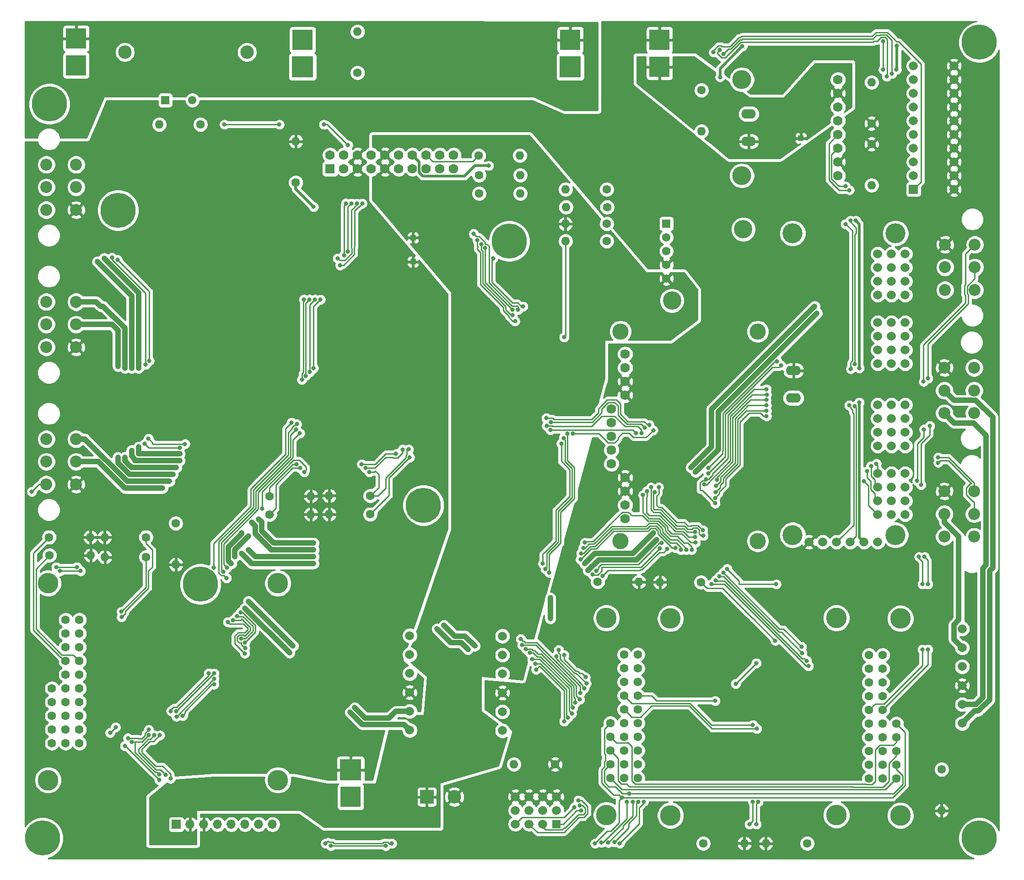
<source format=gbl>
G04 #@! TF.GenerationSoftware,KiCad,Pcbnew,(5.1.10-1-10_14)*
G04 #@! TF.CreationDate,2022-06-07T22:38:41-07:00*
G04 #@! TF.ProjectId,Control_Boards,436f6e74-726f-46c5-9f42-6f617264732e,rev?*
G04 #@! TF.SameCoordinates,Original*
G04 #@! TF.FileFunction,Copper,L2,Bot*
G04 #@! TF.FilePolarity,Positive*
%FSLAX46Y46*%
G04 Gerber Fmt 4.6, Leading zero omitted, Abs format (unit mm)*
G04 Created by KiCad (PCBNEW (5.1.10-1-10_14)) date 2022-06-07 22:38:41*
%MOMM*%
%LPD*%
G01*
G04 APERTURE LIST*
G04 #@! TA.AperFunction,ComponentPad*
%ADD10O,1.600000X1.600000*%
G04 #@! TD*
G04 #@! TA.AperFunction,ComponentPad*
%ADD11C,1.600000*%
G04 #@! TD*
G04 #@! TA.AperFunction,ComponentPad*
%ADD12C,1.778000*%
G04 #@! TD*
G04 #@! TA.AperFunction,ComponentPad*
%ADD13O,2.700000X1.760000*%
G04 #@! TD*
G04 #@! TA.AperFunction,WasherPad*
%ADD14O,3.500000X3.500000*%
G04 #@! TD*
G04 #@! TA.AperFunction,ComponentPad*
%ADD15O,1.700000X1.700000*%
G04 #@! TD*
G04 #@! TA.AperFunction,ComponentPad*
%ADD16R,1.700000X1.700000*%
G04 #@! TD*
G04 #@! TA.AperFunction,ComponentPad*
%ADD17C,1.780000*%
G04 #@! TD*
G04 #@! TA.AperFunction,WasherPad*
%ADD18C,3.000000*%
G04 #@! TD*
G04 #@! TA.AperFunction,WasherPad*
%ADD19C,6.500000*%
G04 #@! TD*
G04 #@! TA.AperFunction,WasherPad*
%ADD20C,3.698499*%
G04 #@! TD*
G04 #@! TA.AperFunction,ComponentPad*
%ADD21C,1.670000*%
G04 #@! TD*
G04 #@! TA.AperFunction,ComponentPad*
%ADD22O,2.800000X1.760000*%
G04 #@! TD*
G04 #@! TA.AperFunction,SMDPad,CuDef*
%ADD23R,1.000000X1.000000*%
G04 #@! TD*
G04 #@! TA.AperFunction,ComponentPad*
%ADD24C,2.209800*%
G04 #@! TD*
G04 #@! TA.AperFunction,WasherPad*
%ADD25C,3.800000*%
G04 #@! TD*
G04 #@! TA.AperFunction,ComponentPad*
%ADD26C,1.560000*%
G04 #@! TD*
G04 #@! TA.AperFunction,ComponentPad*
%ADD27R,1.560000X1.560000*%
G04 #@! TD*
G04 #@! TA.AperFunction,WasherPad*
%ADD28C,3.400000*%
G04 #@! TD*
G04 #@! TA.AperFunction,ComponentPad*
%ADD29R,1.778000X1.778000*%
G04 #@! TD*
G04 #@! TA.AperFunction,ComponentPad*
%ADD30R,1.670000X1.670000*%
G04 #@! TD*
G04 #@! TA.AperFunction,ComponentPad*
%ADD31R,1.524000X1.524000*%
G04 #@! TD*
G04 #@! TA.AperFunction,ComponentPad*
%ADD32C,2.500000*%
G04 #@! TD*
G04 #@! TA.AperFunction,ComponentPad*
%ADD33R,2.500000X2.500000*%
G04 #@! TD*
G04 #@! TA.AperFunction,ComponentPad*
%ADD34R,4.000000X4.000000*%
G04 #@! TD*
G04 #@! TA.AperFunction,ComponentPad*
%ADD35R,3.800000X3.800000*%
G04 #@! TD*
G04 #@! TA.AperFunction,ComponentPad*
%ADD36C,1.550000*%
G04 #@! TD*
G04 #@! TA.AperFunction,ComponentPad*
%ADD37R,1.550000X1.550000*%
G04 #@! TD*
G04 #@! TA.AperFunction,ViaPad*
%ADD38C,0.800000*%
G04 #@! TD*
G04 #@! TA.AperFunction,Conductor*
%ADD39C,0.250000*%
G04 #@! TD*
G04 #@! TA.AperFunction,Conductor*
%ADD40C,0.500000*%
G04 #@! TD*
G04 #@! TA.AperFunction,Conductor*
%ADD41C,1.000000*%
G04 #@! TD*
G04 #@! TA.AperFunction,Conductor*
%ADD42C,0.254000*%
G04 #@! TD*
G04 #@! TA.AperFunction,Conductor*
%ADD43C,0.100000*%
G04 #@! TD*
G04 APERTURE END LIST*
D10*
X140208000Y-57785000D03*
D11*
X147828000Y-57785000D03*
D12*
X190627000Y-45656500D03*
X190627000Y-43116500D03*
X190627000Y-40576500D03*
X190627000Y-38036500D03*
X190627000Y-35496500D03*
X190627000Y-32956500D03*
X190627000Y-30416500D03*
X190627000Y-27876500D03*
D13*
X174117000Y-39306500D03*
X174117000Y-34226500D03*
D14*
X172847000Y-45656500D03*
X172847000Y-27876500D03*
D15*
X85979000Y-165735000D03*
X83439000Y-165735000D03*
X80899000Y-165735000D03*
X78359000Y-165735000D03*
X75819000Y-165735000D03*
X73279000Y-165735000D03*
X70739000Y-165735000D03*
D16*
X68199000Y-165735000D03*
D17*
X151257000Y-78676500D03*
X151257000Y-81216500D03*
X151257000Y-83756500D03*
X151257000Y-86296500D03*
X148717000Y-88836500D03*
X148717000Y-91376500D03*
X148717000Y-93916500D03*
X148717000Y-96456500D03*
X148717000Y-98996500D03*
D18*
X150377000Y-74506500D03*
X175777000Y-74506500D03*
X175777000Y-113306500D03*
X150377000Y-113306500D03*
D12*
X151257000Y-109156500D03*
X151257000Y-104076500D03*
X151257000Y-106616500D03*
X151257000Y-101536500D03*
D19*
X72644000Y-121285000D03*
X113919000Y-106680000D03*
X129794000Y-57785000D03*
X57404000Y-52070000D03*
D20*
X201277000Y-112186500D03*
X182245000Y-112186500D03*
X182245000Y-56324500D03*
X201277000Y-56324500D03*
D21*
X197993000Y-113474500D03*
X195453000Y-113474500D03*
X192913000Y-113474500D03*
X190373000Y-113474500D03*
X187833000Y-113474500D03*
X185293000Y-113474500D03*
D22*
X182397400Y-86804500D03*
X182397400Y-81724500D03*
D21*
X197993000Y-108394500D03*
X200533000Y-108394500D03*
X203073000Y-108394500D03*
X197993000Y-105854500D03*
X200533000Y-105854500D03*
X203073000Y-105854500D03*
X197993000Y-103314500D03*
X200533000Y-103314500D03*
X203073000Y-103314500D03*
X197993000Y-100774500D03*
X200533000Y-100774500D03*
X203073000Y-100774500D03*
X197993000Y-95694500D03*
X200533000Y-95694500D03*
X203073000Y-95694500D03*
X197993000Y-93154500D03*
X200533000Y-93154500D03*
X203073000Y-93154500D03*
X197993000Y-90614500D03*
X200533000Y-90614500D03*
X203073000Y-90614500D03*
X197993000Y-88074500D03*
X200533000Y-88074500D03*
X203073000Y-88074500D03*
X197993000Y-80454500D03*
X200533000Y-80454500D03*
X203073000Y-80454500D03*
X197993000Y-77914500D03*
X200533000Y-77914500D03*
X203073000Y-77914500D03*
X197993000Y-75374500D03*
X200533000Y-75374500D03*
X203073000Y-75374500D03*
X197993000Y-72834500D03*
X200533000Y-72834500D03*
X203073000Y-72834500D03*
X197993000Y-67754500D03*
X200533000Y-67754500D03*
X203073000Y-67754500D03*
X197993000Y-65214500D03*
X200533000Y-65214500D03*
X203073000Y-65214500D03*
X197993000Y-62674500D03*
X200533000Y-62674500D03*
X203073000Y-62674500D03*
X197993000Y-60134500D03*
X200533000Y-60134500D03*
X203073000Y-60134500D03*
D23*
X183769000Y-38735000D03*
X112014000Y-61595000D03*
X112014000Y-57150000D03*
D24*
X215950800Y-66822320D03*
X215950800Y-62621160D03*
X215950800Y-58420000D03*
X210439000Y-66822320D03*
X210439000Y-62621160D03*
X210439000Y-58420000D03*
D11*
X47715575Y-127854858D03*
X50255575Y-127854858D03*
X47715575Y-130394858D03*
X50255575Y-130394858D03*
X47715575Y-132934858D03*
X50255575Y-132934858D03*
X47715575Y-135474858D03*
X50255575Y-135474858D03*
X47715575Y-138014858D03*
X50255575Y-138014858D03*
X47715575Y-140554858D03*
X50255575Y-140554858D03*
X47715575Y-143094858D03*
X50255575Y-143094858D03*
X47715575Y-145634858D03*
X50255575Y-145634858D03*
X47715575Y-148174858D03*
X50255575Y-148174858D03*
X47715575Y-150714858D03*
X50255575Y-150714858D03*
X45175575Y-140554858D03*
X45175575Y-143094858D03*
X45175575Y-145634858D03*
X45175575Y-148174858D03*
X45175575Y-150714858D03*
D25*
X44445575Y-121094858D03*
X44445575Y-157543858D03*
X86990575Y-121094858D03*
X86990575Y-157543858D03*
D26*
X158877000Y-64706500D03*
X158877000Y-62166500D03*
X158877000Y-59626500D03*
X158877000Y-57086500D03*
D27*
X158877000Y-54546500D03*
D28*
X173107000Y-55576500D03*
X159907000Y-68776500D03*
D21*
X213614000Y-129540000D03*
X213614000Y-133040000D03*
X213614000Y-136540000D03*
X213614000Y-140040000D03*
X213614000Y-143540000D03*
X213614000Y-147040000D03*
X128524000Y-148391556D03*
X128524000Y-144891556D03*
X128524000Y-141391556D03*
X128524000Y-137891556D03*
X128524000Y-134391556D03*
X128524000Y-130891556D03*
X111379000Y-130810000D03*
X111379000Y-134310000D03*
X111379000Y-137810000D03*
X111379000Y-141310000D03*
X111379000Y-144810000D03*
X111379000Y-148310000D03*
D29*
X96647000Y-44386500D03*
D12*
X96647000Y-41846500D03*
X99187000Y-44386500D03*
X101727000Y-44386500D03*
X104267000Y-44386500D03*
X106807000Y-44386500D03*
X109347000Y-44386500D03*
X111887000Y-44386500D03*
X114427000Y-44386500D03*
X116967000Y-44386500D03*
X119507000Y-44386500D03*
X99187000Y-41846500D03*
X101727000Y-41846500D03*
X104267000Y-41846500D03*
X106807000Y-41846500D03*
X109347000Y-41846500D03*
X111887000Y-41846500D03*
X114427000Y-41846500D03*
X116967000Y-41846500D03*
X119507000Y-41846500D03*
D30*
X204597000Y-48196500D03*
D21*
X204597000Y-45656500D03*
X204597000Y-43116500D03*
X204597000Y-40576500D03*
X204597000Y-38036500D03*
X204597000Y-35496500D03*
X204597000Y-32956500D03*
X204597000Y-30416500D03*
X204597000Y-27876500D03*
X204597000Y-25336500D03*
X212097000Y-48196500D03*
X212097000Y-45656500D03*
X212097000Y-43116500D03*
X212097000Y-40576500D03*
X212097000Y-38036500D03*
X212097000Y-35496500D03*
X212097000Y-32956500D03*
X212097000Y-30416500D03*
X212097000Y-27876500D03*
X212097000Y-25336500D03*
X130937000Y-160591500D03*
X130937000Y-163131500D03*
X130937000Y-165671500D03*
X133477000Y-160591500D03*
X133477000Y-163131500D03*
X133477000Y-165671500D03*
X136017000Y-160591500D03*
X136017000Y-163131500D03*
X136017000Y-165671500D03*
X138557000Y-160591500D03*
D31*
X138557000Y-165671500D03*
D21*
X138557000Y-163131500D03*
D32*
X81277000Y-22796500D03*
X58677000Y-22796500D03*
D33*
X114554000Y-160655000D03*
D32*
X119634000Y-160655000D03*
D34*
X100457000Y-155655000D03*
D35*
X100457000Y-160655000D03*
X157607000Y-25510500D03*
X157607000Y-20510500D03*
D34*
X141097000Y-25510500D03*
D35*
X141097000Y-20510500D03*
X49657000Y-25256500D03*
X49657000Y-20256500D03*
D34*
X91567000Y-25510500D03*
D35*
X91567000Y-20510500D03*
D11*
X198914000Y-134395000D03*
X196374000Y-134395000D03*
X198914000Y-136935000D03*
X196374000Y-136935000D03*
X198914000Y-139475000D03*
X196374000Y-139475000D03*
X198914000Y-142015000D03*
X196374000Y-142015000D03*
X198914000Y-144555000D03*
X196374000Y-144555000D03*
X198914000Y-147095000D03*
X196374000Y-147095000D03*
X198914000Y-149635000D03*
X196374000Y-149635000D03*
X198914000Y-152175000D03*
X196374000Y-152175000D03*
X198914000Y-154715000D03*
X196374000Y-154715000D03*
X198914000Y-157255000D03*
X196374000Y-157255000D03*
X201454000Y-147095000D03*
X201454000Y-149635000D03*
X201454000Y-152175000D03*
X201454000Y-154715000D03*
X201454000Y-157255000D03*
D25*
X202184000Y-127635000D03*
X202184000Y-164084000D03*
X159639000Y-127635000D03*
X159639000Y-164084000D03*
D11*
X151056770Y-134312086D03*
X153596770Y-134312086D03*
X151056770Y-136852086D03*
X153596770Y-136852086D03*
X151056770Y-139392086D03*
X153596770Y-139392086D03*
X151056770Y-141932086D03*
X153596770Y-141932086D03*
X151056770Y-144472086D03*
X153596770Y-144472086D03*
X151056770Y-147012086D03*
X153596770Y-147012086D03*
X151056770Y-149552086D03*
X153596770Y-149552086D03*
X151056770Y-152092086D03*
X153596770Y-152092086D03*
X151056770Y-154632086D03*
X153596770Y-154632086D03*
X151056770Y-157172086D03*
X153596770Y-157172086D03*
X148516770Y-147012086D03*
X148516770Y-149552086D03*
X148516770Y-152092086D03*
X148516770Y-154632086D03*
X148516770Y-157172086D03*
D25*
X147786770Y-127552086D03*
X147786770Y-164001086D03*
X190331770Y-127552086D03*
X190331770Y-164001086D03*
D19*
X43434000Y-168275000D03*
X44704000Y-32385000D03*
X216789000Y-168275000D03*
X216789000Y-20955000D03*
D36*
X71167000Y-31686500D03*
D37*
X66167000Y-31686500D03*
D24*
X44145200Y-43604180D03*
X44145200Y-47805340D03*
X44145200Y-52006500D03*
X49657000Y-43604180D03*
X49657000Y-47805340D03*
X49657000Y-52006500D03*
X44145200Y-94404180D03*
X44145200Y-98605340D03*
X44145200Y-102806500D03*
X49657000Y-94404180D03*
X49657000Y-98605340D03*
X49657000Y-102806500D03*
X215823800Y-112478820D03*
X215823800Y-108277660D03*
X215823800Y-104076500D03*
X210312000Y-112478820D03*
X210312000Y-108277660D03*
X210312000Y-104076500D03*
X44145200Y-69004180D03*
X44145200Y-73205340D03*
X44145200Y-77406500D03*
X49657000Y-69004180D03*
X49657000Y-73205340D03*
X49657000Y-77406500D03*
X215823800Y-89618820D03*
X215823800Y-85417660D03*
X215823800Y-81216500D03*
X210312000Y-89618820D03*
X210312000Y-85417660D03*
X210312000Y-81216500D03*
D10*
X54940200Y-112585500D03*
D11*
X62560200Y-112585500D03*
D10*
X153787782Y-120852641D03*
D11*
X146167782Y-120852641D03*
D10*
X130657600Y-154622500D03*
D11*
X138277600Y-154622500D03*
D10*
X90297000Y-39306500D03*
D11*
X90297000Y-46926500D03*
D10*
X96481735Y-104918696D03*
D11*
X104101735Y-104918696D03*
D10*
X209804000Y-163195000D03*
D11*
X209804000Y-155575000D03*
D10*
X68097400Y-117640100D03*
D11*
X68097400Y-110020100D03*
D10*
X54965600Y-116268500D03*
D11*
X62585600Y-116268500D03*
D10*
X93078135Y-104994896D03*
D11*
X85458135Y-104994896D03*
D10*
X173320382Y-169265041D03*
D11*
X165700382Y-169265041D03*
D10*
X52273200Y-112585500D03*
D11*
X44653200Y-112585500D03*
D10*
X157683200Y-120916700D03*
D11*
X165303200Y-120916700D03*
D10*
X93078135Y-108373096D03*
D11*
X85458135Y-108373096D03*
D10*
X96456335Y-108347696D03*
D11*
X104076335Y-108347696D03*
D10*
X140233400Y-48196500D03*
D11*
X147853400Y-48196500D03*
D10*
X52349400Y-115938300D03*
D11*
X44729400Y-115938300D03*
D10*
X140208000Y-54571900D03*
D11*
X147828000Y-54571900D03*
D10*
X196842253Y-47430465D03*
D11*
X196842253Y-39810465D03*
D10*
X101727000Y-18986500D03*
D11*
X101727000Y-26606500D03*
D10*
X131851400Y-48958500D03*
D11*
X124231400Y-48958500D03*
D10*
X131826000Y-45554900D03*
D11*
X124206000Y-45554900D03*
D10*
X131775200Y-41922700D03*
D11*
X124155200Y-41922700D03*
D10*
X196842253Y-28380465D03*
D11*
X196842253Y-36000465D03*
D10*
X65024000Y-36195000D03*
D11*
X72644000Y-36195000D03*
D10*
X140284200Y-51473100D03*
D11*
X147904200Y-51473100D03*
D10*
X165354000Y-37465000D03*
D11*
X165354000Y-29845000D03*
D10*
X177292000Y-169278300D03*
D11*
X184912000Y-169278300D03*
D38*
X175604000Y-148027108D03*
X180069961Y-80755961D03*
X166644046Y-100777966D03*
X175514000Y-165735000D03*
X175879003Y-161560001D03*
X143654048Y-140573494D03*
X138514000Y-134620000D03*
X145176818Y-119522818D03*
X157660192Y-114660854D03*
X199009000Y-20740000D03*
X199009000Y-26035000D03*
X142029030Y-143211673D03*
X132879000Y-133277892D03*
X137196966Y-119162966D03*
X140589000Y-93435000D03*
X130429000Y-70485000D03*
X125349000Y-59055000D03*
X96774001Y-169720018D03*
X106934001Y-169720018D03*
X146863211Y-169101103D03*
X151584390Y-161585431D03*
X201549000Y-21590000D03*
X201459000Y-26035000D03*
X125984000Y-43815000D03*
X93599000Y-51435000D03*
X194564000Y-87630000D03*
X194563999Y-81279999D03*
X193929000Y-53975006D03*
X168808978Y-27415327D03*
X172923800Y-21721830D03*
X152018994Y-160020000D03*
X142838998Y-142625196D03*
X132183402Y-132559458D03*
X136471966Y-118455858D03*
X139864000Y-94216190D03*
X130416349Y-71497654D03*
X124624000Y-58347892D03*
X148126034Y-169138577D03*
X152654000Y-161560001D03*
X142929048Y-141394532D03*
X131937860Y-131425724D03*
X136021956Y-117475000D03*
X139413990Y-95250000D03*
X130868142Y-72585858D03*
X123899000Y-57629458D03*
X149266808Y-169023109D03*
X153654003Y-161560001D03*
X41439000Y-104140000D03*
X207264000Y-121285000D03*
X207264000Y-133350000D03*
X207623852Y-91973541D03*
X207264000Y-83184998D03*
X205994000Y-102870000D03*
X206629000Y-116205000D03*
X185185243Y-136429368D03*
X167259000Y-121285000D03*
X164273157Y-113565843D03*
X154559000Y-104775000D03*
X153289000Y-93345000D03*
X137414000Y-92710000D03*
X111379000Y-97790000D03*
X183885747Y-132879444D03*
X169390178Y-119136966D03*
X165725441Y-112283409D03*
X156734000Y-104216158D03*
X155711007Y-91796741D03*
X136653607Y-90534999D03*
X110077181Y-96339999D03*
X68834000Y-96055000D03*
X62314000Y-95300089D03*
X62484000Y-80645000D03*
X56276818Y-60817182D03*
X103196108Y-99785000D03*
X91131108Y-99785000D03*
X177400237Y-85176370D03*
X166223711Y-101834711D03*
X167884087Y-106310562D03*
X167894000Y-142875000D03*
X171704000Y-139700000D03*
X175514000Y-135890000D03*
X179031488Y-131737512D03*
X209169000Y-97790000D03*
X174879000Y-147320000D03*
X177434417Y-86175788D03*
X165857686Y-102837145D03*
X174244000Y-165735000D03*
X174879000Y-161560001D03*
X143912066Y-138479393D03*
X139964001Y-134390005D03*
X147085726Y-119712218D03*
X159053032Y-114739338D03*
X209169000Y-98790003D03*
X206263997Y-121285000D03*
X206263997Y-133350000D03*
X206539000Y-92620014D03*
X206464652Y-83785889D03*
X205269000Y-102162892D03*
X205616346Y-116217651D03*
X136706892Y-91985000D03*
X164174000Y-112570770D03*
X167969921Y-120560000D03*
X155284000Y-104067892D03*
X184843142Y-135450858D03*
X154301654Y-93332349D03*
X108839000Y-97155000D03*
X102489000Y-99060000D03*
X90424000Y-99060000D03*
X46681108Y-118835000D03*
X50491108Y-118835000D03*
X58039000Y-126365000D03*
X184012067Y-134031069D03*
X168685988Y-119861966D03*
X164174000Y-111570767D03*
X156009000Y-103349458D03*
X154830443Y-92270671D03*
X137498938Y-91259999D03*
X111183142Y-96324142D03*
X103914542Y-100510000D03*
X91849542Y-100510000D03*
X84074000Y-107315000D03*
X69799984Y-95330000D03*
X63039000Y-94329522D03*
X63209000Y-79937892D03*
X57300513Y-61204468D03*
X179362853Y-80048853D03*
X166662853Y-99733853D03*
X144072723Y-139665356D03*
X138964010Y-133470817D03*
X145883926Y-118815710D03*
X157999165Y-113685470D03*
X45974000Y-118110000D03*
X49784000Y-118110000D03*
X58051651Y-127377654D03*
X197738999Y-98965010D03*
X139954000Y-146685000D03*
X141859000Y-162560000D03*
X177351015Y-87172306D03*
X168225365Y-101931365D03*
X160566512Y-114592512D03*
X142986182Y-116697182D03*
X134773403Y-137086517D03*
X134599021Y-135961743D03*
X140679000Y-145977892D03*
X142584000Y-161290000D03*
X196750001Y-99415031D03*
X177419000Y-88169994D03*
X168100088Y-103081948D03*
X161544000Y-114935000D03*
X143093061Y-115564997D03*
X196025001Y-100370956D03*
X134032434Y-135137727D03*
X141374598Y-145259458D03*
X142813943Y-162263206D03*
X177419000Y-89169997D03*
X167980671Y-104226671D03*
X162544003Y-114935000D03*
X143481963Y-114539685D03*
X195414000Y-102235000D03*
X133604000Y-133985000D03*
X141579020Y-144120695D03*
X143134248Y-163210522D03*
X177419000Y-90170000D03*
X167921392Y-105311256D03*
X163544006Y-114935000D03*
X143788848Y-113587937D03*
X150625164Y-160761284D03*
X56964153Y-147759847D03*
X55938847Y-148785153D03*
X74171346Y-137782349D03*
X80191892Y-131372892D03*
X79414074Y-127214926D03*
X76874074Y-118959926D03*
X90351892Y-92637892D03*
X92874000Y-81987108D03*
X93856346Y-68567349D03*
X99224000Y-60397108D03*
X99571346Y-50787349D03*
X65024000Y-157480000D03*
X58674000Y-151220000D03*
X59236892Y-149770000D03*
X63106349Y-148212346D03*
X67186346Y-144767349D03*
X95809946Y-169270009D03*
X108078668Y-169270009D03*
X145669000Y-169270009D03*
X68199000Y-144780000D03*
X75184000Y-137795000D03*
X80899000Y-132080000D03*
X80121182Y-126507818D03*
X77581182Y-118252818D03*
X91059000Y-93345000D03*
X93599000Y-81280000D03*
X94869000Y-68580000D03*
X99949000Y-59690000D03*
X100584000Y-50800000D03*
X59944000Y-150495000D03*
X63119000Y-149225000D03*
X65036651Y-156467346D03*
X150239743Y-169254194D03*
X154654006Y-161560001D03*
X200609000Y-26793836D03*
X192024000Y-54610000D03*
X68211651Y-145792654D03*
X75196651Y-138807654D03*
X80911651Y-133092654D03*
X78706966Y-127922034D03*
X77461910Y-120143216D03*
X90478956Y-91645995D03*
X92149000Y-82705542D03*
X92836655Y-68561735D03*
X98499000Y-62230000D03*
X102584006Y-50800000D03*
X66232175Y-156589867D03*
X64131654Y-149237651D03*
X192989000Y-81432667D03*
X192728419Y-88167898D03*
X192024000Y-47624992D03*
X169425661Y-23121661D03*
X199644000Y-27305000D03*
X69383327Y-145646284D03*
X75185356Y-139844255D03*
X80862551Y-134091450D03*
X77724000Y-128270000D03*
X75103694Y-118220959D03*
X89520749Y-91359911D03*
X91424000Y-83430909D03*
X91806347Y-68566737D03*
X98044000Y-60960000D03*
X101584003Y-50800000D03*
X67124858Y-157284142D03*
X65151345Y-149243265D03*
X193714000Y-88337108D03*
X193713997Y-80572891D03*
X192749000Y-48332104D03*
X192928999Y-53974997D03*
X168718553Y-22414553D03*
X179199302Y-121285000D03*
X170112010Y-118444896D03*
X165624001Y-111288566D03*
X157459000Y-103326493D03*
X156436007Y-92788500D03*
X141589003Y-93435000D03*
X131441654Y-70472349D03*
X123223414Y-56429103D03*
X157099000Y-113030000D03*
X144399000Y-118745000D03*
X164297535Y-100543535D03*
X186736070Y-71120000D03*
X156464000Y-111760000D03*
X143764000Y-117475000D03*
X137414000Y-123825000D03*
X137414000Y-127635000D03*
X163449000Y-99695000D03*
X186309000Y-69850000D03*
X100370465Y-144993535D03*
X89154000Y-133985000D03*
X80899000Y-125730000D03*
X78359000Y-117475000D03*
X80264000Y-111760000D03*
X57404000Y-97790000D03*
X57404000Y-80952340D03*
X67564000Y-100965000D03*
X101219000Y-144145000D03*
X89789000Y-132715000D03*
X81534000Y-124460000D03*
X78994000Y-116205000D03*
X81534000Y-112395000D03*
X58674000Y-97790000D03*
X58674000Y-81280000D03*
X68199000Y-99695000D03*
X93599000Y-117475000D03*
X80264000Y-115570000D03*
X65659000Y-103505000D03*
X93599000Y-116205000D03*
X81534000Y-114935000D03*
X66929000Y-102235000D03*
X123444000Y-132715000D03*
X117729000Y-128905000D03*
X93599000Y-113665000D03*
X83439000Y-109220000D03*
X61214000Y-81280000D03*
X54864000Y-60960000D03*
X61214000Y-95885000D03*
X68834000Y-97155000D03*
X116459000Y-129540000D03*
X122174000Y-133350000D03*
X93599000Y-114935000D03*
X82169000Y-109855000D03*
X59944000Y-81280000D03*
X53594000Y-61595000D03*
X59944000Y-96520000D03*
X68834000Y-98425000D03*
X139954000Y-75565000D03*
X132334000Y-69850000D03*
X126799001Y-60960000D03*
X77089000Y-36195000D03*
X87249000Y-36195000D03*
X167593562Y-22811106D03*
X95504000Y-36195000D03*
X99949000Y-40005000D03*
D39*
X167347591Y-148045001D02*
X163099685Y-143797095D01*
X175227001Y-148045001D02*
X167347591Y-148045001D01*
X175244894Y-148027108D02*
X175227001Y-148045001D01*
X175604000Y-148027108D02*
X175244894Y-148027108D01*
X163099685Y-143797095D02*
X156176905Y-143797095D01*
X152471769Y-145887085D02*
X151056770Y-144472086D01*
X154086915Y-145887085D02*
X152471769Y-145887085D01*
X156176905Y-143797095D02*
X154086915Y-145887085D01*
X169804019Y-89855201D02*
X169804016Y-97617995D01*
X178503260Y-81155960D02*
X169804019Y-89855201D01*
X179669962Y-81155960D02*
X178503260Y-81155960D01*
X180069961Y-80755961D02*
X179669962Y-81155960D01*
X167044045Y-100377967D02*
X166644046Y-100777966D01*
X169804016Y-97617995D02*
X167044045Y-100377967D01*
X175514000Y-165735000D02*
X175514000Y-164465000D01*
X175514000Y-161925004D02*
X175879003Y-161560001D01*
X175514000Y-164465000D02*
X175514000Y-161925004D01*
X138514000Y-135075130D02*
X138514000Y-134620000D01*
X143379057Y-139940187D02*
X138514000Y-135075130D01*
X143379058Y-140298504D02*
X143379057Y-139940187D01*
X143654048Y-140573494D02*
X143379058Y-140298504D01*
X146231927Y-119540711D02*
X146939000Y-118833638D01*
X145535925Y-119540711D02*
X146231927Y-119540711D01*
X145518032Y-119522818D02*
X145535925Y-119540711D01*
X145176818Y-119522818D02*
X145518032Y-119522818D01*
X146939000Y-118833638D02*
X146939000Y-118111410D01*
X146939000Y-118111410D02*
X146940410Y-118110000D01*
X154211046Y-118110000D02*
X157660192Y-114660854D01*
X146940410Y-118110000D02*
X154211046Y-118110000D01*
X199009000Y-20740000D02*
X199009000Y-26035000D01*
X199009000Y-26035000D02*
X199009000Y-26213718D01*
X199414002Y-159294998D02*
X150639682Y-159294998D01*
X150639682Y-159294998D02*
X148516770Y-157172086D01*
X201454000Y-157255000D02*
X199414002Y-159294998D01*
X142029030Y-143211673D02*
X142029030Y-142410030D01*
X141754040Y-142135040D02*
X141754039Y-140224399D01*
X142029030Y-142410030D02*
X141754040Y-142135040D01*
X141754039Y-140224399D02*
X135767347Y-134237709D01*
X133058553Y-133457445D02*
X132879000Y-133277892D01*
X133255999Y-133259999D02*
X133058553Y-133457445D01*
X133952001Y-133259999D02*
X133255999Y-133259999D01*
X134226992Y-133534990D02*
X133952001Y-133259999D01*
X134425400Y-133534990D02*
X134226992Y-133534990D01*
X135128119Y-134237709D02*
X134425400Y-133534990D01*
X135767347Y-134237709D02*
X135128119Y-134237709D01*
X137196966Y-119162966D02*
X137196966Y-115787034D01*
X137196966Y-115787034D02*
X139319000Y-113665000D01*
X139319000Y-113665000D02*
X139319000Y-107950000D01*
X139319000Y-107950000D02*
X141859000Y-105410000D01*
X141859000Y-105410000D02*
X141859000Y-99695000D01*
X141859000Y-99695000D02*
X140589000Y-98425000D01*
X140589000Y-98425000D02*
X140589000Y-93435000D01*
X125349000Y-65405000D02*
X125349000Y-59055000D01*
X130429000Y-70485000D02*
X125349000Y-65405000D01*
X123017399Y-43060501D02*
X124155200Y-41922700D01*
X115641001Y-43060501D02*
X123017399Y-43060501D01*
X114427000Y-41846500D02*
X115641001Y-43060501D01*
X96774001Y-169720018D02*
X106934001Y-169720018D01*
X151584390Y-164654915D02*
X147138202Y-169101103D01*
X147138202Y-169101103D02*
X146863211Y-169101103D01*
X151584390Y-161585431D02*
X151584390Y-164654915D01*
D40*
X201549000Y-25945000D02*
X201459000Y-26035000D01*
X201549000Y-21590000D02*
X201549000Y-25945000D01*
X195401808Y-113474500D02*
X195453000Y-113474500D01*
X194563997Y-112636689D02*
X195401808Y-113474500D01*
X111887000Y-41846500D02*
X113157000Y-43116500D01*
X113784279Y-45725501D02*
X121533499Y-45725501D01*
X113087999Y-45029221D02*
X113784279Y-45725501D01*
X113087999Y-43743779D02*
X113087999Y-45029221D01*
X113157000Y-43674778D02*
X113087999Y-43743779D01*
X113157000Y-43116500D02*
X113157000Y-43674778D01*
X123444000Y-43815000D02*
X125984000Y-43815000D01*
X121533499Y-45725501D02*
X123444000Y-43815000D01*
X90297000Y-48133000D02*
X90297000Y-46926500D01*
X93599000Y-51435000D02*
X90297000Y-48133000D01*
X194563999Y-81279999D02*
X194564000Y-81280000D01*
X194564000Y-112636686D02*
X194563997Y-112636689D01*
X194564000Y-112636686D02*
X194564000Y-87630000D01*
X194563997Y-81279997D02*
X194563997Y-54610003D01*
X194563999Y-81279999D02*
X194563997Y-81279997D01*
X193929000Y-53975006D02*
X194563997Y-54610003D01*
X168808978Y-25836652D02*
X172923800Y-21721830D01*
X168808978Y-27415327D02*
X168808978Y-25836652D01*
D39*
X202579001Y-156714999D02*
X202579001Y-158354999D01*
X201454000Y-155589998D02*
X202579001Y-156714999D01*
X201454000Y-154715000D02*
X201454000Y-155589998D01*
X201231499Y-159702499D02*
X201098989Y-159835010D01*
X202579001Y-158354999D02*
X201231499Y-159702499D01*
X149458274Y-158750000D02*
X150728274Y-160020000D01*
X148516770Y-154632086D02*
X147391769Y-155757087D01*
X200913998Y-160020000D02*
X152018994Y-160020000D01*
X201231499Y-159702499D02*
X200913998Y-160020000D01*
X147391769Y-155757087D02*
X147391769Y-157932769D01*
X147391769Y-157932769D02*
X148209000Y-158750000D01*
X148209000Y-158750000D02*
X149458274Y-158750000D01*
X150728274Y-160020000D02*
X152018994Y-160020000D01*
X142838998Y-142583588D02*
X142204048Y-141948638D01*
X142838998Y-142625196D02*
X142838998Y-142583588D01*
X142204048Y-141948638D02*
X142204048Y-140037998D01*
X132524432Y-132559458D02*
X132183402Y-132559458D01*
X133233568Y-132559458D02*
X133227001Y-132552891D01*
X132530999Y-132552891D02*
X132524432Y-132559458D01*
X142204048Y-140037998D02*
X134725508Y-132559458D01*
X133227001Y-132552891D02*
X132530999Y-132552891D01*
X134725508Y-132559458D02*
X133233568Y-132559458D01*
X136746956Y-118142044D02*
X136746957Y-115600633D01*
X136471966Y-118417034D02*
X136746956Y-118142044D01*
X136471966Y-118455858D02*
X136471966Y-118417034D01*
X136746957Y-115600633D02*
X138868990Y-113478600D01*
X138868990Y-113478600D02*
X138868991Y-107763599D01*
X138868991Y-107763599D02*
X141408990Y-105223600D01*
X140138990Y-94491180D02*
X139864000Y-94216190D01*
X140138990Y-98611400D02*
X140138990Y-94491180D01*
X141408990Y-99881400D02*
X140138990Y-98611400D01*
X141408990Y-105223600D02*
X141408990Y-99881400D01*
X130416349Y-71497654D02*
X130171654Y-71497654D01*
X129159000Y-70485000D02*
X129159000Y-69851410D01*
X130171654Y-71497654D02*
X129159000Y-70485000D01*
X129159000Y-69851410D02*
X124898990Y-65591400D01*
X124623999Y-58347893D02*
X124624000Y-58347892D01*
X124623999Y-59403001D02*
X124623999Y-58347893D01*
X124898990Y-59677992D02*
X124623999Y-59403001D01*
X124898990Y-65591400D02*
X124898990Y-59677992D01*
X150866428Y-166398183D02*
X148126034Y-169138577D01*
X152654000Y-164221715D02*
X150866428Y-166009287D01*
X150866428Y-166009287D02*
X150866428Y-166398183D01*
X152654000Y-161560001D02*
X152654000Y-164221715D01*
X201454000Y-153049998D02*
X200039001Y-154464997D01*
X201454000Y-152175000D02*
X201454000Y-153049998D01*
X199003991Y-158830011D02*
X193374011Y-158830011D01*
X200039001Y-157795001D02*
X199003991Y-158830011D01*
X200039001Y-154464997D02*
X200039001Y-157795001D01*
X193374011Y-158830011D02*
X193294000Y-158750000D01*
X149931769Y-153507085D02*
X148516770Y-152092086D01*
X149931769Y-157712087D02*
X149931769Y-153507085D01*
X151566087Y-158297087D02*
X150516769Y-158297087D01*
X152019000Y-158750000D02*
X151566087Y-158297087D01*
X150516769Y-158297087D02*
X149931769Y-157712087D01*
X193294000Y-158750000D02*
X152019000Y-158750000D01*
X142929048Y-140126588D02*
X142654057Y-139851597D01*
X142929048Y-141394532D02*
X142929048Y-140126588D01*
X142654057Y-139851597D02*
X140593230Y-137790770D01*
X140593230Y-137790770D02*
X134882460Y-132080000D01*
X132531403Y-131834457D02*
X132346593Y-131834457D01*
X132346593Y-131834457D02*
X131937860Y-131425724D01*
X132776946Y-132080000D02*
X132531403Y-131834457D01*
X134882460Y-132080000D02*
X132776946Y-132080000D01*
X136021956Y-115689224D02*
X136296948Y-115414232D01*
X136021956Y-117475000D02*
X136021956Y-115689224D01*
X136296948Y-115414232D02*
X138418981Y-113292199D01*
X138418982Y-107577198D02*
X140958980Y-105037200D01*
X138418981Y-113292199D02*
X138418982Y-107577198D01*
X140958980Y-105037200D02*
X140958980Y-100067800D01*
X139413990Y-98522810D02*
X139413990Y-95250000D01*
X140958980Y-100067800D02*
X139413990Y-98522810D01*
X129691348Y-71845655D02*
X129691348Y-71653758D01*
X130431551Y-72585858D02*
X129691348Y-71845655D01*
X130868142Y-72585858D02*
X130431551Y-72585858D01*
X128708991Y-70671401D02*
X128708991Y-70037811D01*
X129691348Y-71653758D02*
X128708991Y-70671401D01*
X128708991Y-70037811D02*
X124448980Y-65777800D01*
X123898999Y-58695893D02*
X123898999Y-57629459D01*
X124046206Y-58843100D02*
X123898999Y-58695893D01*
X123898999Y-57629459D02*
X123899000Y-57629458D01*
X123898999Y-58990306D02*
X124046206Y-58843100D01*
X124448980Y-59864392D02*
X123898999Y-59314411D01*
X123898999Y-59314411D02*
X123898999Y-58990306D01*
X124448980Y-65777800D02*
X124448980Y-59864392D01*
X151866387Y-165645738D02*
X151866387Y-166423530D01*
X153379001Y-164133124D02*
X151866387Y-165645738D01*
X153379001Y-161835003D02*
X153379001Y-164133124D01*
X151866387Y-166423530D02*
X149266808Y-169023109D01*
X153654003Y-161560001D02*
X153379001Y-161835003D01*
X49130574Y-134349857D02*
X46973857Y-134349857D01*
X50255575Y-135474858D02*
X49130574Y-134349857D01*
X42220574Y-118447126D02*
X44729400Y-115938300D01*
X42220574Y-129596574D02*
X42220574Y-118447126D01*
X46973857Y-134349857D02*
X42220574Y-129596574D01*
X42772500Y-102806500D02*
X44145200Y-102806500D01*
X41439000Y-104140000D02*
X42772500Y-102806500D01*
X207264000Y-136205000D02*
X198914000Y-144555000D01*
X207264000Y-133350000D02*
X207264000Y-136205000D01*
X215950800Y-62621160D02*
X215950800Y-64706066D01*
X215950800Y-64706066D02*
X214520899Y-66135967D01*
X214520899Y-67508673D02*
X214699011Y-67686785D01*
X214699011Y-67686785D02*
X214699011Y-69401400D01*
X214520899Y-66135967D02*
X214520899Y-67508673D01*
X214699011Y-69401400D02*
X207264000Y-76836410D01*
X207264000Y-76836410D02*
X207264000Y-83184998D01*
X207623852Y-91973541D02*
X207623852Y-93620148D01*
X207623852Y-93620148D02*
X205994000Y-95250000D01*
X205994000Y-95250000D02*
X205994000Y-102870000D01*
X207264000Y-116840000D02*
X207264000Y-121285000D01*
X206629000Y-116205000D02*
X207264000Y-116840000D01*
X184748650Y-136429368D02*
X169604282Y-121285000D01*
X185185243Y-136429368D02*
X184748650Y-136429368D01*
X169604282Y-121285000D02*
X167259000Y-121285000D01*
X164273157Y-113565843D02*
X163376944Y-113565843D01*
X161756091Y-111944990D02*
X159829630Y-111944990D01*
X163376944Y-113565843D02*
X161756091Y-111944990D01*
X157551330Y-109134954D02*
X155646206Y-109134954D01*
X159089047Y-110672671D02*
X157551330Y-109134954D01*
X159089047Y-111204407D02*
X159089047Y-110672671D01*
X159829630Y-111944990D02*
X159089047Y-111204407D01*
X155646206Y-109134954D02*
X154827626Y-108316374D01*
X154827626Y-108316374D02*
X154559000Y-108047748D01*
X154559000Y-108047748D02*
X154559000Y-104775000D01*
X148125298Y-92710000D02*
X137414000Y-92710000D01*
X152645499Y-92701499D02*
X148133799Y-92701499D01*
X148133799Y-92701499D02*
X148125298Y-92710000D01*
X153289000Y-93345000D02*
X152645499Y-92701499D01*
X111379000Y-97790000D02*
X107569000Y-101600000D01*
X107569000Y-104855031D02*
X104076335Y-108347696D01*
X107569000Y-101600000D02*
X107569000Y-104855031D01*
X183885747Y-132879444D02*
X180546303Y-129540000D01*
X179793212Y-129540000D02*
X169390178Y-119136966D01*
X180546303Y-129540000D02*
X179793212Y-129540000D01*
X164899001Y-111940001D02*
X164899001Y-111222766D01*
X164522001Y-110845766D02*
X163825999Y-110845766D01*
X164899001Y-111222766D02*
X164522001Y-110845766D01*
X165242376Y-112283409D02*
X164899001Y-111940001D01*
X163825999Y-110845766D02*
X163551008Y-111120757D01*
X165725441Y-112283409D02*
X165242376Y-112283409D01*
X162841088Y-111120757D02*
X162210331Y-110490000D01*
X163551008Y-111120757D02*
X162841088Y-111120757D01*
X160815606Y-110490000D02*
X157825596Y-107499990D01*
X162210331Y-110490000D02*
X160815606Y-110490000D01*
X155429515Y-91796741D02*
X154807754Y-91174980D01*
X155711007Y-91796741D02*
X155429515Y-91796741D01*
X150382011Y-89801601D02*
X150382011Y-87898011D01*
X151755390Y-91174980D02*
X150382011Y-89801601D01*
X154807754Y-91174980D02*
X151755390Y-91174980D01*
X147947398Y-87171490D02*
X146853888Y-88265000D01*
X149655488Y-87171489D02*
X147947398Y-87171490D01*
X150382011Y-87898011D02*
X149655488Y-87171489D01*
X146304000Y-88814888D02*
X146304000Y-89532180D01*
X146853888Y-88265000D02*
X146304000Y-88814888D01*
X145031180Y-90805000D02*
X138116941Y-90805000D01*
X146304000Y-89532180D02*
X145031180Y-90805000D01*
X137846940Y-90534999D02*
X136653607Y-90534999D01*
X138116941Y-90805000D02*
X137846940Y-90534999D01*
X86190904Y-108373096D02*
X85458135Y-108373096D01*
X63068911Y-96055000D02*
X62314000Y-95300089D01*
X68834000Y-96055000D02*
X63068911Y-96055000D01*
X56276818Y-61206078D02*
X56276818Y-60817182D01*
X62484000Y-67413260D02*
X56276818Y-61206078D01*
X62484000Y-80645000D02*
X62484000Y-67413260D01*
X109187001Y-97880001D02*
X108294001Y-97880001D01*
X110077181Y-96989821D02*
X109187001Y-97880001D01*
X110077181Y-96339999D02*
X110077181Y-96989821D01*
X108204000Y-97790000D02*
X106935410Y-97790000D01*
X108294001Y-97880001D02*
X108204000Y-97790000D01*
X104940410Y-99785000D02*
X103196108Y-99785000D01*
X106935410Y-97790000D02*
X104940410Y-99785000D01*
X91131108Y-99785000D02*
X89700410Y-99785000D01*
X86583136Y-107248095D02*
X85458135Y-108373096D01*
X86583136Y-102902274D02*
X86583136Y-107248095D01*
X89700410Y-99785000D02*
X86583136Y-102902274D01*
X157825596Y-107499990D02*
X156650400Y-107499990D01*
X156650400Y-107499990D02*
X156464000Y-107313590D01*
X156464000Y-104486158D02*
X156734000Y-104216158D01*
X156464000Y-107313590D02*
X156464000Y-104486158D01*
X215823800Y-102539800D02*
X211074000Y-97790000D01*
X215823800Y-104076500D02*
X215823800Y-102539800D01*
X166660303Y-101834711D02*
X166223711Y-101834711D01*
X167369047Y-101125967D02*
X166660303Y-101834711D01*
X167369047Y-100854953D02*
X167369047Y-101125967D01*
X170254028Y-90041602D02*
X170254025Y-97969975D01*
X177400237Y-85176370D02*
X175119260Y-85176370D01*
X175119260Y-85176370D02*
X170254028Y-90041602D01*
X170254025Y-97969975D02*
X167369047Y-100854953D01*
X166111856Y-102112144D02*
X165509685Y-102112144D01*
X165132685Y-102489144D02*
X165132685Y-103918685D01*
X165509685Y-102112144D02*
X165132685Y-102489144D01*
X166223711Y-102000289D02*
X166111856Y-102112144D01*
X166223711Y-101834711D02*
X166223711Y-102000289D01*
X165492210Y-103918685D02*
X167884087Y-106310562D01*
X165132685Y-103918685D02*
X165492210Y-103918685D01*
X153596770Y-141932086D02*
X156156086Y-141932086D01*
X156156086Y-141932086D02*
X157099000Y-142875000D01*
X157099000Y-142875000D02*
X167894000Y-142875000D01*
X171704000Y-139700000D02*
X175514000Y-135890000D01*
X179031488Y-131737512D02*
X174928976Y-127635000D01*
X174928976Y-127635000D02*
X174879000Y-127635000D01*
X166396501Y-122010001D02*
X165303200Y-120916700D01*
X169254001Y-122010001D02*
X166396501Y-122010001D01*
X174879000Y-127635000D02*
X169254001Y-122010001D01*
X209169000Y-97790000D02*
X211074000Y-97790000D01*
X46788867Y-134799867D02*
X46787456Y-134799866D01*
X47463858Y-135474858D02*
X46788867Y-134799867D01*
X47715575Y-135474858D02*
X47463858Y-135474858D01*
X41770564Y-115468136D02*
X44653200Y-112585500D01*
X41770564Y-129782974D02*
X41770564Y-115468136D01*
X46787456Y-134799866D02*
X41770564Y-129782974D01*
X174879000Y-147320000D02*
X167259000Y-147320000D01*
X152471769Y-143347085D02*
X151056770Y-141932086D01*
X163286085Y-143347085D02*
X152471769Y-143347085D01*
X167259000Y-147320000D02*
X163286085Y-143347085D01*
X165890541Y-102870000D02*
X165857686Y-102837145D01*
X166261424Y-102870000D02*
X165890541Y-102870000D01*
X170704034Y-98427390D02*
X166261424Y-102870000D01*
X170704037Y-90228003D02*
X170704034Y-98427390D01*
X174756252Y-86175788D02*
X170704037Y-90228003D01*
X177434417Y-86175788D02*
X174756252Y-86175788D01*
X174879000Y-165100000D02*
X174879000Y-161560001D01*
X174244000Y-165735000D02*
X174879000Y-165100000D01*
X143912066Y-138479393D02*
X143227673Y-137795000D01*
X142388768Y-137344991D02*
X142056681Y-137344991D01*
X142838777Y-137795000D02*
X142388768Y-137344991D01*
X143227673Y-137795000D02*
X142838777Y-137795000D01*
X139964001Y-135252311D02*
X139964001Y-134390005D01*
X142056681Y-137344991D02*
X139964001Y-135252311D01*
X147085726Y-119712218D02*
X148052944Y-118745000D01*
X154108990Y-118560010D02*
X154397447Y-118560009D01*
X153924000Y-118745000D02*
X154108990Y-118560010D01*
X148052944Y-118745000D02*
X153924000Y-118745000D01*
X158406515Y-115385855D02*
X159053032Y-114739338D01*
X157571601Y-115385855D02*
X158406515Y-115385855D01*
X154397447Y-118560009D02*
X157571601Y-115385855D01*
X215823800Y-106045000D02*
X215823800Y-108277660D01*
X214393899Y-104762853D02*
X215676046Y-106045000D01*
X214393899Y-103390147D02*
X214393899Y-104762853D01*
X209169000Y-98790003D02*
X209534003Y-98425000D01*
X215294189Y-102646599D02*
X215137447Y-102646599D01*
X215676046Y-106045000D02*
X215823800Y-106045000D01*
X211072590Y-98425000D02*
X215294189Y-102646599D01*
X209534003Y-98425000D02*
X211072590Y-98425000D01*
X215137447Y-102646599D02*
X214393899Y-103390147D01*
X199164003Y-143429999D02*
X197499001Y-143429999D01*
X206263997Y-136330005D02*
X199164003Y-143429999D01*
X197499001Y-143429999D02*
X196374000Y-144555000D01*
X206263997Y-133350000D02*
X206263997Y-136330005D01*
X206404156Y-121144841D02*
X206263997Y-121285000D01*
X206464652Y-83220204D02*
X206464652Y-83785889D01*
X206464652Y-76999348D02*
X206464652Y-83220204D01*
X214070888Y-67695073D02*
X214249000Y-67873185D01*
X214070888Y-65949567D02*
X214070888Y-67695073D01*
X214249000Y-65771455D02*
X214070888Y-65949567D01*
X214249000Y-60121800D02*
X214249000Y-65771455D01*
X215950800Y-58420000D02*
X214249000Y-60121800D01*
X214249000Y-69215000D02*
X206464652Y-76999348D01*
X214249000Y-67873185D02*
X214249000Y-69215000D01*
X206539000Y-92620014D02*
X206539000Y-93890000D01*
X206539000Y-94068590D02*
X205359000Y-95248590D01*
X206539000Y-93890000D02*
X206539000Y-94068590D01*
X205359000Y-102072892D02*
X205269000Y-102162892D01*
X205359000Y-95248590D02*
X205359000Y-102072892D01*
X205616346Y-116217651D02*
X205616346Y-116462346D01*
X206263997Y-117109997D02*
X206263997Y-121285000D01*
X205616346Y-116462346D02*
X206263997Y-117109997D01*
X137762001Y-91984999D02*
X136706893Y-91984999D01*
X137852002Y-92075000D02*
X137762001Y-91984999D01*
X136706893Y-91984999D02*
X136706892Y-91985000D01*
X145034000Y-92075000D02*
X137852002Y-92075000D01*
X160547766Y-111494980D02*
X157637786Y-108585000D01*
X184843142Y-135450858D02*
X184426438Y-135034154D01*
X184426438Y-135034154D02*
X183989846Y-135034154D01*
X161942491Y-111494980D02*
X160547766Y-111494980D01*
X182084846Y-133129154D02*
X169605692Y-120650000D01*
X149300201Y-90161499D02*
X146947501Y-90161499D01*
X151213702Y-92075000D02*
X149300201Y-90161499D01*
X164174000Y-112570770D02*
X163018281Y-112570770D01*
X163018281Y-112570770D02*
X161942491Y-111494980D01*
X154301654Y-92766664D02*
X153609990Y-92075000D01*
X154301654Y-93332349D02*
X154301654Y-92766664D01*
X169605692Y-120650000D02*
X168059921Y-120650000D01*
X168059921Y-120650000D02*
X167969921Y-120560000D01*
X183989846Y-135034154D02*
X182084846Y-133129154D01*
X146947501Y-90161499D02*
X145034000Y-92075000D01*
X155829000Y-108585000D02*
X155732662Y-108585000D01*
X153609990Y-92075000D02*
X151213702Y-92075000D01*
X155194000Y-105213002D02*
X155284001Y-105123001D01*
X155194000Y-108046338D02*
X155194000Y-105213002D01*
X155284001Y-104067893D02*
X155284000Y-104067892D01*
X157637786Y-108585000D02*
X155829000Y-108585000D01*
X155284001Y-105123001D02*
X155284001Y-104067893D01*
X155732662Y-108585000D02*
X155194000Y-108046338D01*
X90424000Y-99060000D02*
X89789000Y-99060000D01*
X85458135Y-103390865D02*
X85458135Y-104994896D01*
X89789000Y-99060000D02*
X85458135Y-103390865D01*
X102489000Y-99060000D02*
X105029000Y-99060000D01*
X106934000Y-97155000D02*
X108839000Y-97155000D01*
X105029000Y-99060000D02*
X106934000Y-97155000D01*
X46681108Y-118835000D02*
X50491108Y-118835000D01*
X62585600Y-121818400D02*
X58039000Y-126365000D01*
X62585600Y-116268500D02*
X62585600Y-121818400D01*
X180155998Y-130175000D02*
X179767102Y-130175000D01*
X184012067Y-134031069D02*
X180155998Y-130175000D01*
X169454068Y-119861966D02*
X168685988Y-119861966D01*
X179767102Y-130175000D02*
X169454068Y-119861966D01*
X164174000Y-111570767D02*
X162654688Y-111570767D01*
X162654688Y-111570767D02*
X162128891Y-111044970D01*
X160734166Y-111044970D02*
X157639196Y-107950000D01*
X162128891Y-111044970D02*
X160734166Y-111044970D01*
X157639196Y-107950000D02*
X156464000Y-107950000D01*
X156009000Y-107495000D02*
X156009000Y-103349458D01*
X156464000Y-107950000D02*
X156009000Y-107495000D01*
X154184762Y-91624990D02*
X151568990Y-91624990D01*
X154830443Y-92270671D02*
X154184762Y-91624990D01*
X148133799Y-87621499D02*
X146939000Y-88816298D01*
X149932001Y-88253299D02*
X149300201Y-87621499D01*
X149300201Y-87621499D02*
X148133799Y-87621499D01*
X149932001Y-89988001D02*
X149932001Y-88253299D01*
X151568990Y-91624990D02*
X149932001Y-89988001D01*
X146762511Y-89711489D02*
X146761100Y-89711490D01*
X146939000Y-89535000D02*
X146762511Y-89711489D01*
X146939000Y-88816298D02*
X146939000Y-89535000D01*
X145212591Y-91259999D02*
X137498938Y-91259999D01*
X146761100Y-89711490D02*
X145212591Y-91259999D01*
X105520304Y-104918696D02*
X104101735Y-104918696D01*
X106934000Y-103505000D02*
X105520304Y-104918696D01*
X106934000Y-101598590D02*
X106934000Y-103505000D01*
X110653999Y-97878591D02*
X106934000Y-101598590D01*
X110653999Y-97441999D02*
X110653999Y-97878591D01*
X110802182Y-97293816D02*
X110653999Y-97441999D01*
X110802182Y-96461818D02*
X110802182Y-97293816D01*
X110939858Y-96324142D02*
X110802182Y-96461818D01*
X111183142Y-96324142D02*
X110939858Y-96324142D01*
X104101735Y-104918696D02*
X105664000Y-103356431D01*
X105664000Y-103356431D02*
X105664000Y-100965000D01*
X105664000Y-100965000D02*
X105029000Y-100330000D01*
X104849000Y-100510000D02*
X103914542Y-100510000D01*
X105029000Y-100330000D02*
X104849000Y-100510000D01*
X92249541Y-100110001D02*
X92249541Y-99615541D01*
X91849542Y-100510000D02*
X92249541Y-100110001D01*
X90968999Y-98334999D02*
X89877591Y-98334999D01*
X92249541Y-99615541D02*
X90968999Y-98334999D01*
X84074000Y-104138590D02*
X84074000Y-107315000D01*
X89877591Y-98334999D02*
X84074000Y-104138590D01*
X69799984Y-95330000D02*
X63834000Y-95330000D01*
X63834000Y-95330000D02*
X63754000Y-95250000D01*
X63754000Y-95044522D02*
X63039000Y-94329522D01*
X63754000Y-95250000D02*
X63754000Y-95044522D01*
X63209000Y-67112955D02*
X57300513Y-61204468D01*
X63209000Y-79937892D02*
X63209000Y-67112955D01*
X179362853Y-80048853D02*
X178973957Y-80048853D01*
X178973957Y-80048853D02*
X169354010Y-89668800D01*
X169284020Y-96582356D02*
X169284020Y-97112686D01*
X169354009Y-96512367D02*
X169284020Y-96582356D01*
X169354010Y-89668800D02*
X169354009Y-96512367D01*
X169284020Y-97112686D02*
X166662853Y-99733853D01*
X142202367Y-137795000D02*
X141870280Y-137795000D01*
X144072723Y-139665356D02*
X142202367Y-137795000D01*
X138964010Y-133997008D02*
X138964010Y-133470817D01*
X139239001Y-134271999D02*
X138964010Y-133997008D01*
X139239001Y-135163721D02*
X139239001Y-134271999D01*
X141870280Y-137795000D02*
X139239001Y-135163721D01*
X145883926Y-118815710D02*
X146304000Y-118395636D01*
X146304000Y-118110000D02*
X146818980Y-117595020D01*
X146304000Y-118395636D02*
X146304000Y-118110000D01*
X146818980Y-117595020D02*
X153700721Y-117595019D01*
X153700721Y-117595019D02*
X155777370Y-115518370D01*
X157610270Y-113685470D02*
X157999165Y-113685470D01*
X155777370Y-115518370D02*
X157610270Y-113685470D01*
X45974000Y-118110000D02*
X49784000Y-118110000D01*
X62560200Y-112585500D02*
X62560200Y-113741200D01*
X62560200Y-113741200D02*
X63754000Y-114935000D01*
X63754000Y-114935000D02*
X63754000Y-118110000D01*
X63035610Y-118828390D02*
X63035609Y-122004801D01*
X63754000Y-118110000D02*
X63035610Y-118828390D01*
X58764001Y-126665304D02*
X58051651Y-127377654D01*
X58764001Y-126276409D02*
X58764001Y-126665304D01*
X63035609Y-122004801D02*
X58764001Y-126276409D01*
X197993000Y-99219011D02*
X197738999Y-98965010D01*
X197993000Y-100774500D02*
X197993000Y-99219011D01*
X132143500Y-164465000D02*
X139954000Y-164465000D01*
X139954000Y-164465000D02*
X141859000Y-162560000D01*
X130937000Y-165671500D02*
X132143500Y-164465000D01*
X177351015Y-87172306D02*
X174396144Y-87172306D01*
X174396144Y-87172306D02*
X171154046Y-90414404D01*
X171154046Y-90414404D02*
X171154043Y-98613791D01*
X168225365Y-101542469D02*
X168225365Y-101931365D01*
X171154043Y-98613791D02*
X168225365Y-101542469D01*
X160566512Y-114592512D02*
X159931512Y-114592512D01*
X156805731Y-110934991D02*
X156019009Y-110934991D01*
X157289009Y-111950009D02*
X157289009Y-111418269D01*
X157289009Y-111418269D02*
X156805731Y-110934991D01*
X159931512Y-114592512D02*
X157289009Y-111950009D01*
X155472501Y-111481499D02*
X149122501Y-111481499D01*
X156019009Y-110934991D02*
X155472501Y-111481499D01*
X144938374Y-114744990D02*
X142986182Y-116697182D01*
X145859010Y-114744990D02*
X144938374Y-114744990D01*
X149122501Y-111481499D02*
X145859010Y-114744990D01*
X135509000Y-136525000D02*
X139954000Y-140970000D01*
X135334920Y-136525000D02*
X135509000Y-136525000D01*
X139954000Y-140970000D02*
X139954000Y-146685000D01*
X134773403Y-137086517D02*
X135334920Y-136525000D01*
X134521842Y-135890000D02*
X134521842Y-135835393D01*
X135582153Y-135961743D02*
X140404010Y-140783600D01*
X134599021Y-135961743D02*
X135582153Y-135961743D01*
X140404010Y-145702902D02*
X140679000Y-145977892D01*
X140404010Y-140783600D02*
X140404010Y-145702902D01*
X144309259Y-162449574D02*
X144309258Y-163744924D01*
X143589182Y-164465000D02*
X142706456Y-164465000D01*
X143149685Y-161290000D02*
X144309259Y-162449574D01*
X144309258Y-163744924D02*
X143589182Y-164465000D01*
X142584000Y-161290000D02*
X143149685Y-161290000D01*
X139962945Y-167208511D02*
X135014011Y-167208511D01*
X135014011Y-167208511D02*
X133477000Y-165671500D01*
X142706456Y-164465000D02*
X139962945Y-167208511D01*
X197436199Y-101934501D02*
X196750001Y-101248303D01*
X197436199Y-102757699D02*
X197436199Y-101934501D01*
X197993000Y-103314500D02*
X197436199Y-102757699D01*
X196750001Y-101248303D02*
X196750001Y-99415031D01*
X177419000Y-88169994D02*
X174034866Y-88169994D01*
X171604055Y-90600805D02*
X171604052Y-98800192D01*
X174034866Y-88169994D02*
X171604055Y-90600805D01*
X168950366Y-102231670D02*
X168100088Y-103081948D01*
X168950366Y-101453878D02*
X168950366Y-102231670D01*
X171604052Y-98800192D02*
X168950366Y-101453878D01*
X160712002Y-113665000D02*
X159640410Y-113665000D01*
X161544000Y-114496998D02*
X160712002Y-113665000D01*
X161544000Y-114935000D02*
X161544000Y-114496998D01*
X157739018Y-111231868D02*
X156992131Y-110484981D01*
X156992131Y-110484981D02*
X155832608Y-110484982D01*
X157739019Y-111763609D02*
X157739018Y-111231868D01*
X159640410Y-113665000D02*
X157739019Y-111763609D01*
X155286101Y-111031489D02*
X148936100Y-111031490D01*
X155832608Y-110484982D02*
X155286101Y-111031489D01*
X143481957Y-115564997D02*
X143093061Y-115564997D01*
X144751973Y-114294981D02*
X143481957Y-115564997D01*
X145672610Y-114294980D02*
X144751973Y-114294981D01*
X148936100Y-111031490D02*
X145672610Y-114294980D01*
X196711199Y-103749501D02*
X196711199Y-102234806D01*
X196025001Y-101548608D02*
X196025001Y-100370956D01*
X197436199Y-104474501D02*
X196711199Y-103749501D01*
X196711199Y-102234806D02*
X196025001Y-101548608D01*
X197436199Y-105297699D02*
X197993000Y-105854500D01*
X197436199Y-104474501D02*
X197436199Y-105297699D01*
X135394547Y-135137727D02*
X135768554Y-135511734D01*
X134032434Y-135137727D02*
X135394547Y-135137727D01*
X135768554Y-135511734D02*
X140854020Y-140597200D01*
X140854020Y-144738880D02*
X141374598Y-145259458D01*
X140854020Y-140597200D02*
X140854020Y-144738880D01*
X143859249Y-163558523D02*
X143482249Y-163935523D01*
X143482249Y-163935523D02*
X142599523Y-163935523D01*
X143859249Y-162742827D02*
X143859249Y-163558523D01*
X143379628Y-162263206D02*
X143859249Y-162742827D01*
X142813943Y-162263206D02*
X143379628Y-162263206D01*
X139579001Y-166758501D02*
X136532501Y-166758501D01*
X136017000Y-166243000D02*
X136017000Y-165671500D01*
X139967502Y-166370000D02*
X139579001Y-166758501D01*
X136532501Y-166758501D02*
X136017000Y-166243000D01*
X140165046Y-166370000D02*
X139967502Y-166370000D01*
X142599523Y-163935523D02*
X140165046Y-166370000D01*
X177419000Y-89169997D02*
X173671273Y-89169997D01*
X172054064Y-90787206D02*
X172054061Y-98986593D01*
X173671273Y-89169997D02*
X172054064Y-90787206D01*
X169400376Y-101640278D02*
X169400375Y-102418071D01*
X172054061Y-98986593D02*
X169400376Y-101640278D01*
X168028367Y-104226671D02*
X167980671Y-104226671D01*
X168825089Y-103429949D02*
X168028367Y-104226671D01*
X168825089Y-102993357D02*
X168825089Y-103429949D01*
X169400375Y-102418071D02*
X168825089Y-102993357D01*
X162544003Y-114935000D02*
X162544003Y-114665003D01*
X160909000Y-113030000D02*
X159641820Y-113030000D01*
X162544003Y-114665003D02*
X160909000Y-113030000D01*
X157178530Y-110034972D02*
X155646207Y-110034973D01*
X158189027Y-111045467D02*
X157178530Y-110034972D01*
X158189027Y-111577207D02*
X158189027Y-111045467D01*
X159641820Y-113030000D02*
X158189027Y-111577207D01*
X155099699Y-110581481D02*
X148749699Y-110581481D01*
X155646207Y-110034973D02*
X155099699Y-110581481D01*
X145486208Y-113844972D02*
X144565572Y-113844972D01*
X148749699Y-110581481D02*
X145486208Y-113844972D01*
X143870859Y-114539685D02*
X143481963Y-114539685D01*
X144565572Y-113844972D02*
X143870859Y-114539685D01*
X196261189Y-106662689D02*
X196261189Y-103935901D01*
X197993000Y-108394500D02*
X196261189Y-106662689D01*
X196261189Y-103082189D02*
X195414000Y-102235000D01*
X196261189Y-103935901D02*
X196261189Y-103082189D01*
X133604000Y-133985000D02*
X134239000Y-133985000D01*
X134941717Y-134687717D02*
X135580948Y-134687718D01*
X134239000Y-133985000D02*
X134941717Y-134687717D01*
X135580948Y-134687718D02*
X141304030Y-140410800D01*
X141304030Y-143845705D02*
X141579020Y-144120695D01*
X141304030Y-140410800D02*
X141304030Y-143845705D01*
X139820502Y-165671500D02*
X138557000Y-165671500D01*
X142281480Y-163210522D02*
X139820502Y-165671500D01*
X143134248Y-163210522D02*
X142281480Y-163210522D01*
X176853315Y-90170000D02*
X176303322Y-89620007D01*
X177419000Y-90170000D02*
X176853315Y-90170000D01*
X174158993Y-89620007D02*
X172504073Y-91274927D01*
X176303322Y-89620007D02*
X174158993Y-89620007D01*
X172504073Y-91274927D02*
X172504070Y-99172994D01*
X169850385Y-101826679D02*
X169850385Y-103041063D01*
X172504070Y-99172994D02*
X169850385Y-101826679D01*
X168705672Y-104526976D02*
X167921392Y-105311256D01*
X168705672Y-104185776D02*
X168705672Y-104526976D01*
X169850385Y-103041063D02*
X168705672Y-104185776D01*
X163544006Y-114369315D02*
X162839691Y-113665000D01*
X162839691Y-113665000D02*
X162180410Y-113665000D01*
X163544006Y-114935000D02*
X163544006Y-114369315D01*
X160910410Y-112395000D02*
X159643230Y-112395000D01*
X162180410Y-113665000D02*
X160910410Y-112395000D01*
X157364930Y-109584964D02*
X155459806Y-109584964D01*
X158639037Y-110859066D02*
X157364930Y-109584964D01*
X158639037Y-111390807D02*
X158639037Y-110859066D01*
X159643230Y-112395000D02*
X158639037Y-111390807D01*
X154459842Y-108585000D02*
X152482222Y-108585000D01*
X151839721Y-107942499D02*
X150756501Y-107942499D01*
X152482222Y-108585000D02*
X151839721Y-107942499D01*
X155459806Y-109584964D02*
X154459842Y-108585000D01*
X148209000Y-110407778D02*
X148209000Y-110485770D01*
X150674279Y-107942499D02*
X148209000Y-110407778D01*
X150756501Y-107942499D02*
X150674279Y-107942499D01*
X145299808Y-113394962D02*
X144034038Y-113394962D01*
X148209000Y-110485770D02*
X145299808Y-113394962D01*
X143841063Y-113587937D02*
X143788848Y-113587937D01*
X144034038Y-113394962D02*
X143841063Y-113587937D01*
X147574000Y-152814318D02*
X147391769Y-152632087D01*
X147391769Y-154092085D02*
X147574000Y-153909854D01*
X147391769Y-152632087D02*
X147391769Y-148137087D01*
X147391769Y-155120677D02*
X147391769Y-154092085D01*
X146941760Y-155570686D02*
X147391769Y-155120677D01*
X147391769Y-148137087D02*
X148516770Y-147012086D01*
X146941759Y-158119169D02*
X146941760Y-155570686D01*
X147574000Y-153909854D02*
X147574000Y-152814318D01*
X148208295Y-159385705D02*
X148209000Y-159385000D01*
X149107607Y-160285017D02*
X148208295Y-159385705D01*
X148208295Y-159385705D02*
X146941759Y-158119169D01*
X150148897Y-160285017D02*
X150625164Y-160761284D01*
X149107607Y-160285017D02*
X150148897Y-160285017D01*
X203029011Y-158541400D02*
X203029011Y-148670011D01*
X150731448Y-160655000D02*
X150855998Y-160655000D01*
X203029011Y-148670011D02*
X202253999Y-147894999D01*
X151035999Y-160835001D02*
X200735405Y-160835001D01*
X150855998Y-160655000D02*
X151035999Y-160835001D01*
X200735405Y-160835001D02*
X203029011Y-158541400D01*
X150625164Y-160761284D02*
X150731448Y-160655000D01*
X202253999Y-147894999D02*
X201454000Y-147095000D01*
X56964153Y-147759847D02*
X55938847Y-148785153D01*
X80550999Y-131354999D02*
X80987591Y-131354999D01*
X80533106Y-131372892D02*
X80550999Y-131354999D01*
X80191892Y-131372892D02*
X80533106Y-131372892D01*
X80987591Y-131354999D02*
X82353990Y-129988600D01*
X82353990Y-129988600D02*
X82353990Y-129091400D01*
X79755288Y-127214926D02*
X79414074Y-127214926D01*
X79773181Y-127232819D02*
X79755288Y-127214926D01*
X80495409Y-127232819D02*
X79773181Y-127232819D01*
X82353990Y-129091400D02*
X80495409Y-127232819D01*
X76518970Y-118604822D02*
X76518970Y-113598620D01*
X76874074Y-118959926D02*
X76518970Y-118604822D01*
X76518970Y-113598620D02*
X76518971Y-113598619D01*
X82898989Y-107218601D02*
X82898990Y-104040780D01*
X76518971Y-113598619D02*
X82898989Y-107218601D01*
X82898990Y-104040780D02*
X89151885Y-97787885D01*
X89336170Y-93653614D02*
X90351892Y-92637892D01*
X89336170Y-97603600D02*
X89336170Y-93653614D01*
X89151885Y-97787885D02*
X89336170Y-97603600D01*
X92874000Y-69549695D02*
X93856346Y-68567349D01*
X92874000Y-81987108D02*
X92874000Y-69549695D01*
X99224000Y-51134695D02*
X99571346Y-50787349D01*
X99224000Y-60397108D02*
X99224000Y-51134695D01*
X58764000Y-151220000D02*
X58674000Y-151220000D01*
X65024000Y-157480000D02*
X58764000Y-151220000D01*
X59505998Y-149860000D02*
X59595999Y-149769999D01*
X59326892Y-149860000D02*
X59505998Y-149860000D01*
X59595999Y-149769999D02*
X61123999Y-149769999D01*
X59236892Y-149770000D02*
X59326892Y-149860000D01*
X61214000Y-149860000D02*
X61847590Y-149860000D01*
X61123999Y-149769999D02*
X61214000Y-149860000D01*
X62393999Y-148924696D02*
X63106349Y-148212346D01*
X62393999Y-149313591D02*
X62393999Y-148924696D01*
X61847590Y-149860000D02*
X62393999Y-149313591D01*
X67186346Y-144767349D02*
X67186346Y-144522654D01*
X67654001Y-144054999D02*
X68287591Y-144054999D01*
X67186346Y-144522654D02*
X67654001Y-144054999D01*
X74171346Y-138171244D02*
X74171346Y-137782349D01*
X68287591Y-144054999D02*
X74171346Y-138171244D01*
X107282002Y-168995017D02*
X107659002Y-169372017D01*
X106586000Y-168995017D02*
X107282002Y-168995017D01*
X106311009Y-169270008D02*
X106586000Y-168995017D01*
X97396993Y-169270008D02*
X106311009Y-169270008D01*
X96300993Y-168870010D02*
X96426000Y-168995017D01*
X96209945Y-168870010D02*
X96300993Y-168870010D01*
X97122002Y-168995017D02*
X97396993Y-169270008D01*
X96426000Y-168995017D02*
X97122002Y-168995017D01*
X95809946Y-169270009D02*
X96209945Y-168870010D01*
X107976660Y-169372017D02*
X108078668Y-169270009D01*
X107659002Y-169372017D02*
X107976660Y-169372017D01*
X150114000Y-161272448D02*
X150625164Y-160761284D01*
X150114000Y-165488895D02*
X150114000Y-161272448D01*
X148597895Y-167005000D02*
X150114000Y-165488895D01*
X147934009Y-167005000D02*
X148597895Y-167005000D01*
X145669000Y-169270009D02*
X147934009Y-167005000D01*
X196914001Y-158380001D02*
X195833999Y-158380001D01*
X197499001Y-157795001D02*
X196914001Y-158380001D01*
X198373999Y-151049999D02*
X197499001Y-151924997D01*
X197499001Y-151924997D02*
X197499001Y-157795001D01*
X200913999Y-151049999D02*
X198373999Y-151049999D01*
X201454000Y-150509998D02*
X200913999Y-151049999D01*
X201454000Y-149635000D02*
X201454000Y-150509998D01*
X152471769Y-157712087D02*
X152471769Y-151312231D01*
X153056769Y-158297087D02*
X152471769Y-157712087D01*
X195751085Y-158297087D02*
X153056769Y-158297087D01*
X195833999Y-158380001D02*
X195751085Y-158297087D01*
X151596771Y-150677087D02*
X149641771Y-150677087D01*
X149641771Y-150677087D02*
X148516770Y-149552086D01*
X151716698Y-150557160D02*
X151596771Y-150677087D01*
X152471769Y-151312231D02*
X151716698Y-150557160D01*
X68199000Y-144780000D02*
X75184000Y-137795000D01*
X80899000Y-132080000D02*
X82804000Y-130175000D01*
X82804000Y-130175000D02*
X82804000Y-128905000D01*
X80406818Y-126507818D02*
X80121182Y-126507818D01*
X82804000Y-128905000D02*
X80406818Y-126507818D01*
X76968980Y-117640616D02*
X76968980Y-113785020D01*
X77581182Y-118252818D02*
X76968980Y-117640616D01*
X83348999Y-104227181D02*
X89786180Y-97790000D01*
X83348999Y-107405001D02*
X83348999Y-104227181D01*
X76968980Y-113785020D02*
X83348999Y-107405001D01*
X89786180Y-97790000D02*
X89786180Y-94617820D01*
X89786180Y-94617820D02*
X91059000Y-93345000D01*
X93599000Y-81280000D02*
X93599000Y-69850000D01*
X93599000Y-69850000D02*
X94869000Y-68580000D01*
X99949000Y-51435000D02*
X100584000Y-50800000D01*
X99949000Y-59690000D02*
X99949000Y-51435000D01*
X61849000Y-150495000D02*
X63119000Y-149225000D01*
X64636652Y-156067347D02*
X64247757Y-156067347D01*
X65036651Y-156467346D02*
X64636652Y-156067347D01*
X64247757Y-156067347D02*
X60579000Y-152398590D01*
X60579000Y-150495000D02*
X61849000Y-150495000D01*
X60579000Y-152398590D02*
X60579000Y-150495000D01*
X59944000Y-150495000D02*
X60579000Y-150495000D01*
X150239743Y-169254194D02*
X152869937Y-166624000D01*
X154654006Y-161560001D02*
X154654006Y-161829994D01*
X153829011Y-165664926D02*
X152869937Y-166624000D01*
X153829011Y-162654989D02*
X153829011Y-165664926D01*
X154654006Y-161829994D02*
X153829011Y-162654989D01*
X68211651Y-145792654D02*
X75196651Y-138807654D01*
X80539893Y-130647891D02*
X80702002Y-130810000D01*
X79466891Y-131024891D02*
X79843891Y-130647891D01*
X79466891Y-131720893D02*
X79466891Y-131024891D01*
X80702002Y-130810000D02*
X80896180Y-130810000D01*
X79843891Y-132097893D02*
X79466891Y-131720893D01*
X79843891Y-130647891D02*
X80539893Y-130647891D01*
X80173999Y-132097893D02*
X79843891Y-132097893D01*
X80550999Y-132805001D02*
X80173999Y-132428001D01*
X80173999Y-132428001D02*
X80173999Y-132097893D01*
X80911651Y-132805001D02*
X80550999Y-132805001D01*
X80911651Y-133092654D02*
X80911651Y-132805001D01*
X80896180Y-130810000D02*
X81534000Y-130172180D01*
X81534000Y-130172180D02*
X81903980Y-129802200D01*
X81903980Y-129802200D02*
X81903980Y-129277800D01*
X81903980Y-129277800D02*
X80309009Y-127682829D01*
X80309009Y-127682829D02*
X80069804Y-127922034D01*
X79762075Y-127939927D02*
X79066073Y-127939927D01*
X79066073Y-127939927D02*
X79048180Y-127922034D01*
X79779968Y-127922034D02*
X79762075Y-127939927D01*
X79048180Y-127922034D02*
X78706966Y-127922034D01*
X80069804Y-127922034D02*
X79779968Y-127922034D01*
X77003621Y-119684927D02*
X76526073Y-119684927D01*
X77461910Y-120143216D02*
X77003621Y-119684927D01*
X76068960Y-119227814D02*
X76068960Y-113412220D01*
X76526073Y-119684927D02*
X76068960Y-119227814D01*
X82448980Y-107032200D02*
X82448981Y-103854379D01*
X76068960Y-113412220D02*
X82448980Y-107032200D01*
X82448981Y-103854379D02*
X88886160Y-97417200D01*
X90212060Y-91912891D02*
X90478956Y-91645995D01*
X90003891Y-91912891D02*
X90212060Y-91912891D01*
X88886160Y-93238791D02*
X89626891Y-92498060D01*
X89626891Y-92289891D02*
X90003891Y-91912891D01*
X89626891Y-92498060D02*
X89626891Y-92289891D01*
X88886160Y-97417200D02*
X88886160Y-93238791D01*
X92149000Y-69249390D02*
X92836655Y-68561735D01*
X92149000Y-82705542D02*
X92149000Y-69249390D01*
X101124011Y-60224401D02*
X101124011Y-58958601D01*
X99118412Y-62230000D02*
X101124011Y-60224401D01*
X98499000Y-62230000D02*
X99118412Y-62230000D01*
X101124011Y-58958601D02*
X101219000Y-58863612D01*
X102309004Y-51075002D02*
X102584006Y-50800000D01*
X101219000Y-58863612D02*
X101219000Y-52165006D01*
X102309004Y-51148001D02*
X102309004Y-51075002D01*
X101932004Y-51525001D02*
X102309004Y-51148001D01*
X101859005Y-51525001D02*
X101932004Y-51525001D01*
X101219000Y-52165006D02*
X101859005Y-51525001D01*
X65259643Y-155617337D02*
X64434157Y-155617337D01*
X66232175Y-156589867D02*
X65259643Y-155617337D01*
X64434157Y-155617337D02*
X61214000Y-152397180D01*
X62033990Y-150945010D02*
X62035401Y-150945009D01*
X61214000Y-151765000D02*
X62033990Y-150945010D01*
X61214000Y-152397180D02*
X61214000Y-151765000D01*
X63419304Y-149950001D02*
X64131654Y-149237651D01*
X63030409Y-149950001D02*
X63419304Y-149950001D01*
X62035401Y-150945009D02*
X63030409Y-149950001D01*
X192024000Y-54610000D02*
X193263987Y-55849987D01*
X192988996Y-80920892D02*
X193244886Y-81176782D01*
X192988996Y-80224890D02*
X192988996Y-80920892D01*
X193263987Y-79949899D02*
X192988996Y-80224890D01*
X193244886Y-81176782D02*
X192989000Y-81432667D01*
X193263987Y-55849987D02*
X193263987Y-79949899D01*
X191207999Y-112639501D02*
X190373000Y-113474500D01*
X193538978Y-110308522D02*
X191207999Y-112639501D01*
X193538979Y-89779979D02*
X193538978Y-110308522D01*
X192988999Y-88685109D02*
X193294000Y-88990110D01*
X193294000Y-89535000D02*
X193538979Y-89779979D01*
X192728419Y-88167898D02*
X192988999Y-88428478D01*
X192988999Y-88428478D02*
X192988999Y-88685109D01*
X193294000Y-88990110D02*
X193294000Y-89535000D01*
X189412999Y-46214686D02*
X190823305Y-47624992D01*
X190627000Y-40576500D02*
X189412999Y-41790501D01*
X189412999Y-41790501D02*
X189412999Y-46214686D01*
X190823305Y-47624992D02*
X192024000Y-47624992D01*
X170322322Y-22225000D02*
X169425661Y-23121661D01*
X172974000Y-20320000D02*
X172789010Y-20504990D01*
X198354588Y-19685000D02*
X197739000Y-19685000D01*
X200609000Y-26793836D02*
X200609000Y-20625000D01*
X198474599Y-19564989D02*
X198354588Y-19685000D01*
X172789010Y-20504990D02*
X172478923Y-20504991D01*
X197104000Y-20320000D02*
X172974000Y-20320000D01*
X197739000Y-19685000D02*
X197104000Y-20320000D01*
X199548989Y-19564989D02*
X198474599Y-19564989D01*
X172478923Y-20504991D02*
X170758914Y-22225000D01*
X200609000Y-20625000D02*
X199548989Y-19564989D01*
X170758914Y-22225000D02*
X170322322Y-22225000D01*
X193988989Y-112398511D02*
X192913000Y-113474500D01*
X190627000Y-38036500D02*
X188962992Y-39700508D01*
X69783326Y-145246285D02*
X69783326Y-144857389D01*
X69383327Y-145646284D02*
X69783326Y-145246285D01*
X74796460Y-139844255D02*
X75185356Y-139844255D01*
X69783326Y-144857389D02*
X74796460Y-139844255D01*
X79657491Y-130197881D02*
X80871889Y-130197881D01*
X79016881Y-130838491D02*
X79657491Y-130197881D01*
X80731655Y-133817655D02*
X80563650Y-133817655D01*
X79016881Y-132270886D02*
X79016881Y-130838491D01*
X80862551Y-133948551D02*
X80731655Y-133817655D01*
X80563650Y-133817655D02*
X79016881Y-132270886D01*
X80862551Y-134091450D02*
X80862551Y-133948551D01*
X80871889Y-130197881D02*
X81453970Y-129615800D01*
X81453970Y-129615800D02*
X81453970Y-129464200D01*
X78101035Y-128647035D02*
X77724000Y-128270000D01*
X80636805Y-128647035D02*
X78101035Y-128647035D01*
X81453970Y-129464200D02*
X80636805Y-128647035D01*
X75103694Y-113741076D02*
X75618951Y-113225819D01*
X75103694Y-118220959D02*
X75103694Y-113741076D01*
X75618951Y-113225819D02*
X78991885Y-109852885D01*
X78991885Y-109852885D02*
X81998971Y-106845799D01*
X81998971Y-106845799D02*
X81998972Y-103667978D01*
X81998972Y-103667978D02*
X88436150Y-97230800D01*
X88436150Y-92444510D02*
X89520749Y-91359911D01*
X88436150Y-97230800D02*
X88436150Y-92444510D01*
X91806347Y-68955633D02*
X91806347Y-68566737D01*
X91698990Y-69062990D02*
X91806347Y-68955633D01*
X91698990Y-82082550D02*
X91698990Y-69062990D01*
X91423999Y-82357541D02*
X91698990Y-82082550D01*
X91424000Y-83430909D02*
X91423999Y-82357541D01*
X100674001Y-60038001D02*
X100674001Y-59145001D01*
X98443999Y-61359999D02*
X99352003Y-61359999D01*
X99352003Y-61359999D02*
X100674001Y-60038001D01*
X98044000Y-60960000D02*
X98443999Y-61359999D01*
X100674001Y-59145001D02*
X100584000Y-59055000D01*
X100584000Y-59055000D02*
X100584000Y-52070000D01*
X100584000Y-52070000D02*
X101219000Y-51435000D01*
X101584003Y-51069997D02*
X101584003Y-50800000D01*
X101219000Y-51435000D02*
X101584003Y-51069997D01*
X65655310Y-154940000D02*
X64393230Y-154940000D01*
X67124858Y-156409548D02*
X65655310Y-154940000D01*
X67124858Y-157284142D02*
X67124858Y-156409548D01*
X64393230Y-154940000D02*
X61851115Y-152397885D01*
X61849000Y-152395770D02*
X61849000Y-151766410D01*
X61851115Y-152397885D02*
X61849000Y-152395770D01*
X65151345Y-149243266D02*
X65151345Y-149243265D01*
X63994603Y-150400008D02*
X65151345Y-149243266D01*
X63216809Y-150400011D02*
X63994603Y-150400008D01*
X61849000Y-151766410D02*
X62220392Y-151395018D01*
X62220392Y-151395018D02*
X62221802Y-151395018D01*
X62221802Y-151395018D02*
X63216809Y-150400011D01*
X193988989Y-88612097D02*
X193714000Y-88337108D01*
X193988989Y-112398511D02*
X193988989Y-88612097D01*
X193713997Y-56586369D02*
X193988987Y-56311379D01*
X193713997Y-80572891D02*
X193713997Y-56586369D01*
X188962992Y-44887376D02*
X188962989Y-44887379D01*
X188962992Y-39700508D02*
X188962992Y-44887376D01*
X188962992Y-44887376D02*
X188962992Y-46468992D01*
X192731111Y-48349993D02*
X192749000Y-48332104D01*
X190843993Y-48349993D02*
X192731111Y-48349993D01*
X188962992Y-46468992D02*
X190843993Y-48349993D01*
X192928999Y-53974997D02*
X192928999Y-54244999D01*
X193988987Y-55304987D02*
X193988987Y-56311379D01*
X192928999Y-54244999D02*
X193988987Y-55304987D01*
X197288990Y-20770010D02*
X197290401Y-20770009D01*
X199734001Y-27214999D02*
X199644000Y-27305000D01*
X199734001Y-20391999D02*
X199734001Y-27214999D01*
X199357001Y-20014999D02*
X199734001Y-20391999D01*
X197905988Y-20770010D02*
X198660999Y-20014999D01*
X198660999Y-20014999D02*
X199357001Y-20014999D01*
X197288990Y-20770010D02*
X197905988Y-20770010D01*
X168318554Y-23087556D02*
X168318554Y-22814552D01*
X169773662Y-23846662D02*
X169077660Y-23846662D01*
X169077660Y-23846662D02*
X168318554Y-23087556D01*
X168318554Y-22814552D02*
X168718553Y-22414553D01*
X197104000Y-20955000D02*
X172665324Y-20955000D01*
X172665324Y-20955000D02*
X169773662Y-23846662D01*
X197288990Y-20770010D02*
X197104000Y-20955000D01*
X179199302Y-121285000D02*
X172339000Y-121285000D01*
X172339000Y-120671886D02*
X170112010Y-118444896D01*
X172339000Y-121285000D02*
X172339000Y-120671886D01*
X165437645Y-111125000D02*
X164708401Y-110395756D01*
X165460435Y-111125000D02*
X165437645Y-111125000D01*
X163449000Y-110490000D02*
X162846741Y-110490000D01*
X163543244Y-110395756D02*
X163449000Y-110490000D01*
X164708401Y-110395756D02*
X163543244Y-110395756D01*
X165624001Y-111288566D02*
X165460435Y-111125000D01*
X162846741Y-110490000D02*
X162211741Y-109855000D01*
X162211741Y-109855000D02*
X160817016Y-109855000D01*
X160817016Y-109855000D02*
X158011996Y-107049980D01*
X158011996Y-107049980D02*
X157468980Y-107049980D01*
X157468980Y-107049980D02*
X157099000Y-106680000D01*
X157459001Y-103326494D02*
X157459000Y-103326493D01*
X157099000Y-104924160D02*
X157459001Y-104564159D01*
X157459001Y-104564159D02*
X157459001Y-103326494D01*
X157099000Y-106680000D02*
X157099000Y-104924160D01*
X155154506Y-94070001D02*
X152744001Y-94070001D01*
X156436007Y-92788500D02*
X155154506Y-94070001D01*
X152744001Y-94070001D02*
X152019000Y-93345000D01*
X152019000Y-93345000D02*
X150749000Y-93345000D01*
X149300201Y-95131501D02*
X148090501Y-95131501D01*
X149932001Y-94499701D02*
X149300201Y-95131501D01*
X149932001Y-94161999D02*
X149932001Y-94499701D01*
X150749000Y-93345000D02*
X149932001Y-94161999D01*
X146394000Y-93435000D02*
X141589003Y-93435000D01*
X148090501Y-95131501D02*
X146394000Y-93435000D01*
X131294989Y-69759999D02*
X130340409Y-69759999D01*
X131441654Y-69906664D02*
X131294989Y-69759999D01*
X131441654Y-70472349D02*
X131441654Y-69906664D01*
X125349001Y-57999891D02*
X124972001Y-57622891D01*
X124972001Y-57622891D02*
X124965435Y-57622891D01*
X125349001Y-58329999D02*
X125349001Y-57999891D01*
X125697001Y-58329999D02*
X125349001Y-58329999D01*
X126074001Y-58706999D02*
X125697001Y-58329999D01*
X126074001Y-65493591D02*
X126074001Y-58706999D01*
X124965435Y-57622891D02*
X124247001Y-56904457D01*
X130340409Y-69759999D02*
X126074001Y-65493591D01*
X123698768Y-56904457D02*
X123223414Y-56429103D01*
X124247001Y-56904457D02*
X123698768Y-56904457D01*
D41*
X215913990Y-144740010D02*
X216621061Y-144740009D01*
X213614000Y-147040000D02*
X215913990Y-144740010D01*
X218694000Y-142667070D02*
X218694000Y-118801420D01*
X216621061Y-144740009D02*
X218694000Y-142667070D01*
X218694000Y-118801420D02*
X219259010Y-118236410D01*
X216098795Y-87222561D02*
X212116901Y-87222561D01*
X219259010Y-90382776D02*
X216098795Y-87222561D01*
X212116901Y-87222561D02*
X210312000Y-85417660D01*
X219259010Y-118236410D02*
X219259010Y-90382776D01*
X218059000Y-93756290D02*
X215726431Y-91423721D01*
X217424000Y-118374350D02*
X218059000Y-117739350D01*
X212116901Y-91423721D02*
X210312000Y-89618820D01*
X218059000Y-117739350D02*
X218059000Y-93756290D01*
X217424000Y-142240000D02*
X217424000Y-118374350D01*
X215726431Y-91423721D02*
X212116901Y-91423721D01*
X216124000Y-143540000D02*
X217424000Y-142240000D01*
X213614000Y-143540000D02*
X216124000Y-143540000D01*
X168529000Y-89327070D02*
X168529000Y-93980000D01*
X186736070Y-71120000D02*
X168529000Y-89327070D01*
X153358990Y-116770010D02*
X146373990Y-116770010D01*
X157099000Y-113030000D02*
X153358990Y-116770010D01*
X146373990Y-116770010D02*
X144399000Y-118745000D01*
X168459010Y-96382060D02*
X164297535Y-100543535D01*
X168459010Y-96240626D02*
X168459010Y-96382060D01*
X168529000Y-96170636D02*
X168459010Y-96240626D01*
X168529000Y-93980000D02*
X168529000Y-96170636D01*
X156464000Y-111760000D02*
X152654000Y-115570000D01*
X152654000Y-115570000D02*
X145669000Y-115570000D01*
X145669000Y-115570000D02*
X143764000Y-117475000D01*
X137414000Y-123825000D02*
X137414000Y-127635000D01*
X186309000Y-69850000D02*
X167259000Y-88900000D01*
X167259000Y-88900000D02*
X167259000Y-95885012D01*
X167259000Y-95885012D02*
X167258988Y-95885012D01*
X167258988Y-95885012D02*
X163449000Y-99695000D01*
X108100035Y-147216035D02*
X108066061Y-147250009D01*
X108134009Y-147250009D02*
X108100035Y-147216035D01*
X110319009Y-147250009D02*
X108134009Y-147250009D01*
X111379000Y-148310000D02*
X110319009Y-147250009D01*
X102626939Y-147250009D02*
X100370465Y-144993535D01*
X108066060Y-147250010D02*
X102626939Y-147250009D01*
X108066061Y-147250009D02*
X108066060Y-147250010D01*
X89154000Y-133985000D02*
X80899000Y-125730000D01*
X77793990Y-116909990D02*
X77793990Y-114437940D01*
X78359000Y-117475000D02*
X77793990Y-116909990D01*
X65659000Y-100965000D02*
X59528140Y-100965000D01*
X59528140Y-100965000D02*
X57404000Y-98840860D01*
X80264000Y-111967930D02*
X80264000Y-111760000D01*
X77793990Y-114437940D02*
X80264000Y-111967930D01*
X57404000Y-98840860D02*
X57404000Y-97790000D01*
X57404000Y-80952340D02*
X57404000Y-74295000D01*
X56314340Y-73205340D02*
X49657000Y-73205340D01*
X57404000Y-74295000D02*
X56314340Y-73205340D01*
X65659000Y-100965000D02*
X67564000Y-100965000D01*
X111379000Y-144810000D02*
X108809000Y-144810000D01*
X108809000Y-144810000D02*
X107569000Y-146050000D01*
X103124000Y-146050000D02*
X101219000Y-144145000D01*
X107569000Y-146050000D02*
X103124000Y-146050000D01*
X89789000Y-132715000D02*
X81534000Y-124460000D01*
X78994000Y-114935000D02*
X81534000Y-112395000D01*
X78994000Y-116205000D02*
X78994000Y-114935000D01*
X65659000Y-99695000D02*
X59955210Y-99695000D01*
X49657000Y-69723000D02*
X49657000Y-69004180D01*
X59955210Y-99695000D02*
X59314605Y-99054395D01*
X58674000Y-98413790D02*
X58674000Y-97790000D01*
X59314605Y-99054395D02*
X58674000Y-98413790D01*
X58674000Y-73867930D02*
X54656070Y-69850000D01*
X58674000Y-81280000D02*
X58674000Y-73867930D01*
X54656070Y-69850000D02*
X54229000Y-69850000D01*
X53383180Y-69004180D02*
X49657000Y-69004180D01*
X54229000Y-69850000D02*
X53383180Y-69004180D01*
X65659000Y-99695000D02*
X68199000Y-99695000D01*
X210312000Y-109807566D02*
X212979000Y-112474566D01*
X210312000Y-108277660D02*
X210312000Y-109807566D01*
X212078999Y-131504999D02*
X213614000Y-133040000D01*
X212078999Y-128803199D02*
X212078999Y-131504999D01*
X212979000Y-127903198D02*
X212078999Y-128803199D01*
X212979000Y-112474566D02*
X212979000Y-127903198D01*
X82169000Y-117475000D02*
X80264000Y-115570000D01*
X93599000Y-117475000D02*
X82169000Y-117475000D01*
X65659000Y-103505000D02*
X58674000Y-103505000D01*
X53774340Y-98605340D02*
X49657000Y-98605340D01*
X58674000Y-103505000D02*
X53774340Y-98605340D01*
X82804000Y-116205000D02*
X81534000Y-114935000D01*
X93599000Y-116205000D02*
X82804000Y-116205000D01*
X59101070Y-102235000D02*
X51270250Y-94404180D01*
X51270250Y-94404180D02*
X49657000Y-94404180D01*
X59101070Y-102235000D02*
X66929000Y-102235000D01*
X121435035Y-130913965D02*
X121401060Y-130879990D01*
X121608990Y-130879990D02*
X121469010Y-130879990D01*
X121469010Y-130879990D02*
X121435035Y-130913965D01*
X123444000Y-132715000D02*
X121608990Y-130879990D01*
X119703990Y-130879990D02*
X117729000Y-128905000D01*
X121401060Y-130879990D02*
X119703990Y-130879990D01*
X93599000Y-113665000D02*
X87318990Y-113665000D01*
X87318990Y-113665000D02*
X86198140Y-113665000D01*
X84004010Y-109785010D02*
X83439000Y-109220000D01*
X84004010Y-111470870D02*
X84004010Y-109785010D01*
X86198140Y-113665000D02*
X84004010Y-111470870D01*
X61214000Y-67310000D02*
X54864000Y-60960000D01*
X61214000Y-81280000D02*
X61214000Y-67310000D01*
X61214000Y-95885000D02*
X61214000Y-97155000D01*
X61214000Y-97155000D02*
X68834000Y-97155000D01*
X118999000Y-132080000D02*
X116459000Y-129540000D01*
X120904000Y-132080000D02*
X118999000Y-132080000D01*
X120904000Y-132080000D02*
X122174000Y-133350000D01*
X85771070Y-114935000D02*
X82804000Y-111967930D01*
X93599000Y-114935000D02*
X85771070Y-114935000D01*
X82804000Y-110490000D02*
X82169000Y-109855000D01*
X82804000Y-111967930D02*
X82804000Y-110490000D01*
X59944000Y-67945000D02*
X53594000Y-61595000D01*
X59944000Y-81280000D02*
X59944000Y-67945000D01*
X59944000Y-97582070D02*
X59944000Y-96520000D01*
X60579000Y-98217070D02*
X59944000Y-97582070D01*
X60579000Y-98425000D02*
X60579000Y-98217070D01*
X60579000Y-98425000D02*
X68834000Y-98425000D01*
D39*
X140208000Y-75311000D02*
X139954000Y-75565000D01*
X140208000Y-57785000D02*
X140208000Y-75311000D01*
X131386400Y-69215000D02*
X130431820Y-69215000D01*
X132021400Y-69850000D02*
X131386400Y-69215000D01*
X132334000Y-69850000D02*
X132021400Y-69850000D01*
X130431820Y-69215000D02*
X126619000Y-65402180D01*
X126619000Y-61140001D02*
X126799001Y-60960000D01*
X126619000Y-65402180D02*
X126619000Y-61140001D01*
X77089000Y-36195000D02*
X82169000Y-36195000D01*
X82169000Y-36195000D02*
X87249000Y-36195000D01*
X167593562Y-22811106D02*
X167593562Y-22525438D01*
X167993552Y-22066552D02*
X168470104Y-21590000D01*
X167993552Y-22125448D02*
X167993552Y-22066552D01*
X167593562Y-22525438D02*
X167993552Y-22125448D01*
X201458999Y-20864999D02*
X201897001Y-20864999D01*
X199735390Y-19114980D02*
X201059009Y-20438599D01*
X201059009Y-20438599D02*
X201059009Y-20465009D01*
X196917600Y-19869990D02*
X197672612Y-19114979D01*
X197672612Y-19114979D02*
X199735390Y-19114980D01*
X201897001Y-20864999D02*
X205994000Y-24961998D01*
X201059009Y-20465009D02*
X201458999Y-20864999D01*
X205994000Y-46799500D02*
X204597000Y-48196500D01*
X205994000Y-24961998D02*
X205994000Y-46799500D01*
X96139000Y-36195000D02*
X99949000Y-40005000D01*
X95504000Y-36195000D02*
X96139000Y-36195000D01*
X172602608Y-20054982D02*
X172292522Y-20054982D01*
X172787599Y-19869991D02*
X172602608Y-20054982D01*
X196917600Y-19869990D02*
X172787599Y-19869991D01*
X169151992Y-21774990D02*
X168967002Y-21590000D01*
X170572514Y-21774990D02*
X169151992Y-21774990D01*
X172292522Y-20054982D02*
X170572514Y-21774990D01*
X168967002Y-21590000D02*
X168529000Y-21590000D01*
D42*
X146177000Y-17271203D02*
X146177000Y-33528000D01*
X139980951Y-33528000D01*
X134290580Y-30998946D01*
X134266947Y-30991113D01*
X134239000Y-30988000D01*
X72396069Y-30988000D01*
X72262218Y-30787678D01*
X72065822Y-30591282D01*
X71834885Y-30436975D01*
X71578282Y-30330686D01*
X71305873Y-30276500D01*
X71028127Y-30276500D01*
X70755718Y-30330686D01*
X70499115Y-30436975D01*
X70268178Y-30591282D01*
X70071782Y-30787678D01*
X69937931Y-30988000D01*
X67580072Y-30988000D01*
X67580072Y-30911500D01*
X67567812Y-30787018D01*
X67531502Y-30667320D01*
X67472537Y-30557006D01*
X67393185Y-30460315D01*
X67296494Y-30380963D01*
X67186180Y-30321998D01*
X67066482Y-30285688D01*
X66942000Y-30273428D01*
X65392000Y-30273428D01*
X65267518Y-30285688D01*
X65147820Y-30321998D01*
X65037506Y-30380963D01*
X64940815Y-30460315D01*
X64861463Y-30557006D01*
X64802498Y-30667320D01*
X64766188Y-30787018D01*
X64753928Y-30911500D01*
X64753928Y-30988000D01*
X54864000Y-30988000D01*
X54839224Y-30990440D01*
X54815399Y-30997667D01*
X54793443Y-31009403D01*
X54774197Y-31025197D01*
X54758403Y-31044443D01*
X54746769Y-31066154D01*
X51604333Y-38608000D01*
X46718687Y-38608000D01*
X46654007Y-38282832D01*
X46493172Y-37894541D01*
X46259676Y-37545089D01*
X45962491Y-37247904D01*
X45613039Y-37014408D01*
X45224748Y-36853573D01*
X44812541Y-36771580D01*
X44392259Y-36771580D01*
X43980052Y-36853573D01*
X43591761Y-37014408D01*
X43242309Y-37247904D01*
X42945124Y-37545089D01*
X42711628Y-37894541D01*
X42550793Y-38282832D01*
X42486113Y-38608000D01*
X40209000Y-38608000D01*
X40209000Y-32002361D01*
X40819000Y-32002361D01*
X40819000Y-32767639D01*
X40968298Y-33518213D01*
X41261158Y-34225238D01*
X41686323Y-34861543D01*
X42227457Y-35402677D01*
X42863762Y-35827842D01*
X43570787Y-36120702D01*
X44321361Y-36270000D01*
X45086639Y-36270000D01*
X45837213Y-36120702D01*
X46544238Y-35827842D01*
X47180543Y-35402677D01*
X47721677Y-34861543D01*
X48146842Y-34225238D01*
X48439702Y-33518213D01*
X48589000Y-32767639D01*
X48589000Y-32002361D01*
X48439702Y-31251787D01*
X48146842Y-30544762D01*
X47721677Y-29908457D01*
X47180543Y-29367323D01*
X46544238Y-28942158D01*
X45837213Y-28649298D01*
X45086639Y-28500000D01*
X44321361Y-28500000D01*
X43570787Y-28649298D01*
X42863762Y-28942158D01*
X42227457Y-29367323D01*
X41686323Y-29908457D01*
X41261158Y-30544762D01*
X40968298Y-31251787D01*
X40819000Y-32002361D01*
X40209000Y-32002361D01*
X40209000Y-22156500D01*
X47118928Y-22156500D01*
X47131188Y-22280982D01*
X47167498Y-22400680D01*
X47226463Y-22510994D01*
X47305815Y-22607685D01*
X47402506Y-22687037D01*
X47512820Y-22746002D01*
X47547427Y-22756500D01*
X47512820Y-22766998D01*
X47402506Y-22825963D01*
X47305815Y-22905315D01*
X47226463Y-23002006D01*
X47167498Y-23112320D01*
X47131188Y-23232018D01*
X47118928Y-23356500D01*
X47118928Y-27156500D01*
X47131188Y-27280982D01*
X47167498Y-27400680D01*
X47226463Y-27510994D01*
X47305815Y-27607685D01*
X47402506Y-27687037D01*
X47512820Y-27746002D01*
X47632518Y-27782312D01*
X47757000Y-27794572D01*
X51557000Y-27794572D01*
X51681482Y-27782312D01*
X51801180Y-27746002D01*
X51911494Y-27687037D01*
X52008185Y-27607685D01*
X52087537Y-27510994D01*
X52146502Y-27400680D01*
X52182812Y-27280982D01*
X52195072Y-27156500D01*
X52195072Y-23356500D01*
X52182812Y-23232018D01*
X52146502Y-23112320D01*
X52087537Y-23002006D01*
X52008185Y-22905315D01*
X51911494Y-22825963D01*
X51801180Y-22766998D01*
X51766573Y-22756500D01*
X51801180Y-22746002D01*
X51911494Y-22687037D01*
X52004335Y-22610844D01*
X56792000Y-22610844D01*
X56792000Y-22982156D01*
X56864439Y-23346334D01*
X57006534Y-23689382D01*
X57212825Y-23998118D01*
X57475382Y-24260675D01*
X57784118Y-24466966D01*
X58127166Y-24609061D01*
X58491344Y-24681500D01*
X58862656Y-24681500D01*
X59226834Y-24609061D01*
X59569882Y-24466966D01*
X59878618Y-24260675D01*
X60141175Y-23998118D01*
X60347466Y-23689382D01*
X60489561Y-23346334D01*
X60562000Y-22982156D01*
X60562000Y-22610844D01*
X79392000Y-22610844D01*
X79392000Y-22982156D01*
X79464439Y-23346334D01*
X79606534Y-23689382D01*
X79812825Y-23998118D01*
X80075382Y-24260675D01*
X80384118Y-24466966D01*
X80727166Y-24609061D01*
X81091344Y-24681500D01*
X81462656Y-24681500D01*
X81826834Y-24609061D01*
X82169882Y-24466966D01*
X82478618Y-24260675D01*
X82741175Y-23998118D01*
X82947466Y-23689382D01*
X83021561Y-23510500D01*
X88928928Y-23510500D01*
X88928928Y-27510500D01*
X88941188Y-27634982D01*
X88977498Y-27754680D01*
X89036463Y-27864994D01*
X89115815Y-27961685D01*
X89212506Y-28041037D01*
X89322820Y-28100002D01*
X89442518Y-28136312D01*
X89567000Y-28148572D01*
X93567000Y-28148572D01*
X93691482Y-28136312D01*
X93811180Y-28100002D01*
X93921494Y-28041037D01*
X94018185Y-27961685D01*
X94097537Y-27864994D01*
X94156502Y-27754680D01*
X94192812Y-27634982D01*
X94205072Y-27510500D01*
X94205072Y-26465165D01*
X100292000Y-26465165D01*
X100292000Y-26747835D01*
X100347147Y-27025074D01*
X100455320Y-27286227D01*
X100612363Y-27521259D01*
X100812241Y-27721137D01*
X101047273Y-27878180D01*
X101308426Y-27986353D01*
X101585665Y-28041500D01*
X101868335Y-28041500D01*
X102145574Y-27986353D01*
X102406727Y-27878180D01*
X102641759Y-27721137D01*
X102841637Y-27521259D01*
X102998680Y-27286227D01*
X103106853Y-27025074D01*
X103162000Y-26747835D01*
X103162000Y-26465165D01*
X103106853Y-26187926D01*
X102998680Y-25926773D01*
X102841637Y-25691741D01*
X102641759Y-25491863D01*
X102406727Y-25334820D01*
X102145574Y-25226647D01*
X101868335Y-25171500D01*
X101585665Y-25171500D01*
X101308426Y-25226647D01*
X101047273Y-25334820D01*
X100812241Y-25491863D01*
X100612363Y-25691741D01*
X100455320Y-25926773D01*
X100347147Y-26187926D01*
X100292000Y-26465165D01*
X94205072Y-26465165D01*
X94205072Y-23510500D01*
X138458928Y-23510500D01*
X138458928Y-27510500D01*
X138471188Y-27634982D01*
X138507498Y-27754680D01*
X138566463Y-27864994D01*
X138645815Y-27961685D01*
X138742506Y-28041037D01*
X138852820Y-28100002D01*
X138972518Y-28136312D01*
X139097000Y-28148572D01*
X143097000Y-28148572D01*
X143221482Y-28136312D01*
X143341180Y-28100002D01*
X143451494Y-28041037D01*
X143548185Y-27961685D01*
X143627537Y-27864994D01*
X143686502Y-27754680D01*
X143722812Y-27634982D01*
X143735072Y-27510500D01*
X143735072Y-23510500D01*
X143722812Y-23386018D01*
X143686502Y-23266320D01*
X143627537Y-23156006D01*
X143548185Y-23059315D01*
X143451494Y-22979963D01*
X143362213Y-22932240D01*
X143448185Y-22861685D01*
X143527537Y-22764994D01*
X143586502Y-22654680D01*
X143622812Y-22534982D01*
X143635072Y-22410500D01*
X143632000Y-20796250D01*
X143473250Y-20637500D01*
X141224000Y-20637500D01*
X141224000Y-20657500D01*
X140970000Y-20657500D01*
X140970000Y-20637500D01*
X138720750Y-20637500D01*
X138562000Y-20796250D01*
X138558928Y-22410500D01*
X138571188Y-22534982D01*
X138607498Y-22654680D01*
X138666463Y-22764994D01*
X138745815Y-22861685D01*
X138831787Y-22932240D01*
X138742506Y-22979963D01*
X138645815Y-23059315D01*
X138566463Y-23156006D01*
X138507498Y-23266320D01*
X138471188Y-23386018D01*
X138458928Y-23510500D01*
X94205072Y-23510500D01*
X94192812Y-23386018D01*
X94156502Y-23266320D01*
X94097537Y-23156006D01*
X94018185Y-23059315D01*
X93921494Y-22979963D01*
X93832213Y-22932240D01*
X93918185Y-22861685D01*
X93997537Y-22764994D01*
X94056502Y-22654680D01*
X94092812Y-22534982D01*
X94105072Y-22410500D01*
X94105072Y-18845165D01*
X100292000Y-18845165D01*
X100292000Y-19127835D01*
X100347147Y-19405074D01*
X100455320Y-19666227D01*
X100612363Y-19901259D01*
X100812241Y-20101137D01*
X101047273Y-20258180D01*
X101308426Y-20366353D01*
X101585665Y-20421500D01*
X101868335Y-20421500D01*
X102145574Y-20366353D01*
X102406727Y-20258180D01*
X102641759Y-20101137D01*
X102841637Y-19901259D01*
X102998680Y-19666227D01*
X103106853Y-19405074D01*
X103162000Y-19127835D01*
X103162000Y-18845165D01*
X103115322Y-18610500D01*
X138558928Y-18610500D01*
X138562000Y-20224750D01*
X138720750Y-20383500D01*
X140970000Y-20383500D01*
X140970000Y-18134250D01*
X141224000Y-18134250D01*
X141224000Y-20383500D01*
X143473250Y-20383500D01*
X143632000Y-20224750D01*
X143635072Y-18610500D01*
X143622812Y-18486018D01*
X143586502Y-18366320D01*
X143527537Y-18256006D01*
X143448185Y-18159315D01*
X143351494Y-18079963D01*
X143241180Y-18020998D01*
X143121482Y-17984688D01*
X142997000Y-17972428D01*
X141382750Y-17975500D01*
X141224000Y-18134250D01*
X140970000Y-18134250D01*
X140811250Y-17975500D01*
X139197000Y-17972428D01*
X139072518Y-17984688D01*
X138952820Y-18020998D01*
X138842506Y-18079963D01*
X138745815Y-18159315D01*
X138666463Y-18256006D01*
X138607498Y-18366320D01*
X138571188Y-18486018D01*
X138558928Y-18610500D01*
X103115322Y-18610500D01*
X103106853Y-18567926D01*
X102998680Y-18306773D01*
X102841637Y-18071741D01*
X102641759Y-17871863D01*
X102406727Y-17714820D01*
X102145574Y-17606647D01*
X101868335Y-17551500D01*
X101585665Y-17551500D01*
X101308426Y-17606647D01*
X101047273Y-17714820D01*
X100812241Y-17871863D01*
X100612363Y-18071741D01*
X100455320Y-18306773D01*
X100347147Y-18567926D01*
X100292000Y-18845165D01*
X94105072Y-18845165D01*
X94105072Y-18610500D01*
X94092812Y-18486018D01*
X94056502Y-18366320D01*
X93997537Y-18256006D01*
X93918185Y-18159315D01*
X93821494Y-18079963D01*
X93711180Y-18020998D01*
X93591482Y-17984688D01*
X93467000Y-17972428D01*
X89667000Y-17972428D01*
X89542518Y-17984688D01*
X89422820Y-18020998D01*
X89312506Y-18079963D01*
X89215815Y-18159315D01*
X89136463Y-18256006D01*
X89077498Y-18366320D01*
X89041188Y-18486018D01*
X89028928Y-18610500D01*
X89028928Y-22410500D01*
X89041188Y-22534982D01*
X89077498Y-22654680D01*
X89136463Y-22764994D01*
X89215815Y-22861685D01*
X89301787Y-22932240D01*
X89212506Y-22979963D01*
X89115815Y-23059315D01*
X89036463Y-23156006D01*
X88977498Y-23266320D01*
X88941188Y-23386018D01*
X88928928Y-23510500D01*
X83021561Y-23510500D01*
X83089561Y-23346334D01*
X83162000Y-22982156D01*
X83162000Y-22610844D01*
X83089561Y-22246666D01*
X82947466Y-21903618D01*
X82741175Y-21594882D01*
X82478618Y-21332325D01*
X82169882Y-21126034D01*
X81826834Y-20983939D01*
X81462656Y-20911500D01*
X81091344Y-20911500D01*
X80727166Y-20983939D01*
X80384118Y-21126034D01*
X80075382Y-21332325D01*
X79812825Y-21594882D01*
X79606534Y-21903618D01*
X79464439Y-22246666D01*
X79392000Y-22610844D01*
X60562000Y-22610844D01*
X60489561Y-22246666D01*
X60347466Y-21903618D01*
X60141175Y-21594882D01*
X59878618Y-21332325D01*
X59569882Y-21126034D01*
X59226834Y-20983939D01*
X58862656Y-20911500D01*
X58491344Y-20911500D01*
X58127166Y-20983939D01*
X57784118Y-21126034D01*
X57475382Y-21332325D01*
X57212825Y-21594882D01*
X57006534Y-21903618D01*
X56864439Y-22246666D01*
X56792000Y-22610844D01*
X52004335Y-22610844D01*
X52008185Y-22607685D01*
X52087537Y-22510994D01*
X52146502Y-22400680D01*
X52182812Y-22280982D01*
X52195072Y-22156500D01*
X52192000Y-20542250D01*
X52033250Y-20383500D01*
X49784000Y-20383500D01*
X49784000Y-20403500D01*
X49530000Y-20403500D01*
X49530000Y-20383500D01*
X47280750Y-20383500D01*
X47122000Y-20542250D01*
X47118928Y-22156500D01*
X40209000Y-22156500D01*
X40209000Y-18356500D01*
X47118928Y-18356500D01*
X47122000Y-19970750D01*
X47280750Y-20129500D01*
X49530000Y-20129500D01*
X49530000Y-17880250D01*
X49784000Y-17880250D01*
X49784000Y-20129500D01*
X52033250Y-20129500D01*
X52192000Y-19970750D01*
X52195072Y-18356500D01*
X52182812Y-18232018D01*
X52146502Y-18112320D01*
X52087537Y-18002006D01*
X52008185Y-17905315D01*
X51911494Y-17825963D01*
X51801180Y-17766998D01*
X51681482Y-17730688D01*
X51557000Y-17718428D01*
X49942750Y-17721500D01*
X49784000Y-17880250D01*
X49530000Y-17880250D01*
X49371250Y-17721500D01*
X47757000Y-17718428D01*
X47632518Y-17730688D01*
X47512820Y-17766998D01*
X47402506Y-17825963D01*
X47305815Y-17905315D01*
X47226463Y-18002006D01*
X47167498Y-18112320D01*
X47131188Y-18232018D01*
X47118928Y-18356500D01*
X40209000Y-18356500D01*
X40209000Y-17095000D01*
X118160710Y-17095000D01*
X146177000Y-17271203D01*
G04 #@! TA.AperFunction,Conductor*
D43*
G36*
X146177000Y-17271203D02*
G01*
X146177000Y-33528000D01*
X139980951Y-33528000D01*
X134290580Y-30998946D01*
X134266947Y-30991113D01*
X134239000Y-30988000D01*
X72396069Y-30988000D01*
X72262218Y-30787678D01*
X72065822Y-30591282D01*
X71834885Y-30436975D01*
X71578282Y-30330686D01*
X71305873Y-30276500D01*
X71028127Y-30276500D01*
X70755718Y-30330686D01*
X70499115Y-30436975D01*
X70268178Y-30591282D01*
X70071782Y-30787678D01*
X69937931Y-30988000D01*
X67580072Y-30988000D01*
X67580072Y-30911500D01*
X67567812Y-30787018D01*
X67531502Y-30667320D01*
X67472537Y-30557006D01*
X67393185Y-30460315D01*
X67296494Y-30380963D01*
X67186180Y-30321998D01*
X67066482Y-30285688D01*
X66942000Y-30273428D01*
X65392000Y-30273428D01*
X65267518Y-30285688D01*
X65147820Y-30321998D01*
X65037506Y-30380963D01*
X64940815Y-30460315D01*
X64861463Y-30557006D01*
X64802498Y-30667320D01*
X64766188Y-30787018D01*
X64753928Y-30911500D01*
X64753928Y-30988000D01*
X54864000Y-30988000D01*
X54839224Y-30990440D01*
X54815399Y-30997667D01*
X54793443Y-31009403D01*
X54774197Y-31025197D01*
X54758403Y-31044443D01*
X54746769Y-31066154D01*
X51604333Y-38608000D01*
X46718687Y-38608000D01*
X46654007Y-38282832D01*
X46493172Y-37894541D01*
X46259676Y-37545089D01*
X45962491Y-37247904D01*
X45613039Y-37014408D01*
X45224748Y-36853573D01*
X44812541Y-36771580D01*
X44392259Y-36771580D01*
X43980052Y-36853573D01*
X43591761Y-37014408D01*
X43242309Y-37247904D01*
X42945124Y-37545089D01*
X42711628Y-37894541D01*
X42550793Y-38282832D01*
X42486113Y-38608000D01*
X40209000Y-38608000D01*
X40209000Y-32002361D01*
X40819000Y-32002361D01*
X40819000Y-32767639D01*
X40968298Y-33518213D01*
X41261158Y-34225238D01*
X41686323Y-34861543D01*
X42227457Y-35402677D01*
X42863762Y-35827842D01*
X43570787Y-36120702D01*
X44321361Y-36270000D01*
X45086639Y-36270000D01*
X45837213Y-36120702D01*
X46544238Y-35827842D01*
X47180543Y-35402677D01*
X47721677Y-34861543D01*
X48146842Y-34225238D01*
X48439702Y-33518213D01*
X48589000Y-32767639D01*
X48589000Y-32002361D01*
X48439702Y-31251787D01*
X48146842Y-30544762D01*
X47721677Y-29908457D01*
X47180543Y-29367323D01*
X46544238Y-28942158D01*
X45837213Y-28649298D01*
X45086639Y-28500000D01*
X44321361Y-28500000D01*
X43570787Y-28649298D01*
X42863762Y-28942158D01*
X42227457Y-29367323D01*
X41686323Y-29908457D01*
X41261158Y-30544762D01*
X40968298Y-31251787D01*
X40819000Y-32002361D01*
X40209000Y-32002361D01*
X40209000Y-22156500D01*
X47118928Y-22156500D01*
X47131188Y-22280982D01*
X47167498Y-22400680D01*
X47226463Y-22510994D01*
X47305815Y-22607685D01*
X47402506Y-22687037D01*
X47512820Y-22746002D01*
X47547427Y-22756500D01*
X47512820Y-22766998D01*
X47402506Y-22825963D01*
X47305815Y-22905315D01*
X47226463Y-23002006D01*
X47167498Y-23112320D01*
X47131188Y-23232018D01*
X47118928Y-23356500D01*
X47118928Y-27156500D01*
X47131188Y-27280982D01*
X47167498Y-27400680D01*
X47226463Y-27510994D01*
X47305815Y-27607685D01*
X47402506Y-27687037D01*
X47512820Y-27746002D01*
X47632518Y-27782312D01*
X47757000Y-27794572D01*
X51557000Y-27794572D01*
X51681482Y-27782312D01*
X51801180Y-27746002D01*
X51911494Y-27687037D01*
X52008185Y-27607685D01*
X52087537Y-27510994D01*
X52146502Y-27400680D01*
X52182812Y-27280982D01*
X52195072Y-27156500D01*
X52195072Y-23356500D01*
X52182812Y-23232018D01*
X52146502Y-23112320D01*
X52087537Y-23002006D01*
X52008185Y-22905315D01*
X51911494Y-22825963D01*
X51801180Y-22766998D01*
X51766573Y-22756500D01*
X51801180Y-22746002D01*
X51911494Y-22687037D01*
X52004335Y-22610844D01*
X56792000Y-22610844D01*
X56792000Y-22982156D01*
X56864439Y-23346334D01*
X57006534Y-23689382D01*
X57212825Y-23998118D01*
X57475382Y-24260675D01*
X57784118Y-24466966D01*
X58127166Y-24609061D01*
X58491344Y-24681500D01*
X58862656Y-24681500D01*
X59226834Y-24609061D01*
X59569882Y-24466966D01*
X59878618Y-24260675D01*
X60141175Y-23998118D01*
X60347466Y-23689382D01*
X60489561Y-23346334D01*
X60562000Y-22982156D01*
X60562000Y-22610844D01*
X79392000Y-22610844D01*
X79392000Y-22982156D01*
X79464439Y-23346334D01*
X79606534Y-23689382D01*
X79812825Y-23998118D01*
X80075382Y-24260675D01*
X80384118Y-24466966D01*
X80727166Y-24609061D01*
X81091344Y-24681500D01*
X81462656Y-24681500D01*
X81826834Y-24609061D01*
X82169882Y-24466966D01*
X82478618Y-24260675D01*
X82741175Y-23998118D01*
X82947466Y-23689382D01*
X83021561Y-23510500D01*
X88928928Y-23510500D01*
X88928928Y-27510500D01*
X88941188Y-27634982D01*
X88977498Y-27754680D01*
X89036463Y-27864994D01*
X89115815Y-27961685D01*
X89212506Y-28041037D01*
X89322820Y-28100002D01*
X89442518Y-28136312D01*
X89567000Y-28148572D01*
X93567000Y-28148572D01*
X93691482Y-28136312D01*
X93811180Y-28100002D01*
X93921494Y-28041037D01*
X94018185Y-27961685D01*
X94097537Y-27864994D01*
X94156502Y-27754680D01*
X94192812Y-27634982D01*
X94205072Y-27510500D01*
X94205072Y-26465165D01*
X100292000Y-26465165D01*
X100292000Y-26747835D01*
X100347147Y-27025074D01*
X100455320Y-27286227D01*
X100612363Y-27521259D01*
X100812241Y-27721137D01*
X101047273Y-27878180D01*
X101308426Y-27986353D01*
X101585665Y-28041500D01*
X101868335Y-28041500D01*
X102145574Y-27986353D01*
X102406727Y-27878180D01*
X102641759Y-27721137D01*
X102841637Y-27521259D01*
X102998680Y-27286227D01*
X103106853Y-27025074D01*
X103162000Y-26747835D01*
X103162000Y-26465165D01*
X103106853Y-26187926D01*
X102998680Y-25926773D01*
X102841637Y-25691741D01*
X102641759Y-25491863D01*
X102406727Y-25334820D01*
X102145574Y-25226647D01*
X101868335Y-25171500D01*
X101585665Y-25171500D01*
X101308426Y-25226647D01*
X101047273Y-25334820D01*
X100812241Y-25491863D01*
X100612363Y-25691741D01*
X100455320Y-25926773D01*
X100347147Y-26187926D01*
X100292000Y-26465165D01*
X94205072Y-26465165D01*
X94205072Y-23510500D01*
X138458928Y-23510500D01*
X138458928Y-27510500D01*
X138471188Y-27634982D01*
X138507498Y-27754680D01*
X138566463Y-27864994D01*
X138645815Y-27961685D01*
X138742506Y-28041037D01*
X138852820Y-28100002D01*
X138972518Y-28136312D01*
X139097000Y-28148572D01*
X143097000Y-28148572D01*
X143221482Y-28136312D01*
X143341180Y-28100002D01*
X143451494Y-28041037D01*
X143548185Y-27961685D01*
X143627537Y-27864994D01*
X143686502Y-27754680D01*
X143722812Y-27634982D01*
X143735072Y-27510500D01*
X143735072Y-23510500D01*
X143722812Y-23386018D01*
X143686502Y-23266320D01*
X143627537Y-23156006D01*
X143548185Y-23059315D01*
X143451494Y-22979963D01*
X143362213Y-22932240D01*
X143448185Y-22861685D01*
X143527537Y-22764994D01*
X143586502Y-22654680D01*
X143622812Y-22534982D01*
X143635072Y-22410500D01*
X143632000Y-20796250D01*
X143473250Y-20637500D01*
X141224000Y-20637500D01*
X141224000Y-20657500D01*
X140970000Y-20657500D01*
X140970000Y-20637500D01*
X138720750Y-20637500D01*
X138562000Y-20796250D01*
X138558928Y-22410500D01*
X138571188Y-22534982D01*
X138607498Y-22654680D01*
X138666463Y-22764994D01*
X138745815Y-22861685D01*
X138831787Y-22932240D01*
X138742506Y-22979963D01*
X138645815Y-23059315D01*
X138566463Y-23156006D01*
X138507498Y-23266320D01*
X138471188Y-23386018D01*
X138458928Y-23510500D01*
X94205072Y-23510500D01*
X94192812Y-23386018D01*
X94156502Y-23266320D01*
X94097537Y-23156006D01*
X94018185Y-23059315D01*
X93921494Y-22979963D01*
X93832213Y-22932240D01*
X93918185Y-22861685D01*
X93997537Y-22764994D01*
X94056502Y-22654680D01*
X94092812Y-22534982D01*
X94105072Y-22410500D01*
X94105072Y-18845165D01*
X100292000Y-18845165D01*
X100292000Y-19127835D01*
X100347147Y-19405074D01*
X100455320Y-19666227D01*
X100612363Y-19901259D01*
X100812241Y-20101137D01*
X101047273Y-20258180D01*
X101308426Y-20366353D01*
X101585665Y-20421500D01*
X101868335Y-20421500D01*
X102145574Y-20366353D01*
X102406727Y-20258180D01*
X102641759Y-20101137D01*
X102841637Y-19901259D01*
X102998680Y-19666227D01*
X103106853Y-19405074D01*
X103162000Y-19127835D01*
X103162000Y-18845165D01*
X103115322Y-18610500D01*
X138558928Y-18610500D01*
X138562000Y-20224750D01*
X138720750Y-20383500D01*
X140970000Y-20383500D01*
X140970000Y-18134250D01*
X141224000Y-18134250D01*
X141224000Y-20383500D01*
X143473250Y-20383500D01*
X143632000Y-20224750D01*
X143635072Y-18610500D01*
X143622812Y-18486018D01*
X143586502Y-18366320D01*
X143527537Y-18256006D01*
X143448185Y-18159315D01*
X143351494Y-18079963D01*
X143241180Y-18020998D01*
X143121482Y-17984688D01*
X142997000Y-17972428D01*
X141382750Y-17975500D01*
X141224000Y-18134250D01*
X140970000Y-18134250D01*
X140811250Y-17975500D01*
X139197000Y-17972428D01*
X139072518Y-17984688D01*
X138952820Y-18020998D01*
X138842506Y-18079963D01*
X138745815Y-18159315D01*
X138666463Y-18256006D01*
X138607498Y-18366320D01*
X138571188Y-18486018D01*
X138558928Y-18610500D01*
X103115322Y-18610500D01*
X103106853Y-18567926D01*
X102998680Y-18306773D01*
X102841637Y-18071741D01*
X102641759Y-17871863D01*
X102406727Y-17714820D01*
X102145574Y-17606647D01*
X101868335Y-17551500D01*
X101585665Y-17551500D01*
X101308426Y-17606647D01*
X101047273Y-17714820D01*
X100812241Y-17871863D01*
X100612363Y-18071741D01*
X100455320Y-18306773D01*
X100347147Y-18567926D01*
X100292000Y-18845165D01*
X94105072Y-18845165D01*
X94105072Y-18610500D01*
X94092812Y-18486018D01*
X94056502Y-18366320D01*
X93997537Y-18256006D01*
X93918185Y-18159315D01*
X93821494Y-18079963D01*
X93711180Y-18020998D01*
X93591482Y-17984688D01*
X93467000Y-17972428D01*
X89667000Y-17972428D01*
X89542518Y-17984688D01*
X89422820Y-18020998D01*
X89312506Y-18079963D01*
X89215815Y-18159315D01*
X89136463Y-18256006D01*
X89077498Y-18366320D01*
X89041188Y-18486018D01*
X89028928Y-18610500D01*
X89028928Y-22410500D01*
X89041188Y-22534982D01*
X89077498Y-22654680D01*
X89136463Y-22764994D01*
X89215815Y-22861685D01*
X89301787Y-22932240D01*
X89212506Y-22979963D01*
X89115815Y-23059315D01*
X89036463Y-23156006D01*
X88977498Y-23266320D01*
X88941188Y-23386018D01*
X88928928Y-23510500D01*
X83021561Y-23510500D01*
X83089561Y-23346334D01*
X83162000Y-22982156D01*
X83162000Y-22610844D01*
X83089561Y-22246666D01*
X82947466Y-21903618D01*
X82741175Y-21594882D01*
X82478618Y-21332325D01*
X82169882Y-21126034D01*
X81826834Y-20983939D01*
X81462656Y-20911500D01*
X81091344Y-20911500D01*
X80727166Y-20983939D01*
X80384118Y-21126034D01*
X80075382Y-21332325D01*
X79812825Y-21594882D01*
X79606534Y-21903618D01*
X79464439Y-22246666D01*
X79392000Y-22610844D01*
X60562000Y-22610844D01*
X60489561Y-22246666D01*
X60347466Y-21903618D01*
X60141175Y-21594882D01*
X59878618Y-21332325D01*
X59569882Y-21126034D01*
X59226834Y-20983939D01*
X58862656Y-20911500D01*
X58491344Y-20911500D01*
X58127166Y-20983939D01*
X57784118Y-21126034D01*
X57475382Y-21332325D01*
X57212825Y-21594882D01*
X57006534Y-21903618D01*
X56864439Y-22246666D01*
X56792000Y-22610844D01*
X52004335Y-22610844D01*
X52008185Y-22607685D01*
X52087537Y-22510994D01*
X52146502Y-22400680D01*
X52182812Y-22280982D01*
X52195072Y-22156500D01*
X52192000Y-20542250D01*
X52033250Y-20383500D01*
X49784000Y-20383500D01*
X49784000Y-20403500D01*
X49530000Y-20403500D01*
X49530000Y-20383500D01*
X47280750Y-20383500D01*
X47122000Y-20542250D01*
X47118928Y-22156500D01*
X40209000Y-22156500D01*
X40209000Y-18356500D01*
X47118928Y-18356500D01*
X47122000Y-19970750D01*
X47280750Y-20129500D01*
X49530000Y-20129500D01*
X49530000Y-17880250D01*
X49784000Y-17880250D01*
X49784000Y-20129500D01*
X52033250Y-20129500D01*
X52192000Y-19970750D01*
X52195072Y-18356500D01*
X52182812Y-18232018D01*
X52146502Y-18112320D01*
X52087537Y-18002006D01*
X52008185Y-17905315D01*
X51911494Y-17825963D01*
X51801180Y-17766998D01*
X51681482Y-17730688D01*
X51557000Y-17718428D01*
X49942750Y-17721500D01*
X49784000Y-17880250D01*
X49530000Y-17880250D01*
X49371250Y-17721500D01*
X47757000Y-17718428D01*
X47632518Y-17730688D01*
X47512820Y-17766998D01*
X47402506Y-17825963D01*
X47305815Y-17905315D01*
X47226463Y-18002006D01*
X47167498Y-18112320D01*
X47131188Y-18232018D01*
X47118928Y-18356500D01*
X40209000Y-18356500D01*
X40209000Y-17095000D01*
X118160710Y-17095000D01*
X146177000Y-17271203D01*
G37*
G04 #@! TD.AperFunction*
D42*
X140971664Y-46963933D02*
X140913127Y-46924820D01*
X140651974Y-46816647D01*
X140374735Y-46761500D01*
X140092065Y-46761500D01*
X139814826Y-46816647D01*
X139553673Y-46924820D01*
X139318641Y-47081863D01*
X139118763Y-47281741D01*
X138961720Y-47516773D01*
X138853547Y-47777926D01*
X138798400Y-48055165D01*
X138798400Y-48337835D01*
X138853547Y-48615074D01*
X138961720Y-48876227D01*
X139118763Y-49111259D01*
X139318641Y-49311137D01*
X139553673Y-49468180D01*
X139814826Y-49576353D01*
X140092065Y-49631500D01*
X140374735Y-49631500D01*
X140651974Y-49576353D01*
X140913127Y-49468180D01*
X141148159Y-49311137D01*
X141348037Y-49111259D01*
X141505080Y-48876227D01*
X141613253Y-48615074D01*
X141668400Y-48337835D01*
X141668400Y-48055165D01*
X141613253Y-47777926D01*
X141565438Y-47662491D01*
X146690269Y-53691704D01*
X146556320Y-53892173D01*
X146448147Y-54153326D01*
X146393000Y-54430565D01*
X146393000Y-54713235D01*
X146448147Y-54990474D01*
X146556320Y-55251627D01*
X146713363Y-55486659D01*
X146913241Y-55686537D01*
X147148273Y-55843580D01*
X147409426Y-55951753D01*
X147686665Y-56006900D01*
X147969335Y-56006900D01*
X148246574Y-55951753D01*
X148507727Y-55843580D01*
X148515149Y-55838621D01*
X155097234Y-63582251D01*
X155115139Y-63599549D01*
X155136076Y-63613021D01*
X155159238Y-63622150D01*
X155194000Y-63627000D01*
X158107080Y-63627000D01*
X158078184Y-63728079D01*
X158877000Y-64526895D01*
X159675816Y-63728079D01*
X159646920Y-63627000D01*
X162117961Y-63627000D01*
X164592000Y-66719549D01*
X164592000Y-72326500D01*
X159596667Y-76073000D01*
X151829846Y-76073000D01*
X152035363Y-75867483D01*
X152269012Y-75517802D01*
X152429953Y-75129256D01*
X152512000Y-74716779D01*
X152512000Y-74296221D01*
X152429953Y-73883744D01*
X152269012Y-73495198D01*
X152035363Y-73145517D01*
X151737983Y-72848137D01*
X151388302Y-72614488D01*
X150999756Y-72453547D01*
X150587279Y-72371500D01*
X150166721Y-72371500D01*
X149754244Y-72453547D01*
X149365698Y-72614488D01*
X149016017Y-72848137D01*
X148718637Y-73145517D01*
X148484988Y-73495198D01*
X148324047Y-73883744D01*
X148242000Y-74296221D01*
X148242000Y-74716779D01*
X148324047Y-75129256D01*
X148484988Y-75517802D01*
X148718637Y-75867483D01*
X148924154Y-76073000D01*
X147574000Y-76073000D01*
X147549224Y-76075440D01*
X147525399Y-76082667D01*
X147503443Y-76094403D01*
X147484197Y-76110197D01*
X147468403Y-76129443D01*
X147456667Y-76151399D01*
X147449440Y-76175224D01*
X147447000Y-76200000D01*
X147447000Y-83167992D01*
X146161090Y-87882997D01*
X145793002Y-88251085D01*
X145763999Y-88274887D01*
X145708871Y-88342062D01*
X145669026Y-88390612D01*
X145656533Y-88413985D01*
X145598454Y-88522642D01*
X145554997Y-88665903D01*
X145544000Y-88777556D01*
X145544000Y-88777566D01*
X145540324Y-88814888D01*
X145544000Y-88852210D01*
X145544000Y-89217378D01*
X144716379Y-90045000D01*
X138431742Y-90045000D01*
X138410744Y-90024002D01*
X138386941Y-89994998D01*
X138271216Y-89900025D01*
X138139187Y-89829453D01*
X137995926Y-89785996D01*
X137884273Y-89774999D01*
X137884262Y-89774999D01*
X137846940Y-89771323D01*
X137809618Y-89774999D01*
X137357318Y-89774999D01*
X137313381Y-89731062D01*
X137143863Y-89617794D01*
X136955505Y-89539773D01*
X136755546Y-89499999D01*
X136551668Y-89499999D01*
X136351709Y-89539773D01*
X136163351Y-89617794D01*
X135993833Y-89731062D01*
X135849670Y-89875225D01*
X135736402Y-90044743D01*
X135658381Y-90233101D01*
X135618607Y-90433060D01*
X135618607Y-90636938D01*
X135658381Y-90836897D01*
X135736402Y-91025255D01*
X135849670Y-91194773D01*
X135941539Y-91286642D01*
X135902955Y-91325226D01*
X135789687Y-91494744D01*
X135711666Y-91683102D01*
X135671892Y-91883061D01*
X135671892Y-92086939D01*
X135711666Y-92286898D01*
X135789687Y-92475256D01*
X135902955Y-92644774D01*
X136047118Y-92788937D01*
X136216636Y-92902205D01*
X136404994Y-92980226D01*
X136412782Y-92981775D01*
X136418774Y-93011898D01*
X136496795Y-93200256D01*
X136610063Y-93369774D01*
X136754226Y-93513937D01*
X136923744Y-93627205D01*
X137112102Y-93705226D01*
X137312061Y-93745000D01*
X137515939Y-93745000D01*
X137715898Y-93705226D01*
X137904256Y-93627205D01*
X138073774Y-93513937D01*
X138117711Y-93470000D01*
X139146479Y-93470000D01*
X139060063Y-93556416D01*
X138946795Y-93725934D01*
X138868774Y-93914292D01*
X138829000Y-94114251D01*
X138829000Y-94318129D01*
X138842689Y-94386948D01*
X138754216Y-94446063D01*
X138610053Y-94590226D01*
X138496785Y-94759744D01*
X138418764Y-94948102D01*
X138378990Y-95148061D01*
X138378990Y-95351939D01*
X138418764Y-95551898D01*
X138496785Y-95740256D01*
X138610053Y-95909774D01*
X138653991Y-95953712D01*
X138653990Y-98485487D01*
X138650314Y-98522810D01*
X138653990Y-98560132D01*
X138653990Y-98560142D01*
X138664987Y-98671795D01*
X138700775Y-98789774D01*
X138708444Y-98815056D01*
X138779016Y-98947086D01*
X138806901Y-98981063D01*
X138873989Y-99062811D01*
X138902993Y-99086614D01*
X140198981Y-100382603D01*
X140198980Y-104722398D01*
X137907980Y-107013399D01*
X137878982Y-107037197D01*
X137855184Y-107066195D01*
X137855183Y-107066196D01*
X137784008Y-107152922D01*
X137713436Y-107284952D01*
X137688370Y-107367586D01*
X137669980Y-107428212D01*
X137662910Y-107499990D01*
X137655306Y-107577198D01*
X137658983Y-107614530D01*
X137658981Y-112977397D01*
X135785950Y-114850429D01*
X135785945Y-114850433D01*
X135510953Y-115125426D01*
X135481956Y-115149223D01*
X135458158Y-115178221D01*
X135458157Y-115178222D01*
X135386982Y-115264948D01*
X135316410Y-115396978D01*
X135306794Y-115428679D01*
X135272954Y-115540238D01*
X135263766Y-115633526D01*
X135258280Y-115689224D01*
X135261957Y-115726556D01*
X135261956Y-116771289D01*
X135218019Y-116815226D01*
X135104751Y-116984744D01*
X135026730Y-117173102D01*
X134986956Y-117373061D01*
X134986956Y-117576939D01*
X135026730Y-117776898D01*
X135104751Y-117965256D01*
X135218019Y-118134774D01*
X135362182Y-118278937D01*
X135441358Y-118331840D01*
X135436966Y-118353919D01*
X135436966Y-118557797D01*
X135476740Y-118757756D01*
X135554761Y-118946114D01*
X135668029Y-119115632D01*
X135812192Y-119259795D01*
X135981710Y-119373063D01*
X136170068Y-119451084D01*
X136200191Y-119457076D01*
X136201740Y-119464864D01*
X136279761Y-119653222D01*
X136393029Y-119822740D01*
X136537192Y-119966903D01*
X136706710Y-120080171D01*
X136895068Y-120158192D01*
X137095027Y-120197966D01*
X137298905Y-120197966D01*
X137350728Y-120187658D01*
X136564289Y-123071265D01*
X136465716Y-123191377D01*
X136360324Y-123388554D01*
X136295423Y-123602502D01*
X136279000Y-123769249D01*
X136279000Y-124117326D01*
X134314634Y-131320000D01*
X133092367Y-131320000D01*
X133071404Y-131294456D01*
X132955679Y-131199483D01*
X132947237Y-131194971D01*
X132933086Y-131123826D01*
X132855065Y-130935468D01*
X132741797Y-130765950D01*
X132597634Y-130621787D01*
X132428116Y-130508519D01*
X132239758Y-130430498D01*
X132039799Y-130390724D01*
X131835921Y-130390724D01*
X131635962Y-130430498D01*
X131447604Y-130508519D01*
X131278086Y-130621787D01*
X131133923Y-130765950D01*
X131020655Y-130935468D01*
X130942634Y-131123826D01*
X130902860Y-131323785D01*
X130902860Y-131527663D01*
X130942634Y-131727622D01*
X131020655Y-131915980D01*
X131133923Y-132085498D01*
X131222682Y-132174257D01*
X131188176Y-132257560D01*
X131148402Y-132457519D01*
X131148402Y-132661397D01*
X131188176Y-132861356D01*
X131266197Y-133049714D01*
X131379465Y-133219232D01*
X131523628Y-133363395D01*
X131693146Y-133476663D01*
X131878536Y-133553454D01*
X131883774Y-133579790D01*
X131961795Y-133768148D01*
X132075063Y-133937666D01*
X132219226Y-134081829D01*
X132388744Y-134195097D01*
X132577102Y-134273118D01*
X132607225Y-134279110D01*
X132608774Y-134286898D01*
X132686795Y-134475256D01*
X132800063Y-134644774D01*
X132944226Y-134788937D01*
X133034533Y-134849278D01*
X132997434Y-135035788D01*
X132997434Y-135239666D01*
X133037208Y-135439625D01*
X133115229Y-135627983D01*
X133132628Y-135654023D01*
X132239271Y-138929666D01*
X129737608Y-138721194D01*
X129826697Y-138587862D01*
X129937509Y-138320339D01*
X129994000Y-138036338D01*
X129994000Y-137746774D01*
X129937509Y-137462773D01*
X129826697Y-137195250D01*
X129665824Y-136954485D01*
X129461071Y-136749732D01*
X129220306Y-136588859D01*
X128952783Y-136478047D01*
X128668782Y-136421556D01*
X128379218Y-136421556D01*
X128095217Y-136478047D01*
X127827694Y-136588859D01*
X127586929Y-136749732D01*
X127382176Y-136954485D01*
X127221303Y-137195250D01*
X127110491Y-137462773D01*
X127054000Y-137746774D01*
X127054000Y-138036338D01*
X127110491Y-138320339D01*
X127188543Y-138508772D01*
X124724547Y-138303439D01*
X124699653Y-138303813D01*
X124675311Y-138309037D01*
X124652456Y-138318909D01*
X124631965Y-138333050D01*
X124614628Y-138350917D01*
X124601109Y-138371823D01*
X124591928Y-138394965D01*
X124587000Y-138430000D01*
X124587000Y-144780000D01*
X124589440Y-144804776D01*
X124596667Y-144828601D01*
X124608403Y-144850557D01*
X124624197Y-144869803D01*
X124637800Y-144881600D01*
X127697131Y-147176098D01*
X127586929Y-147249732D01*
X127382176Y-147454485D01*
X127221303Y-147695250D01*
X127110491Y-147962773D01*
X127054000Y-148246774D01*
X127054000Y-148536338D01*
X127110491Y-148820339D01*
X127221303Y-149087862D01*
X127382176Y-149328627D01*
X127586929Y-149533380D01*
X127827694Y-149694253D01*
X128095217Y-149805065D01*
X128379218Y-149861556D01*
X128668782Y-149861556D01*
X128952783Y-149805065D01*
X129220306Y-149694253D01*
X129357666Y-149602473D01*
X127787133Y-154837582D01*
X117058165Y-157993161D01*
X117035084Y-158002493D01*
X117014267Y-158016149D01*
X116996514Y-158033603D01*
X116982507Y-158054186D01*
X116972785Y-158077105D01*
X116967722Y-158101481D01*
X116967000Y-158115000D01*
X116967000Y-166243000D01*
X95544699Y-166243000D01*
X91132817Y-163091656D01*
X91111237Y-163079241D01*
X91087650Y-163071274D01*
X91059000Y-163068000D01*
X72009000Y-163068000D01*
X71984224Y-163070440D01*
X71960399Y-163077667D01*
X71938443Y-163089403D01*
X71919197Y-163105197D01*
X71903403Y-163124443D01*
X71891667Y-163146399D01*
X71884440Y-163170224D01*
X71882000Y-163195000D01*
X71882000Y-164795758D01*
X71739269Y-164637412D01*
X71505920Y-164463359D01*
X71243099Y-164338175D01*
X71095890Y-164293524D01*
X70866000Y-164414845D01*
X70866000Y-165608000D01*
X70886000Y-165608000D01*
X70886000Y-165862000D01*
X70866000Y-165862000D01*
X70866000Y-167055155D01*
X71095890Y-167176476D01*
X71243099Y-167131825D01*
X71505920Y-167006641D01*
X71739269Y-166832588D01*
X71882000Y-166674242D01*
X71882000Y-169418000D01*
X63246000Y-169418000D01*
X63246000Y-164885000D01*
X66710928Y-164885000D01*
X66710928Y-166585000D01*
X66723188Y-166709482D01*
X66759498Y-166829180D01*
X66818463Y-166939494D01*
X66897815Y-167036185D01*
X66994506Y-167115537D01*
X67104820Y-167174502D01*
X67224518Y-167210812D01*
X67349000Y-167223072D01*
X69049000Y-167223072D01*
X69173482Y-167210812D01*
X69293180Y-167174502D01*
X69403494Y-167115537D01*
X69500185Y-167036185D01*
X69579537Y-166939494D01*
X69638502Y-166829180D01*
X69662966Y-166748534D01*
X69738731Y-166832588D01*
X69972080Y-167006641D01*
X70234901Y-167131825D01*
X70382110Y-167176476D01*
X70612000Y-167055155D01*
X70612000Y-165862000D01*
X70592000Y-165862000D01*
X70592000Y-165608000D01*
X70612000Y-165608000D01*
X70612000Y-164414845D01*
X70382110Y-164293524D01*
X70234901Y-164338175D01*
X69972080Y-164463359D01*
X69738731Y-164637412D01*
X69662966Y-164721466D01*
X69638502Y-164640820D01*
X69579537Y-164530506D01*
X69500185Y-164433815D01*
X69403494Y-164354463D01*
X69293180Y-164295498D01*
X69173482Y-164259188D01*
X69049000Y-164246928D01*
X67349000Y-164246928D01*
X67224518Y-164259188D01*
X67104820Y-164295498D01*
X66994506Y-164354463D01*
X66897815Y-164433815D01*
X66818463Y-164530506D01*
X66759498Y-164640820D01*
X66723188Y-164760518D01*
X66710928Y-164885000D01*
X63246000Y-164885000D01*
X63246000Y-160714483D01*
X66434448Y-158057443D01*
X66465084Y-158088079D01*
X66634602Y-158201347D01*
X66822960Y-158279368D01*
X67022919Y-158319142D01*
X67226797Y-158319142D01*
X67426756Y-158279368D01*
X67615114Y-158201347D01*
X67784632Y-158088079D01*
X67928795Y-157943916D01*
X68042063Y-157774398D01*
X68120084Y-157586040D01*
X68134282Y-157514661D01*
X75188878Y-156972000D01*
X84519661Y-156972000D01*
X84455575Y-157294182D01*
X84455575Y-157793534D01*
X84552993Y-158283290D01*
X84744087Y-158744631D01*
X85021512Y-159159826D01*
X85374607Y-159512921D01*
X85789802Y-159790346D01*
X86251143Y-159981440D01*
X86740899Y-160078858D01*
X87240251Y-160078858D01*
X87730007Y-159981440D01*
X88191348Y-159790346D01*
X88606543Y-159512921D01*
X88959638Y-159159826D01*
X89237063Y-158744631D01*
X89428157Y-158283290D01*
X89525575Y-157793534D01*
X89525575Y-157294182D01*
X89461489Y-156972000D01*
X89776423Y-156972000D01*
X96114093Y-158239534D01*
X96139000Y-158242000D01*
X98181137Y-158242000D01*
X98105815Y-158303815D01*
X98026463Y-158400506D01*
X97967498Y-158510820D01*
X97931188Y-158630518D01*
X97918928Y-158755000D01*
X97918928Y-162555000D01*
X97931188Y-162679482D01*
X97967498Y-162799180D01*
X98026463Y-162909494D01*
X98105815Y-163006185D01*
X98202506Y-163085537D01*
X98312820Y-163144502D01*
X98432518Y-163180812D01*
X98557000Y-163193072D01*
X102357000Y-163193072D01*
X102481482Y-163180812D01*
X102601180Y-163144502D01*
X102711494Y-163085537D01*
X102808185Y-163006185D01*
X102887537Y-162909494D01*
X102946502Y-162799180D01*
X102982812Y-162679482D01*
X102995072Y-162555000D01*
X102995072Y-161905000D01*
X112665928Y-161905000D01*
X112678188Y-162029482D01*
X112714498Y-162149180D01*
X112773463Y-162259494D01*
X112852815Y-162356185D01*
X112949506Y-162435537D01*
X113059820Y-162494502D01*
X113179518Y-162530812D01*
X113304000Y-162543072D01*
X114268250Y-162540000D01*
X114427000Y-162381250D01*
X114427000Y-160782000D01*
X114681000Y-160782000D01*
X114681000Y-162381250D01*
X114839750Y-162540000D01*
X115804000Y-162543072D01*
X115928482Y-162530812D01*
X116048180Y-162494502D01*
X116158494Y-162435537D01*
X116255185Y-162356185D01*
X116334537Y-162259494D01*
X116393502Y-162149180D01*
X116429812Y-162029482D01*
X116442072Y-161905000D01*
X116439000Y-160940750D01*
X116280250Y-160782000D01*
X114681000Y-160782000D01*
X114427000Y-160782000D01*
X112827750Y-160782000D01*
X112669000Y-160940750D01*
X112665928Y-161905000D01*
X102995072Y-161905000D01*
X102995072Y-159405000D01*
X112665928Y-159405000D01*
X112669000Y-160369250D01*
X112827750Y-160528000D01*
X114427000Y-160528000D01*
X114427000Y-158928750D01*
X114681000Y-158928750D01*
X114681000Y-160528000D01*
X116280250Y-160528000D01*
X116439000Y-160369250D01*
X116442072Y-159405000D01*
X116429812Y-159280518D01*
X116393502Y-159160820D01*
X116334537Y-159050506D01*
X116255185Y-158953815D01*
X116158494Y-158874463D01*
X116048180Y-158815498D01*
X115928482Y-158779188D01*
X115804000Y-158766928D01*
X114839750Y-158770000D01*
X114681000Y-158928750D01*
X114427000Y-158928750D01*
X114268250Y-158770000D01*
X113304000Y-158766928D01*
X113179518Y-158779188D01*
X113059820Y-158815498D01*
X112949506Y-158874463D01*
X112852815Y-158953815D01*
X112773463Y-159050506D01*
X112714498Y-159160820D01*
X112678188Y-159280518D01*
X112665928Y-159405000D01*
X102995072Y-159405000D01*
X102995072Y-158755000D01*
X102982812Y-158630518D01*
X102946502Y-158510820D01*
X102887537Y-158400506D01*
X102808185Y-158303815D01*
X102732863Y-158242000D01*
X105029000Y-158242000D01*
X105053776Y-158239560D01*
X105077601Y-158232333D01*
X105099557Y-158220597D01*
X105118803Y-158204803D01*
X105134597Y-158185557D01*
X105146333Y-158163601D01*
X105152454Y-158144799D01*
X107508265Y-148385010D01*
X108010308Y-148385010D01*
X108066060Y-148390501D01*
X108100044Y-148387154D01*
X108134008Y-148390499D01*
X108189750Y-148385009D01*
X109848877Y-148385009D01*
X109909000Y-148445132D01*
X109909000Y-148454782D01*
X109965491Y-148738783D01*
X110076303Y-149006306D01*
X110237176Y-149247071D01*
X110441929Y-149451824D01*
X110682694Y-149612697D01*
X110950217Y-149723509D01*
X111234218Y-149780000D01*
X111523782Y-149780000D01*
X111807783Y-149723509D01*
X112075306Y-149612697D01*
X112316071Y-149451824D01*
X112520824Y-149247071D01*
X112681697Y-149006306D01*
X112792509Y-148738783D01*
X112849000Y-148454782D01*
X112849000Y-148165218D01*
X112792509Y-147881217D01*
X112681697Y-147613694D01*
X112520824Y-147372929D01*
X112316071Y-147168176D01*
X112075306Y-147007303D01*
X111807783Y-146896491D01*
X111523782Y-146840000D01*
X111514132Y-146840000D01*
X111161004Y-146486873D01*
X111125458Y-146443560D01*
X110952632Y-146301725D01*
X110755456Y-146196333D01*
X110541508Y-146131432D01*
X110374761Y-146115009D01*
X110374760Y-146115009D01*
X110319009Y-146109518D01*
X110263258Y-146115009D01*
X109109123Y-146115009D01*
X109279132Y-145945000D01*
X110435105Y-145945000D01*
X110441929Y-145951824D01*
X110682694Y-146112697D01*
X110950217Y-146223509D01*
X111234218Y-146280000D01*
X111523782Y-146280000D01*
X111807783Y-146223509D01*
X112075306Y-146112697D01*
X112316071Y-145951824D01*
X112520824Y-145747071D01*
X112661452Y-145536604D01*
X113918455Y-145541999D01*
X113943242Y-145539665D01*
X113967097Y-145532540D01*
X113989104Y-145520898D01*
X114008416Y-145505187D01*
X114024293Y-145486010D01*
X114036123Y-145464104D01*
X114043452Y-145440311D01*
X114045478Y-145426498D01*
X114680478Y-138441498D01*
X114680291Y-138416602D01*
X114675251Y-138392222D01*
X114665551Y-138369293D01*
X114651564Y-138348697D01*
X114635303Y-138332436D01*
X111563015Y-135772196D01*
X111807783Y-135723509D01*
X112075306Y-135612697D01*
X112316071Y-135451824D01*
X112520824Y-135247071D01*
X112681697Y-135006306D01*
X112792509Y-134738783D01*
X112849000Y-134454782D01*
X112849000Y-134165218D01*
X112792509Y-133881217D01*
X112681697Y-133613694D01*
X112520824Y-133372929D01*
X112316071Y-133168176D01*
X112075306Y-133007303D01*
X111807783Y-132896491D01*
X111692902Y-132873640D01*
X111933069Y-132171614D01*
X112075306Y-132112697D01*
X112316071Y-131951824D01*
X112520824Y-131747071D01*
X112681697Y-131506306D01*
X112792509Y-131238783D01*
X112849000Y-130954782D01*
X112849000Y-130665218D01*
X112792509Y-130381217D01*
X112681697Y-130113694D01*
X112652198Y-130069545D01*
X112833358Y-129540000D01*
X115318509Y-129540000D01*
X115340423Y-129762498D01*
X115405324Y-129976446D01*
X115510717Y-130173622D01*
X115617012Y-130303143D01*
X118157009Y-132843141D01*
X118192551Y-132886449D01*
X118365377Y-133028284D01*
X118562553Y-133133676D01*
X118776501Y-133198577D01*
X118943248Y-133215000D01*
X118943257Y-133215000D01*
X118998999Y-133220490D01*
X119054741Y-133215000D01*
X120433869Y-133215000D01*
X121410856Y-134191988D01*
X121540377Y-134298283D01*
X121737553Y-134403675D01*
X121951500Y-134468577D01*
X122173999Y-134490490D01*
X122396498Y-134468577D01*
X122610446Y-134403675D01*
X122807622Y-134298283D01*
X122870385Y-134246774D01*
X127054000Y-134246774D01*
X127054000Y-134536338D01*
X127110491Y-134820339D01*
X127221303Y-135087862D01*
X127382176Y-135328627D01*
X127586929Y-135533380D01*
X127827694Y-135694253D01*
X128095217Y-135805065D01*
X128379218Y-135861556D01*
X128668782Y-135861556D01*
X128952783Y-135805065D01*
X129220306Y-135694253D01*
X129461071Y-135533380D01*
X129665824Y-135328627D01*
X129826697Y-135087862D01*
X129937509Y-134820339D01*
X129994000Y-134536338D01*
X129994000Y-134246774D01*
X129937509Y-133962773D01*
X129826697Y-133695250D01*
X129665824Y-133454485D01*
X129461071Y-133249732D01*
X129220306Y-133088859D01*
X128952783Y-132978047D01*
X128668782Y-132921556D01*
X128379218Y-132921556D01*
X128095217Y-132978047D01*
X127827694Y-133088859D01*
X127586929Y-133249732D01*
X127382176Y-133454485D01*
X127221303Y-133695250D01*
X127110491Y-133962773D01*
X127054000Y-134246774D01*
X122870385Y-134246774D01*
X122980448Y-134156448D01*
X123122283Y-133983622D01*
X123205137Y-133828613D01*
X123221501Y-133833577D01*
X123443999Y-133855491D01*
X123666498Y-133833577D01*
X123880446Y-133768676D01*
X124077622Y-133663283D01*
X124250448Y-133521448D01*
X124392283Y-133348622D01*
X124497676Y-133151446D01*
X124562577Y-132937498D01*
X124584491Y-132714999D01*
X124562577Y-132492501D01*
X124497676Y-132278553D01*
X124392283Y-132081377D01*
X124285988Y-131951856D01*
X123080906Y-130746774D01*
X127054000Y-130746774D01*
X127054000Y-131036338D01*
X127110491Y-131320339D01*
X127221303Y-131587862D01*
X127382176Y-131828627D01*
X127586929Y-132033380D01*
X127827694Y-132194253D01*
X128095217Y-132305065D01*
X128379218Y-132361556D01*
X128668782Y-132361556D01*
X128952783Y-132305065D01*
X129220306Y-132194253D01*
X129461071Y-132033380D01*
X129665824Y-131828627D01*
X129826697Y-131587862D01*
X129937509Y-131320339D01*
X129994000Y-131036338D01*
X129994000Y-130746774D01*
X129937509Y-130462773D01*
X129826697Y-130195250D01*
X129665824Y-129954485D01*
X129461071Y-129749732D01*
X129220306Y-129588859D01*
X128952783Y-129478047D01*
X128668782Y-129421556D01*
X128379218Y-129421556D01*
X128095217Y-129478047D01*
X127827694Y-129588859D01*
X127586929Y-129749732D01*
X127382176Y-129954485D01*
X127221303Y-130195250D01*
X127110491Y-130462773D01*
X127054000Y-130746774D01*
X123080906Y-130746774D01*
X122450986Y-130116855D01*
X122415439Y-130073541D01*
X122242613Y-129931706D01*
X122045437Y-129826314D01*
X121831489Y-129761413D01*
X121664742Y-129744990D01*
X121664741Y-129744990D01*
X121608990Y-129739499D01*
X121553239Y-129744990D01*
X121524761Y-129744990D01*
X121469010Y-129739499D01*
X121435035Y-129742845D01*
X121401060Y-129739499D01*
X121345309Y-129744990D01*
X120174123Y-129744990D01*
X118492143Y-128063012D01*
X118362622Y-127956717D01*
X118165446Y-127851324D01*
X117951498Y-127786423D01*
X117729000Y-127764509D01*
X117506502Y-127786423D01*
X117292554Y-127851324D01*
X117095378Y-127956717D01*
X116922552Y-128098552D01*
X116780717Y-128271378D01*
X116697863Y-128426387D01*
X116681498Y-128421423D01*
X116459000Y-128399509D01*
X116236502Y-128421423D01*
X116022554Y-128486324D01*
X115825378Y-128591717D01*
X115652552Y-128733552D01*
X115510717Y-128906378D01*
X115405324Y-129103554D01*
X115340423Y-129317502D01*
X115318509Y-129540000D01*
X112833358Y-129540000D01*
X119119163Y-111166108D01*
X119124874Y-111141876D01*
X119126000Y-111125000D01*
X119126000Y-67310000D01*
X119123560Y-67285224D01*
X119116333Y-67261399D01*
X119104597Y-67239443D01*
X119095678Y-67227645D01*
X111477417Y-58284469D01*
X111514000Y-58288072D01*
X111728250Y-58285000D01*
X111887000Y-58126250D01*
X111887000Y-57277000D01*
X112141000Y-57277000D01*
X112141000Y-58126250D01*
X112299750Y-58285000D01*
X112514000Y-58288072D01*
X112638482Y-58275812D01*
X112758180Y-58239502D01*
X112868494Y-58180537D01*
X112965185Y-58101185D01*
X113044537Y-58004494D01*
X113103502Y-57894180D01*
X113139812Y-57774482D01*
X113152072Y-57650000D01*
X113149000Y-57435750D01*
X112990250Y-57277000D01*
X112141000Y-57277000D01*
X111887000Y-57277000D01*
X111037750Y-57277000D01*
X110879000Y-57435750D01*
X110876938Y-57579559D01*
X110085092Y-56650000D01*
X110875928Y-56650000D01*
X110879000Y-56864250D01*
X111037750Y-57023000D01*
X111887000Y-57023000D01*
X111887000Y-56173750D01*
X112141000Y-56173750D01*
X112141000Y-57023000D01*
X112990250Y-57023000D01*
X113149000Y-56864250D01*
X113152072Y-56650000D01*
X113139812Y-56525518D01*
X113103502Y-56405820D01*
X113061459Y-56327164D01*
X122188414Y-56327164D01*
X122188414Y-56531042D01*
X122228188Y-56731001D01*
X122306209Y-56919359D01*
X122419477Y-57088877D01*
X122563640Y-57233040D01*
X122733158Y-57346308D01*
X122887341Y-57410173D01*
X122864000Y-57527519D01*
X122864000Y-57731397D01*
X122903774Y-57931356D01*
X122981795Y-58119714D01*
X123095063Y-58289232D01*
X123138999Y-58333168D01*
X123138999Y-58658570D01*
X123135323Y-58695893D01*
X123138999Y-58733215D01*
X123138999Y-58733225D01*
X123149821Y-58843099D01*
X123138999Y-58952973D01*
X123138999Y-58952981D01*
X123135323Y-58990304D01*
X123138999Y-59027629D01*
X123138999Y-59277089D01*
X123135323Y-59314411D01*
X123138999Y-59351733D01*
X123138999Y-59351743D01*
X123149996Y-59463396D01*
X123181121Y-59566002D01*
X123193453Y-59606657D01*
X123264025Y-59738687D01*
X123286330Y-59765865D01*
X123358998Y-59854412D01*
X123388001Y-59878214D01*
X123688981Y-60179195D01*
X123688980Y-65740477D01*
X123685304Y-65777800D01*
X123688980Y-65815122D01*
X123688980Y-65815132D01*
X123699977Y-65926785D01*
X123743434Y-66070046D01*
X123814006Y-66202076D01*
X123833947Y-66226374D01*
X123908979Y-66317801D01*
X123937983Y-66341604D01*
X127948991Y-70352613D01*
X127948991Y-70634079D01*
X127945315Y-70671401D01*
X127948991Y-70708723D01*
X127948991Y-70708733D01*
X127959988Y-70820386D01*
X127985581Y-70904755D01*
X128003445Y-70963647D01*
X128074017Y-71095677D01*
X128103928Y-71132123D01*
X128168990Y-71211402D01*
X128197993Y-71235205D01*
X128940697Y-71977909D01*
X128942345Y-71994640D01*
X128985802Y-72137901D01*
X129056374Y-72269931D01*
X129071804Y-72288732D01*
X129151347Y-72385656D01*
X129180350Y-72409458D01*
X129867752Y-73096860D01*
X129891550Y-73125859D01*
X129920548Y-73149657D01*
X130007274Y-73220832D01*
X130076301Y-73257728D01*
X130208368Y-73389795D01*
X130377886Y-73503063D01*
X130566244Y-73581084D01*
X130766203Y-73620858D01*
X130970081Y-73620858D01*
X131170040Y-73581084D01*
X131358398Y-73503063D01*
X131527916Y-73389795D01*
X131672079Y-73245632D01*
X131785347Y-73076114D01*
X131863368Y-72887756D01*
X131903142Y-72687797D01*
X131903142Y-72483919D01*
X131863368Y-72283960D01*
X131785347Y-72095602D01*
X131672079Y-71926084D01*
X131527916Y-71781921D01*
X131428319Y-71715373D01*
X131451349Y-71599593D01*
X131451349Y-71507349D01*
X131543593Y-71507349D01*
X131743552Y-71467575D01*
X131931910Y-71389554D01*
X132101428Y-71276286D01*
X132245591Y-71132123D01*
X132358859Y-70962605D01*
X132391004Y-70885000D01*
X132435939Y-70885000D01*
X132635898Y-70845226D01*
X132824256Y-70767205D01*
X132993774Y-70653937D01*
X133137937Y-70509774D01*
X133251205Y-70340256D01*
X133329226Y-70151898D01*
X133369000Y-69951939D01*
X133369000Y-69748061D01*
X133329226Y-69548102D01*
X133251205Y-69359744D01*
X133137937Y-69190226D01*
X132993774Y-69046063D01*
X132824256Y-68932795D01*
X132635898Y-68854774D01*
X132435939Y-68815000D01*
X132232061Y-68815000D01*
X132089549Y-68843347D01*
X131950203Y-68704002D01*
X131926401Y-68674999D01*
X131810676Y-68580026D01*
X131678647Y-68509454D01*
X131535386Y-68465997D01*
X131423733Y-68455000D01*
X131423722Y-68455000D01*
X131386400Y-68451324D01*
X131349078Y-68455000D01*
X130746622Y-68455000D01*
X127379000Y-65087379D01*
X127379000Y-61817241D01*
X127458775Y-61763937D01*
X127602938Y-61619774D01*
X127716206Y-61450256D01*
X127794227Y-61261898D01*
X127818922Y-61137745D01*
X127953762Y-61227842D01*
X128660787Y-61520702D01*
X129411361Y-61670000D01*
X130176639Y-61670000D01*
X130927213Y-61520702D01*
X131634238Y-61227842D01*
X132270543Y-60802677D01*
X132811677Y-60261543D01*
X133236842Y-59625238D01*
X133529702Y-58918213D01*
X133679000Y-58167639D01*
X133679000Y-57643665D01*
X138773000Y-57643665D01*
X138773000Y-57926335D01*
X138828147Y-58203574D01*
X138936320Y-58464727D01*
X139093363Y-58699759D01*
X139293241Y-58899637D01*
X139448000Y-59003043D01*
X139448001Y-74658314D01*
X139294226Y-74761063D01*
X139150063Y-74905226D01*
X139036795Y-75074744D01*
X138958774Y-75263102D01*
X138919000Y-75463061D01*
X138919000Y-75666939D01*
X138958774Y-75866898D01*
X139036795Y-76055256D01*
X139150063Y-76224774D01*
X139294226Y-76368937D01*
X139463744Y-76482205D01*
X139652102Y-76560226D01*
X139852061Y-76600000D01*
X140055939Y-76600000D01*
X140255898Y-76560226D01*
X140444256Y-76482205D01*
X140613774Y-76368937D01*
X140757937Y-76224774D01*
X140871205Y-76055256D01*
X140949226Y-75866898D01*
X140989000Y-75666939D01*
X140989000Y-75463061D01*
X140967397Y-75354455D01*
X140968000Y-75348333D01*
X140968000Y-75348324D01*
X140971676Y-75311001D01*
X140968000Y-75273678D01*
X140968000Y-68546523D01*
X157572000Y-68546523D01*
X157572000Y-69006477D01*
X157661733Y-69457594D01*
X157837750Y-69882537D01*
X158093287Y-70264976D01*
X158418524Y-70590213D01*
X158800963Y-70845750D01*
X159225906Y-71021767D01*
X159677023Y-71111500D01*
X160136977Y-71111500D01*
X160588094Y-71021767D01*
X161013037Y-70845750D01*
X161395476Y-70590213D01*
X161720713Y-70264976D01*
X161976250Y-69882537D01*
X162152267Y-69457594D01*
X162242000Y-69006477D01*
X162242000Y-68546523D01*
X162152267Y-68095406D01*
X161976250Y-67670463D01*
X161720713Y-67288024D01*
X161395476Y-66962787D01*
X161013037Y-66707250D01*
X160588094Y-66531233D01*
X160136977Y-66441500D01*
X159677023Y-66441500D01*
X159225906Y-66531233D01*
X158800963Y-66707250D01*
X158418524Y-66962787D01*
X158093287Y-67288024D01*
X157837750Y-67670463D01*
X157661733Y-68095406D01*
X157572000Y-68546523D01*
X140968000Y-68546523D01*
X140968000Y-65684921D01*
X158078184Y-65684921D01*
X158147345Y-65926849D01*
X158399443Y-66045748D01*
X158669894Y-66113181D01*
X158948303Y-66126557D01*
X159223972Y-66085360D01*
X159486308Y-65991175D01*
X159606655Y-65926849D01*
X159675816Y-65684921D01*
X158877000Y-64886105D01*
X158078184Y-65684921D01*
X140968000Y-65684921D01*
X140968000Y-64777803D01*
X157456943Y-64777803D01*
X157498140Y-65053472D01*
X157592325Y-65315808D01*
X157656651Y-65436155D01*
X157898579Y-65505316D01*
X158697395Y-64706500D01*
X159056605Y-64706500D01*
X159855421Y-65505316D01*
X160097349Y-65436155D01*
X160216248Y-65184057D01*
X160283681Y-64913606D01*
X160297057Y-64635197D01*
X160255860Y-64359528D01*
X160161675Y-64097192D01*
X160097349Y-63976845D01*
X159855421Y-63907684D01*
X159056605Y-64706500D01*
X158697395Y-64706500D01*
X157898579Y-63907684D01*
X157656651Y-63976845D01*
X157537752Y-64228943D01*
X157470319Y-64499394D01*
X157456943Y-64777803D01*
X140968000Y-64777803D01*
X140968000Y-59003043D01*
X141122759Y-58899637D01*
X141322637Y-58699759D01*
X141479680Y-58464727D01*
X141587853Y-58203574D01*
X141643000Y-57926335D01*
X141643000Y-57643665D01*
X146393000Y-57643665D01*
X146393000Y-57926335D01*
X146448147Y-58203574D01*
X146556320Y-58464727D01*
X146713363Y-58699759D01*
X146913241Y-58899637D01*
X147148273Y-59056680D01*
X147409426Y-59164853D01*
X147686665Y-59220000D01*
X147969335Y-59220000D01*
X148246574Y-59164853D01*
X148507727Y-59056680D01*
X148742759Y-58899637D01*
X148942637Y-58699759D01*
X149099680Y-58464727D01*
X149207853Y-58203574D01*
X149263000Y-57926335D01*
X149263000Y-57643665D01*
X149207853Y-57366426D01*
X149099680Y-57105273D01*
X148942637Y-56870241D01*
X148742759Y-56670363D01*
X148507727Y-56513320D01*
X148246574Y-56405147D01*
X147969335Y-56350000D01*
X147686665Y-56350000D01*
X147409426Y-56405147D01*
X147148273Y-56513320D01*
X146913241Y-56670363D01*
X146713363Y-56870241D01*
X146556320Y-57105273D01*
X146448147Y-57366426D01*
X146393000Y-57643665D01*
X141643000Y-57643665D01*
X141587853Y-57366426D01*
X141479680Y-57105273D01*
X141322637Y-56870241D01*
X141122759Y-56670363D01*
X140887727Y-56513320D01*
X140626574Y-56405147D01*
X140349335Y-56350000D01*
X140066665Y-56350000D01*
X139789426Y-56405147D01*
X139528273Y-56513320D01*
X139293241Y-56670363D01*
X139093363Y-56870241D01*
X138936320Y-57105273D01*
X138828147Y-57366426D01*
X138773000Y-57643665D01*
X133679000Y-57643665D01*
X133679000Y-57402361D01*
X133529702Y-56651787D01*
X133236842Y-55944762D01*
X132811677Y-55308457D01*
X132424159Y-54920939D01*
X138816096Y-54920939D01*
X138856754Y-55054987D01*
X138976963Y-55309320D01*
X139144481Y-55535314D01*
X139352869Y-55724285D01*
X139594119Y-55868970D01*
X139858960Y-55963809D01*
X140081000Y-55842524D01*
X140081000Y-54698900D01*
X140335000Y-54698900D01*
X140335000Y-55842524D01*
X140557040Y-55963809D01*
X140821881Y-55868970D01*
X141063131Y-55724285D01*
X141271519Y-55535314D01*
X141439037Y-55309320D01*
X141559246Y-55054987D01*
X141599904Y-54920939D01*
X141477915Y-54698900D01*
X140335000Y-54698900D01*
X140081000Y-54698900D01*
X138938085Y-54698900D01*
X138816096Y-54920939D01*
X132424159Y-54920939D01*
X132270543Y-54767323D01*
X131634238Y-54342158D01*
X131346231Y-54222861D01*
X138816096Y-54222861D01*
X138938085Y-54444900D01*
X140081000Y-54444900D01*
X140081000Y-53301276D01*
X140335000Y-53301276D01*
X140335000Y-54444900D01*
X141477915Y-54444900D01*
X141599904Y-54222861D01*
X141559246Y-54088813D01*
X141439037Y-53834480D01*
X141271519Y-53608486D01*
X141063131Y-53419515D01*
X140821881Y-53274830D01*
X140557040Y-53179991D01*
X140335000Y-53301276D01*
X140081000Y-53301276D01*
X139858960Y-53179991D01*
X139594119Y-53274830D01*
X139352869Y-53419515D01*
X139144481Y-53608486D01*
X138976963Y-53834480D01*
X138856754Y-54088813D01*
X138816096Y-54222861D01*
X131346231Y-54222861D01*
X130927213Y-54049298D01*
X130176639Y-53900000D01*
X129411361Y-53900000D01*
X128660787Y-54049298D01*
X127953762Y-54342158D01*
X127317457Y-54767323D01*
X126776323Y-55308457D01*
X126351158Y-55944762D01*
X126058298Y-56651787D01*
X125909000Y-57402361D01*
X125909000Y-57484258D01*
X125889002Y-57459890D01*
X125859998Y-57436087D01*
X125535805Y-57111894D01*
X125512002Y-57082890D01*
X125446387Y-57029042D01*
X124810804Y-56393459D01*
X124787002Y-56364456D01*
X124671277Y-56269483D01*
X124539248Y-56198911D01*
X124395987Y-56155454D01*
X124284334Y-56144457D01*
X124284323Y-56144457D01*
X124247001Y-56140781D01*
X124221833Y-56143260D01*
X124218640Y-56127205D01*
X124140619Y-55938847D01*
X124027351Y-55769329D01*
X123883188Y-55625166D01*
X123713670Y-55511898D01*
X123525312Y-55433877D01*
X123325353Y-55394103D01*
X123121475Y-55394103D01*
X122921516Y-55433877D01*
X122733158Y-55511898D01*
X122563640Y-55625166D01*
X122419477Y-55769329D01*
X122306209Y-55938847D01*
X122228188Y-56127205D01*
X122188414Y-56327164D01*
X113061459Y-56327164D01*
X113044537Y-56295506D01*
X112965185Y-56198815D01*
X112868494Y-56119463D01*
X112758180Y-56060498D01*
X112638482Y-56024188D01*
X112514000Y-56011928D01*
X112299750Y-56015000D01*
X112141000Y-56173750D01*
X111887000Y-56173750D01*
X111728250Y-56015000D01*
X111514000Y-56011928D01*
X111389518Y-56024188D01*
X111269820Y-56060498D01*
X111159506Y-56119463D01*
X111062815Y-56198815D01*
X110983463Y-56295506D01*
X110924498Y-56405820D01*
X110888188Y-56525518D01*
X110875928Y-56650000D01*
X110085092Y-56650000D01*
X105554744Y-51331765D01*
X138849200Y-51331765D01*
X138849200Y-51614435D01*
X138904347Y-51891674D01*
X139012520Y-52152827D01*
X139169563Y-52387859D01*
X139369441Y-52587737D01*
X139604473Y-52744780D01*
X139865626Y-52852953D01*
X140142865Y-52908100D01*
X140425535Y-52908100D01*
X140702774Y-52852953D01*
X140963927Y-52744780D01*
X141198959Y-52587737D01*
X141398837Y-52387859D01*
X141555880Y-52152827D01*
X141664053Y-51891674D01*
X141719200Y-51614435D01*
X141719200Y-51331765D01*
X141664053Y-51054526D01*
X141555880Y-50793373D01*
X141398837Y-50558341D01*
X141198959Y-50358463D01*
X140963927Y-50201420D01*
X140702774Y-50093247D01*
X140425535Y-50038100D01*
X140142865Y-50038100D01*
X139865626Y-50093247D01*
X139604473Y-50201420D01*
X139369441Y-50358463D01*
X139169563Y-50558341D01*
X139012520Y-50793373D01*
X138904347Y-51054526D01*
X138849200Y-51331765D01*
X105554744Y-51331765D01*
X104521000Y-50118240D01*
X104521000Y-48817165D01*
X122796400Y-48817165D01*
X122796400Y-49099835D01*
X122851547Y-49377074D01*
X122959720Y-49638227D01*
X123116763Y-49873259D01*
X123316641Y-50073137D01*
X123551673Y-50230180D01*
X123812826Y-50338353D01*
X124090065Y-50393500D01*
X124372735Y-50393500D01*
X124649974Y-50338353D01*
X124911127Y-50230180D01*
X125146159Y-50073137D01*
X125346037Y-49873259D01*
X125503080Y-49638227D01*
X125611253Y-49377074D01*
X125666400Y-49099835D01*
X125666400Y-48817165D01*
X130416400Y-48817165D01*
X130416400Y-49099835D01*
X130471547Y-49377074D01*
X130579720Y-49638227D01*
X130736763Y-49873259D01*
X130936641Y-50073137D01*
X131171673Y-50230180D01*
X131432826Y-50338353D01*
X131710065Y-50393500D01*
X131992735Y-50393500D01*
X132269974Y-50338353D01*
X132531127Y-50230180D01*
X132766159Y-50073137D01*
X132966037Y-49873259D01*
X133123080Y-49638227D01*
X133231253Y-49377074D01*
X133286400Y-49099835D01*
X133286400Y-48817165D01*
X133231253Y-48539926D01*
X133123080Y-48278773D01*
X132966037Y-48043741D01*
X132766159Y-47843863D01*
X132531127Y-47686820D01*
X132269974Y-47578647D01*
X131992735Y-47523500D01*
X131710065Y-47523500D01*
X131432826Y-47578647D01*
X131171673Y-47686820D01*
X130936641Y-47843863D01*
X130736763Y-48043741D01*
X130579720Y-48278773D01*
X130471547Y-48539926D01*
X130416400Y-48817165D01*
X125666400Y-48817165D01*
X125611253Y-48539926D01*
X125503080Y-48278773D01*
X125346037Y-48043741D01*
X125146159Y-47843863D01*
X124911127Y-47686820D01*
X124649974Y-47578647D01*
X124372735Y-47523500D01*
X124090065Y-47523500D01*
X123812826Y-47578647D01*
X123551673Y-47686820D01*
X123316641Y-47843863D01*
X123116763Y-48043741D01*
X122959720Y-48278773D01*
X122851547Y-48539926D01*
X122796400Y-48817165D01*
X104521000Y-48817165D01*
X104521000Y-45889833D01*
X104711534Y-45851934D01*
X104988885Y-45737051D01*
X105238493Y-45570268D01*
X105366030Y-45442731D01*
X105930374Y-45442731D01*
X106012727Y-45695789D01*
X106283418Y-45825586D01*
X106574230Y-45900080D01*
X106873988Y-45916408D01*
X107171171Y-45873943D01*
X107454359Y-45774316D01*
X107601273Y-45695789D01*
X107683626Y-45442731D01*
X106807000Y-44566105D01*
X105930374Y-45442731D01*
X105366030Y-45442731D01*
X105450768Y-45357993D01*
X105556417Y-45199878D01*
X105750769Y-45263126D01*
X106627395Y-44386500D01*
X105750769Y-43509874D01*
X105556417Y-43573122D01*
X105450768Y-43415007D01*
X105238493Y-43202732D01*
X105109438Y-43116500D01*
X105238493Y-43030268D01*
X105366030Y-42902731D01*
X105930374Y-42902731D01*
X105999941Y-43116499D01*
X105930374Y-43330269D01*
X106807000Y-44206895D01*
X107683626Y-43330269D01*
X107614059Y-43116499D01*
X107683626Y-42902731D01*
X106807000Y-42026105D01*
X105930374Y-42902731D01*
X105366030Y-42902731D01*
X105450768Y-42817993D01*
X105556417Y-42659878D01*
X105750769Y-42723126D01*
X106627395Y-41846500D01*
X106986605Y-41846500D01*
X107863231Y-42723126D01*
X108057583Y-42659878D01*
X108163232Y-42817993D01*
X108375507Y-43030268D01*
X108504562Y-43116500D01*
X108375507Y-43202732D01*
X108163232Y-43415007D01*
X108057583Y-43573122D01*
X107863231Y-43509874D01*
X106986605Y-44386500D01*
X107863231Y-45263126D01*
X108057583Y-45199878D01*
X108163232Y-45357993D01*
X108375507Y-45570268D01*
X108625115Y-45737051D01*
X108902466Y-45851934D01*
X109196899Y-45910500D01*
X109497101Y-45910500D01*
X109791534Y-45851934D01*
X110068885Y-45737051D01*
X110318493Y-45570268D01*
X110530768Y-45357993D01*
X110617000Y-45228938D01*
X110703232Y-45357993D01*
X110915507Y-45570268D01*
X111165115Y-45737051D01*
X111442466Y-45851934D01*
X111736899Y-45910500D01*
X112037101Y-45910500D01*
X112331534Y-45851934D01*
X112563182Y-45755982D01*
X113127749Y-46320550D01*
X113155462Y-46354318D01*
X113189230Y-46382031D01*
X113189232Y-46382033D01*
X113290220Y-46464912D01*
X113443965Y-46547090D01*
X113610789Y-46597696D01*
X113740802Y-46610501D01*
X113740810Y-46610501D01*
X113784279Y-46614782D01*
X113827748Y-46610501D01*
X121490030Y-46610501D01*
X121533499Y-46614782D01*
X121576968Y-46610501D01*
X121576976Y-46610501D01*
X121706989Y-46597696D01*
X121873812Y-46547090D01*
X122027558Y-46464912D01*
X122162316Y-46354318D01*
X122190033Y-46320545D01*
X122778191Y-45732387D01*
X122826147Y-45973474D01*
X122934320Y-46234627D01*
X123091363Y-46469659D01*
X123291241Y-46669537D01*
X123526273Y-46826580D01*
X123787426Y-46934753D01*
X124064665Y-46989900D01*
X124347335Y-46989900D01*
X124624574Y-46934753D01*
X124885727Y-46826580D01*
X125120759Y-46669537D01*
X125320637Y-46469659D01*
X125477680Y-46234627D01*
X125585853Y-45973474D01*
X125641000Y-45696235D01*
X125641000Y-45413565D01*
X130391000Y-45413565D01*
X130391000Y-45696235D01*
X130446147Y-45973474D01*
X130554320Y-46234627D01*
X130711363Y-46469659D01*
X130911241Y-46669537D01*
X131146273Y-46826580D01*
X131407426Y-46934753D01*
X131684665Y-46989900D01*
X131967335Y-46989900D01*
X132244574Y-46934753D01*
X132505727Y-46826580D01*
X132740759Y-46669537D01*
X132940637Y-46469659D01*
X133097680Y-46234627D01*
X133205853Y-45973474D01*
X133261000Y-45696235D01*
X133261000Y-45413565D01*
X133205853Y-45136326D01*
X133097680Y-44875173D01*
X132940637Y-44640141D01*
X132740759Y-44440263D01*
X132505727Y-44283220D01*
X132244574Y-44175047D01*
X131967335Y-44119900D01*
X131684665Y-44119900D01*
X131407426Y-44175047D01*
X131146273Y-44283220D01*
X130911241Y-44440263D01*
X130711363Y-44640141D01*
X130554320Y-44875173D01*
X130446147Y-45136326D01*
X130391000Y-45413565D01*
X125641000Y-45413565D01*
X125585853Y-45136326D01*
X125477680Y-44875173D01*
X125360633Y-44700000D01*
X125445546Y-44700000D01*
X125493744Y-44732205D01*
X125682102Y-44810226D01*
X125882061Y-44850000D01*
X126085939Y-44850000D01*
X126285898Y-44810226D01*
X126474256Y-44732205D01*
X126643774Y-44618937D01*
X126787937Y-44474774D01*
X126901205Y-44305256D01*
X126979226Y-44116898D01*
X127019000Y-43916939D01*
X127019000Y-43713061D01*
X126979226Y-43513102D01*
X126901205Y-43324744D01*
X126787937Y-43155226D01*
X126643774Y-43011063D01*
X126474256Y-42897795D01*
X126285898Y-42819774D01*
X126085939Y-42780000D01*
X125882061Y-42780000D01*
X125682102Y-42819774D01*
X125493744Y-42897795D01*
X125445546Y-42930000D01*
X125177296Y-42930000D01*
X125269837Y-42837459D01*
X125426880Y-42602427D01*
X125535053Y-42341274D01*
X125590200Y-42064035D01*
X125590200Y-41781365D01*
X130340200Y-41781365D01*
X130340200Y-42064035D01*
X130395347Y-42341274D01*
X130503520Y-42602427D01*
X130660563Y-42837459D01*
X130860441Y-43037337D01*
X131095473Y-43194380D01*
X131356626Y-43302553D01*
X131633865Y-43357700D01*
X131916535Y-43357700D01*
X132193774Y-43302553D01*
X132454927Y-43194380D01*
X132689959Y-43037337D01*
X132889837Y-42837459D01*
X133046880Y-42602427D01*
X133155053Y-42341274D01*
X133210200Y-42064035D01*
X133210200Y-41781365D01*
X133155053Y-41504126D01*
X133046880Y-41242973D01*
X132889837Y-41007941D01*
X132689959Y-40808063D01*
X132454927Y-40651020D01*
X132193774Y-40542847D01*
X131916535Y-40487700D01*
X131633865Y-40487700D01*
X131356626Y-40542847D01*
X131095473Y-40651020D01*
X130860441Y-40808063D01*
X130660563Y-41007941D01*
X130503520Y-41242973D01*
X130395347Y-41504126D01*
X130340200Y-41781365D01*
X125590200Y-41781365D01*
X125535053Y-41504126D01*
X125426880Y-41242973D01*
X125269837Y-41007941D01*
X125069959Y-40808063D01*
X124834927Y-40651020D01*
X124573774Y-40542847D01*
X124296535Y-40487700D01*
X124013865Y-40487700D01*
X123736626Y-40542847D01*
X123475473Y-40651020D01*
X123240441Y-40808063D01*
X123040563Y-41007941D01*
X122883520Y-41242973D01*
X122775347Y-41504126D01*
X122720200Y-41781365D01*
X122720200Y-42064035D01*
X122756512Y-42246587D01*
X122702598Y-42300501D01*
X120968513Y-42300501D01*
X120972434Y-42291034D01*
X121031000Y-41996601D01*
X121031000Y-41696399D01*
X120972434Y-41401966D01*
X120857551Y-41124615D01*
X120690768Y-40875007D01*
X120478493Y-40662732D01*
X120228885Y-40495949D01*
X119951534Y-40381066D01*
X119657101Y-40322500D01*
X119356899Y-40322500D01*
X119062466Y-40381066D01*
X118785115Y-40495949D01*
X118535507Y-40662732D01*
X118323232Y-40875007D01*
X118237000Y-41004062D01*
X118150768Y-40875007D01*
X117938493Y-40662732D01*
X117688885Y-40495949D01*
X117411534Y-40381066D01*
X117117101Y-40322500D01*
X116816899Y-40322500D01*
X116522466Y-40381066D01*
X116245115Y-40495949D01*
X115995507Y-40662732D01*
X115783232Y-40875007D01*
X115697000Y-41004062D01*
X115610768Y-40875007D01*
X115398493Y-40662732D01*
X115148885Y-40495949D01*
X114871534Y-40381066D01*
X114577101Y-40322500D01*
X114276899Y-40322500D01*
X113982466Y-40381066D01*
X113705115Y-40495949D01*
X113455507Y-40662732D01*
X113243232Y-40875007D01*
X113157000Y-41004062D01*
X113070768Y-40875007D01*
X112858493Y-40662732D01*
X112608885Y-40495949D01*
X112331534Y-40381066D01*
X112037101Y-40322500D01*
X111736899Y-40322500D01*
X111442466Y-40381066D01*
X111165115Y-40495949D01*
X110915507Y-40662732D01*
X110703232Y-40875007D01*
X110617000Y-41004062D01*
X110530768Y-40875007D01*
X110318493Y-40662732D01*
X110068885Y-40495949D01*
X109791534Y-40381066D01*
X109497101Y-40322500D01*
X109196899Y-40322500D01*
X108902466Y-40381066D01*
X108625115Y-40495949D01*
X108375507Y-40662732D01*
X108163232Y-40875007D01*
X108057583Y-41033122D01*
X107863231Y-40969874D01*
X106986605Y-41846500D01*
X106627395Y-41846500D01*
X105750769Y-40969874D01*
X105556417Y-41033122D01*
X105450768Y-40875007D01*
X105366030Y-40790269D01*
X105930374Y-40790269D01*
X106807000Y-41666895D01*
X107683626Y-40790269D01*
X107601273Y-40537211D01*
X107330582Y-40407414D01*
X107039770Y-40332920D01*
X106740012Y-40316592D01*
X106442829Y-40359057D01*
X106159641Y-40458684D01*
X106012727Y-40537211D01*
X105930374Y-40790269D01*
X105366030Y-40790269D01*
X105238493Y-40662732D01*
X104988885Y-40495949D01*
X104711534Y-40381066D01*
X104521000Y-40343167D01*
X104521000Y-38227000D01*
X133545271Y-38227000D01*
X140971664Y-46963933D01*
G04 #@! TA.AperFunction,Conductor*
D43*
G36*
X140971664Y-46963933D02*
G01*
X140913127Y-46924820D01*
X140651974Y-46816647D01*
X140374735Y-46761500D01*
X140092065Y-46761500D01*
X139814826Y-46816647D01*
X139553673Y-46924820D01*
X139318641Y-47081863D01*
X139118763Y-47281741D01*
X138961720Y-47516773D01*
X138853547Y-47777926D01*
X138798400Y-48055165D01*
X138798400Y-48337835D01*
X138853547Y-48615074D01*
X138961720Y-48876227D01*
X139118763Y-49111259D01*
X139318641Y-49311137D01*
X139553673Y-49468180D01*
X139814826Y-49576353D01*
X140092065Y-49631500D01*
X140374735Y-49631500D01*
X140651974Y-49576353D01*
X140913127Y-49468180D01*
X141148159Y-49311137D01*
X141348037Y-49111259D01*
X141505080Y-48876227D01*
X141613253Y-48615074D01*
X141668400Y-48337835D01*
X141668400Y-48055165D01*
X141613253Y-47777926D01*
X141565438Y-47662491D01*
X146690269Y-53691704D01*
X146556320Y-53892173D01*
X146448147Y-54153326D01*
X146393000Y-54430565D01*
X146393000Y-54713235D01*
X146448147Y-54990474D01*
X146556320Y-55251627D01*
X146713363Y-55486659D01*
X146913241Y-55686537D01*
X147148273Y-55843580D01*
X147409426Y-55951753D01*
X147686665Y-56006900D01*
X147969335Y-56006900D01*
X148246574Y-55951753D01*
X148507727Y-55843580D01*
X148515149Y-55838621D01*
X155097234Y-63582251D01*
X155115139Y-63599549D01*
X155136076Y-63613021D01*
X155159238Y-63622150D01*
X155194000Y-63627000D01*
X158107080Y-63627000D01*
X158078184Y-63728079D01*
X158877000Y-64526895D01*
X159675816Y-63728079D01*
X159646920Y-63627000D01*
X162117961Y-63627000D01*
X164592000Y-66719549D01*
X164592000Y-72326500D01*
X159596667Y-76073000D01*
X151829846Y-76073000D01*
X152035363Y-75867483D01*
X152269012Y-75517802D01*
X152429953Y-75129256D01*
X152512000Y-74716779D01*
X152512000Y-74296221D01*
X152429953Y-73883744D01*
X152269012Y-73495198D01*
X152035363Y-73145517D01*
X151737983Y-72848137D01*
X151388302Y-72614488D01*
X150999756Y-72453547D01*
X150587279Y-72371500D01*
X150166721Y-72371500D01*
X149754244Y-72453547D01*
X149365698Y-72614488D01*
X149016017Y-72848137D01*
X148718637Y-73145517D01*
X148484988Y-73495198D01*
X148324047Y-73883744D01*
X148242000Y-74296221D01*
X148242000Y-74716779D01*
X148324047Y-75129256D01*
X148484988Y-75517802D01*
X148718637Y-75867483D01*
X148924154Y-76073000D01*
X147574000Y-76073000D01*
X147549224Y-76075440D01*
X147525399Y-76082667D01*
X147503443Y-76094403D01*
X147484197Y-76110197D01*
X147468403Y-76129443D01*
X147456667Y-76151399D01*
X147449440Y-76175224D01*
X147447000Y-76200000D01*
X147447000Y-83167992D01*
X146161090Y-87882997D01*
X145793002Y-88251085D01*
X145763999Y-88274887D01*
X145708871Y-88342062D01*
X145669026Y-88390612D01*
X145656533Y-88413985D01*
X145598454Y-88522642D01*
X145554997Y-88665903D01*
X145544000Y-88777556D01*
X145544000Y-88777566D01*
X145540324Y-88814888D01*
X145544000Y-88852210D01*
X145544000Y-89217378D01*
X144716379Y-90045000D01*
X138431742Y-90045000D01*
X138410744Y-90024002D01*
X138386941Y-89994998D01*
X138271216Y-89900025D01*
X138139187Y-89829453D01*
X137995926Y-89785996D01*
X137884273Y-89774999D01*
X137884262Y-89774999D01*
X137846940Y-89771323D01*
X137809618Y-89774999D01*
X137357318Y-89774999D01*
X137313381Y-89731062D01*
X137143863Y-89617794D01*
X136955505Y-89539773D01*
X136755546Y-89499999D01*
X136551668Y-89499999D01*
X136351709Y-89539773D01*
X136163351Y-89617794D01*
X135993833Y-89731062D01*
X135849670Y-89875225D01*
X135736402Y-90044743D01*
X135658381Y-90233101D01*
X135618607Y-90433060D01*
X135618607Y-90636938D01*
X135658381Y-90836897D01*
X135736402Y-91025255D01*
X135849670Y-91194773D01*
X135941539Y-91286642D01*
X135902955Y-91325226D01*
X135789687Y-91494744D01*
X135711666Y-91683102D01*
X135671892Y-91883061D01*
X135671892Y-92086939D01*
X135711666Y-92286898D01*
X135789687Y-92475256D01*
X135902955Y-92644774D01*
X136047118Y-92788937D01*
X136216636Y-92902205D01*
X136404994Y-92980226D01*
X136412782Y-92981775D01*
X136418774Y-93011898D01*
X136496795Y-93200256D01*
X136610063Y-93369774D01*
X136754226Y-93513937D01*
X136923744Y-93627205D01*
X137112102Y-93705226D01*
X137312061Y-93745000D01*
X137515939Y-93745000D01*
X137715898Y-93705226D01*
X137904256Y-93627205D01*
X138073774Y-93513937D01*
X138117711Y-93470000D01*
X139146479Y-93470000D01*
X139060063Y-93556416D01*
X138946795Y-93725934D01*
X138868774Y-93914292D01*
X138829000Y-94114251D01*
X138829000Y-94318129D01*
X138842689Y-94386948D01*
X138754216Y-94446063D01*
X138610053Y-94590226D01*
X138496785Y-94759744D01*
X138418764Y-94948102D01*
X138378990Y-95148061D01*
X138378990Y-95351939D01*
X138418764Y-95551898D01*
X138496785Y-95740256D01*
X138610053Y-95909774D01*
X138653991Y-95953712D01*
X138653990Y-98485487D01*
X138650314Y-98522810D01*
X138653990Y-98560132D01*
X138653990Y-98560142D01*
X138664987Y-98671795D01*
X138700775Y-98789774D01*
X138708444Y-98815056D01*
X138779016Y-98947086D01*
X138806901Y-98981063D01*
X138873989Y-99062811D01*
X138902993Y-99086614D01*
X140198981Y-100382603D01*
X140198980Y-104722398D01*
X137907980Y-107013399D01*
X137878982Y-107037197D01*
X137855184Y-107066195D01*
X137855183Y-107066196D01*
X137784008Y-107152922D01*
X137713436Y-107284952D01*
X137688370Y-107367586D01*
X137669980Y-107428212D01*
X137662910Y-107499990D01*
X137655306Y-107577198D01*
X137658983Y-107614530D01*
X137658981Y-112977397D01*
X135785950Y-114850429D01*
X135785945Y-114850433D01*
X135510953Y-115125426D01*
X135481956Y-115149223D01*
X135458158Y-115178221D01*
X135458157Y-115178222D01*
X135386982Y-115264948D01*
X135316410Y-115396978D01*
X135306794Y-115428679D01*
X135272954Y-115540238D01*
X135263766Y-115633526D01*
X135258280Y-115689224D01*
X135261957Y-115726556D01*
X135261956Y-116771289D01*
X135218019Y-116815226D01*
X135104751Y-116984744D01*
X135026730Y-117173102D01*
X134986956Y-117373061D01*
X134986956Y-117576939D01*
X135026730Y-117776898D01*
X135104751Y-117965256D01*
X135218019Y-118134774D01*
X135362182Y-118278937D01*
X135441358Y-118331840D01*
X135436966Y-118353919D01*
X135436966Y-118557797D01*
X135476740Y-118757756D01*
X135554761Y-118946114D01*
X135668029Y-119115632D01*
X135812192Y-119259795D01*
X135981710Y-119373063D01*
X136170068Y-119451084D01*
X136200191Y-119457076D01*
X136201740Y-119464864D01*
X136279761Y-119653222D01*
X136393029Y-119822740D01*
X136537192Y-119966903D01*
X136706710Y-120080171D01*
X136895068Y-120158192D01*
X137095027Y-120197966D01*
X137298905Y-120197966D01*
X137350728Y-120187658D01*
X136564289Y-123071265D01*
X136465716Y-123191377D01*
X136360324Y-123388554D01*
X136295423Y-123602502D01*
X136279000Y-123769249D01*
X136279000Y-124117326D01*
X134314634Y-131320000D01*
X133092367Y-131320000D01*
X133071404Y-131294456D01*
X132955679Y-131199483D01*
X132947237Y-131194971D01*
X132933086Y-131123826D01*
X132855065Y-130935468D01*
X132741797Y-130765950D01*
X132597634Y-130621787D01*
X132428116Y-130508519D01*
X132239758Y-130430498D01*
X132039799Y-130390724D01*
X131835921Y-130390724D01*
X131635962Y-130430498D01*
X131447604Y-130508519D01*
X131278086Y-130621787D01*
X131133923Y-130765950D01*
X131020655Y-130935468D01*
X130942634Y-131123826D01*
X130902860Y-131323785D01*
X130902860Y-131527663D01*
X130942634Y-131727622D01*
X131020655Y-131915980D01*
X131133923Y-132085498D01*
X131222682Y-132174257D01*
X131188176Y-132257560D01*
X131148402Y-132457519D01*
X131148402Y-132661397D01*
X131188176Y-132861356D01*
X131266197Y-133049714D01*
X131379465Y-133219232D01*
X131523628Y-133363395D01*
X131693146Y-133476663D01*
X131878536Y-133553454D01*
X131883774Y-133579790D01*
X131961795Y-133768148D01*
X132075063Y-133937666D01*
X132219226Y-134081829D01*
X132388744Y-134195097D01*
X132577102Y-134273118D01*
X132607225Y-134279110D01*
X132608774Y-134286898D01*
X132686795Y-134475256D01*
X132800063Y-134644774D01*
X132944226Y-134788937D01*
X133034533Y-134849278D01*
X132997434Y-135035788D01*
X132997434Y-135239666D01*
X133037208Y-135439625D01*
X133115229Y-135627983D01*
X133132628Y-135654023D01*
X132239271Y-138929666D01*
X129737608Y-138721194D01*
X129826697Y-138587862D01*
X129937509Y-138320339D01*
X129994000Y-138036338D01*
X129994000Y-137746774D01*
X129937509Y-137462773D01*
X129826697Y-137195250D01*
X129665824Y-136954485D01*
X129461071Y-136749732D01*
X129220306Y-136588859D01*
X128952783Y-136478047D01*
X128668782Y-136421556D01*
X128379218Y-136421556D01*
X128095217Y-136478047D01*
X127827694Y-136588859D01*
X127586929Y-136749732D01*
X127382176Y-136954485D01*
X127221303Y-137195250D01*
X127110491Y-137462773D01*
X127054000Y-137746774D01*
X127054000Y-138036338D01*
X127110491Y-138320339D01*
X127188543Y-138508772D01*
X124724547Y-138303439D01*
X124699653Y-138303813D01*
X124675311Y-138309037D01*
X124652456Y-138318909D01*
X124631965Y-138333050D01*
X124614628Y-138350917D01*
X124601109Y-138371823D01*
X124591928Y-138394965D01*
X124587000Y-138430000D01*
X124587000Y-144780000D01*
X124589440Y-144804776D01*
X124596667Y-144828601D01*
X124608403Y-144850557D01*
X124624197Y-144869803D01*
X124637800Y-144881600D01*
X127697131Y-147176098D01*
X127586929Y-147249732D01*
X127382176Y-147454485D01*
X127221303Y-147695250D01*
X127110491Y-147962773D01*
X127054000Y-148246774D01*
X127054000Y-148536338D01*
X127110491Y-148820339D01*
X127221303Y-149087862D01*
X127382176Y-149328627D01*
X127586929Y-149533380D01*
X127827694Y-149694253D01*
X128095217Y-149805065D01*
X128379218Y-149861556D01*
X128668782Y-149861556D01*
X128952783Y-149805065D01*
X129220306Y-149694253D01*
X129357666Y-149602473D01*
X127787133Y-154837582D01*
X117058165Y-157993161D01*
X117035084Y-158002493D01*
X117014267Y-158016149D01*
X116996514Y-158033603D01*
X116982507Y-158054186D01*
X116972785Y-158077105D01*
X116967722Y-158101481D01*
X116967000Y-158115000D01*
X116967000Y-166243000D01*
X95544699Y-166243000D01*
X91132817Y-163091656D01*
X91111237Y-163079241D01*
X91087650Y-163071274D01*
X91059000Y-163068000D01*
X72009000Y-163068000D01*
X71984224Y-163070440D01*
X71960399Y-163077667D01*
X71938443Y-163089403D01*
X71919197Y-163105197D01*
X71903403Y-163124443D01*
X71891667Y-163146399D01*
X71884440Y-163170224D01*
X71882000Y-163195000D01*
X71882000Y-164795758D01*
X71739269Y-164637412D01*
X71505920Y-164463359D01*
X71243099Y-164338175D01*
X71095890Y-164293524D01*
X70866000Y-164414845D01*
X70866000Y-165608000D01*
X70886000Y-165608000D01*
X70886000Y-165862000D01*
X70866000Y-165862000D01*
X70866000Y-167055155D01*
X71095890Y-167176476D01*
X71243099Y-167131825D01*
X71505920Y-167006641D01*
X71739269Y-166832588D01*
X71882000Y-166674242D01*
X71882000Y-169418000D01*
X63246000Y-169418000D01*
X63246000Y-164885000D01*
X66710928Y-164885000D01*
X66710928Y-166585000D01*
X66723188Y-166709482D01*
X66759498Y-166829180D01*
X66818463Y-166939494D01*
X66897815Y-167036185D01*
X66994506Y-167115537D01*
X67104820Y-167174502D01*
X67224518Y-167210812D01*
X67349000Y-167223072D01*
X69049000Y-167223072D01*
X69173482Y-167210812D01*
X69293180Y-167174502D01*
X69403494Y-167115537D01*
X69500185Y-167036185D01*
X69579537Y-166939494D01*
X69638502Y-166829180D01*
X69662966Y-166748534D01*
X69738731Y-166832588D01*
X69972080Y-167006641D01*
X70234901Y-167131825D01*
X70382110Y-167176476D01*
X70612000Y-167055155D01*
X70612000Y-165862000D01*
X70592000Y-165862000D01*
X70592000Y-165608000D01*
X70612000Y-165608000D01*
X70612000Y-164414845D01*
X70382110Y-164293524D01*
X70234901Y-164338175D01*
X69972080Y-164463359D01*
X69738731Y-164637412D01*
X69662966Y-164721466D01*
X69638502Y-164640820D01*
X69579537Y-164530506D01*
X69500185Y-164433815D01*
X69403494Y-164354463D01*
X69293180Y-164295498D01*
X69173482Y-164259188D01*
X69049000Y-164246928D01*
X67349000Y-164246928D01*
X67224518Y-164259188D01*
X67104820Y-164295498D01*
X66994506Y-164354463D01*
X66897815Y-164433815D01*
X66818463Y-164530506D01*
X66759498Y-164640820D01*
X66723188Y-164760518D01*
X66710928Y-164885000D01*
X63246000Y-164885000D01*
X63246000Y-160714483D01*
X66434448Y-158057443D01*
X66465084Y-158088079D01*
X66634602Y-158201347D01*
X66822960Y-158279368D01*
X67022919Y-158319142D01*
X67226797Y-158319142D01*
X67426756Y-158279368D01*
X67615114Y-158201347D01*
X67784632Y-158088079D01*
X67928795Y-157943916D01*
X68042063Y-157774398D01*
X68120084Y-157586040D01*
X68134282Y-157514661D01*
X75188878Y-156972000D01*
X84519661Y-156972000D01*
X84455575Y-157294182D01*
X84455575Y-157793534D01*
X84552993Y-158283290D01*
X84744087Y-158744631D01*
X85021512Y-159159826D01*
X85374607Y-159512921D01*
X85789802Y-159790346D01*
X86251143Y-159981440D01*
X86740899Y-160078858D01*
X87240251Y-160078858D01*
X87730007Y-159981440D01*
X88191348Y-159790346D01*
X88606543Y-159512921D01*
X88959638Y-159159826D01*
X89237063Y-158744631D01*
X89428157Y-158283290D01*
X89525575Y-157793534D01*
X89525575Y-157294182D01*
X89461489Y-156972000D01*
X89776423Y-156972000D01*
X96114093Y-158239534D01*
X96139000Y-158242000D01*
X98181137Y-158242000D01*
X98105815Y-158303815D01*
X98026463Y-158400506D01*
X97967498Y-158510820D01*
X97931188Y-158630518D01*
X97918928Y-158755000D01*
X97918928Y-162555000D01*
X97931188Y-162679482D01*
X97967498Y-162799180D01*
X98026463Y-162909494D01*
X98105815Y-163006185D01*
X98202506Y-163085537D01*
X98312820Y-163144502D01*
X98432518Y-163180812D01*
X98557000Y-163193072D01*
X102357000Y-163193072D01*
X102481482Y-163180812D01*
X102601180Y-163144502D01*
X102711494Y-163085537D01*
X102808185Y-163006185D01*
X102887537Y-162909494D01*
X102946502Y-162799180D01*
X102982812Y-162679482D01*
X102995072Y-162555000D01*
X102995072Y-161905000D01*
X112665928Y-161905000D01*
X112678188Y-162029482D01*
X112714498Y-162149180D01*
X112773463Y-162259494D01*
X112852815Y-162356185D01*
X112949506Y-162435537D01*
X113059820Y-162494502D01*
X113179518Y-162530812D01*
X113304000Y-162543072D01*
X114268250Y-162540000D01*
X114427000Y-162381250D01*
X114427000Y-160782000D01*
X114681000Y-160782000D01*
X114681000Y-162381250D01*
X114839750Y-162540000D01*
X115804000Y-162543072D01*
X115928482Y-162530812D01*
X116048180Y-162494502D01*
X116158494Y-162435537D01*
X116255185Y-162356185D01*
X116334537Y-162259494D01*
X116393502Y-162149180D01*
X116429812Y-162029482D01*
X116442072Y-161905000D01*
X116439000Y-160940750D01*
X116280250Y-160782000D01*
X114681000Y-160782000D01*
X114427000Y-160782000D01*
X112827750Y-160782000D01*
X112669000Y-160940750D01*
X112665928Y-161905000D01*
X102995072Y-161905000D01*
X102995072Y-159405000D01*
X112665928Y-159405000D01*
X112669000Y-160369250D01*
X112827750Y-160528000D01*
X114427000Y-160528000D01*
X114427000Y-158928750D01*
X114681000Y-158928750D01*
X114681000Y-160528000D01*
X116280250Y-160528000D01*
X116439000Y-160369250D01*
X116442072Y-159405000D01*
X116429812Y-159280518D01*
X116393502Y-159160820D01*
X116334537Y-159050506D01*
X116255185Y-158953815D01*
X116158494Y-158874463D01*
X116048180Y-158815498D01*
X115928482Y-158779188D01*
X115804000Y-158766928D01*
X114839750Y-158770000D01*
X114681000Y-158928750D01*
X114427000Y-158928750D01*
X114268250Y-158770000D01*
X113304000Y-158766928D01*
X113179518Y-158779188D01*
X113059820Y-158815498D01*
X112949506Y-158874463D01*
X112852815Y-158953815D01*
X112773463Y-159050506D01*
X112714498Y-159160820D01*
X112678188Y-159280518D01*
X112665928Y-159405000D01*
X102995072Y-159405000D01*
X102995072Y-158755000D01*
X102982812Y-158630518D01*
X102946502Y-158510820D01*
X102887537Y-158400506D01*
X102808185Y-158303815D01*
X102732863Y-158242000D01*
X105029000Y-158242000D01*
X105053776Y-158239560D01*
X105077601Y-158232333D01*
X105099557Y-158220597D01*
X105118803Y-158204803D01*
X105134597Y-158185557D01*
X105146333Y-158163601D01*
X105152454Y-158144799D01*
X107508265Y-148385010D01*
X108010308Y-148385010D01*
X108066060Y-148390501D01*
X108100044Y-148387154D01*
X108134008Y-148390499D01*
X108189750Y-148385009D01*
X109848877Y-148385009D01*
X109909000Y-148445132D01*
X109909000Y-148454782D01*
X109965491Y-148738783D01*
X110076303Y-149006306D01*
X110237176Y-149247071D01*
X110441929Y-149451824D01*
X110682694Y-149612697D01*
X110950217Y-149723509D01*
X111234218Y-149780000D01*
X111523782Y-149780000D01*
X111807783Y-149723509D01*
X112075306Y-149612697D01*
X112316071Y-149451824D01*
X112520824Y-149247071D01*
X112681697Y-149006306D01*
X112792509Y-148738783D01*
X112849000Y-148454782D01*
X112849000Y-148165218D01*
X112792509Y-147881217D01*
X112681697Y-147613694D01*
X112520824Y-147372929D01*
X112316071Y-147168176D01*
X112075306Y-147007303D01*
X111807783Y-146896491D01*
X111523782Y-146840000D01*
X111514132Y-146840000D01*
X111161004Y-146486873D01*
X111125458Y-146443560D01*
X110952632Y-146301725D01*
X110755456Y-146196333D01*
X110541508Y-146131432D01*
X110374761Y-146115009D01*
X110374760Y-146115009D01*
X110319009Y-146109518D01*
X110263258Y-146115009D01*
X109109123Y-146115009D01*
X109279132Y-145945000D01*
X110435105Y-145945000D01*
X110441929Y-145951824D01*
X110682694Y-146112697D01*
X110950217Y-146223509D01*
X111234218Y-146280000D01*
X111523782Y-146280000D01*
X111807783Y-146223509D01*
X112075306Y-146112697D01*
X112316071Y-145951824D01*
X112520824Y-145747071D01*
X112661452Y-145536604D01*
X113918455Y-145541999D01*
X113943242Y-145539665D01*
X113967097Y-145532540D01*
X113989104Y-145520898D01*
X114008416Y-145505187D01*
X114024293Y-145486010D01*
X114036123Y-145464104D01*
X114043452Y-145440311D01*
X114045478Y-145426498D01*
X114680478Y-138441498D01*
X114680291Y-138416602D01*
X114675251Y-138392222D01*
X114665551Y-138369293D01*
X114651564Y-138348697D01*
X114635303Y-138332436D01*
X111563015Y-135772196D01*
X111807783Y-135723509D01*
X112075306Y-135612697D01*
X112316071Y-135451824D01*
X112520824Y-135247071D01*
X112681697Y-135006306D01*
X112792509Y-134738783D01*
X112849000Y-134454782D01*
X112849000Y-134165218D01*
X112792509Y-133881217D01*
X112681697Y-133613694D01*
X112520824Y-133372929D01*
X112316071Y-133168176D01*
X112075306Y-133007303D01*
X111807783Y-132896491D01*
X111692902Y-132873640D01*
X111933069Y-132171614D01*
X112075306Y-132112697D01*
X112316071Y-131951824D01*
X112520824Y-131747071D01*
X112681697Y-131506306D01*
X112792509Y-131238783D01*
X112849000Y-130954782D01*
X112849000Y-130665218D01*
X112792509Y-130381217D01*
X112681697Y-130113694D01*
X112652198Y-130069545D01*
X112833358Y-129540000D01*
X115318509Y-129540000D01*
X115340423Y-129762498D01*
X115405324Y-129976446D01*
X115510717Y-130173622D01*
X115617012Y-130303143D01*
X118157009Y-132843141D01*
X118192551Y-132886449D01*
X118365377Y-133028284D01*
X118562553Y-133133676D01*
X118776501Y-133198577D01*
X118943248Y-133215000D01*
X118943257Y-133215000D01*
X118998999Y-133220490D01*
X119054741Y-133215000D01*
X120433869Y-133215000D01*
X121410856Y-134191988D01*
X121540377Y-134298283D01*
X121737553Y-134403675D01*
X121951500Y-134468577D01*
X122173999Y-134490490D01*
X122396498Y-134468577D01*
X122610446Y-134403675D01*
X122807622Y-134298283D01*
X122870385Y-134246774D01*
X127054000Y-134246774D01*
X127054000Y-134536338D01*
X127110491Y-134820339D01*
X127221303Y-135087862D01*
X127382176Y-135328627D01*
X127586929Y-135533380D01*
X127827694Y-135694253D01*
X128095217Y-135805065D01*
X128379218Y-135861556D01*
X128668782Y-135861556D01*
X128952783Y-135805065D01*
X129220306Y-135694253D01*
X129461071Y-135533380D01*
X129665824Y-135328627D01*
X129826697Y-135087862D01*
X129937509Y-134820339D01*
X129994000Y-134536338D01*
X129994000Y-134246774D01*
X129937509Y-133962773D01*
X129826697Y-133695250D01*
X129665824Y-133454485D01*
X129461071Y-133249732D01*
X129220306Y-133088859D01*
X128952783Y-132978047D01*
X128668782Y-132921556D01*
X128379218Y-132921556D01*
X128095217Y-132978047D01*
X127827694Y-133088859D01*
X127586929Y-133249732D01*
X127382176Y-133454485D01*
X127221303Y-133695250D01*
X127110491Y-133962773D01*
X127054000Y-134246774D01*
X122870385Y-134246774D01*
X122980448Y-134156448D01*
X123122283Y-133983622D01*
X123205137Y-133828613D01*
X123221501Y-133833577D01*
X123443999Y-133855491D01*
X123666498Y-133833577D01*
X123880446Y-133768676D01*
X124077622Y-133663283D01*
X124250448Y-133521448D01*
X124392283Y-133348622D01*
X124497676Y-133151446D01*
X124562577Y-132937498D01*
X124584491Y-132714999D01*
X124562577Y-132492501D01*
X124497676Y-132278553D01*
X124392283Y-132081377D01*
X124285988Y-131951856D01*
X123080906Y-130746774D01*
X127054000Y-130746774D01*
X127054000Y-131036338D01*
X127110491Y-131320339D01*
X127221303Y-131587862D01*
X127382176Y-131828627D01*
X127586929Y-132033380D01*
X127827694Y-132194253D01*
X128095217Y-132305065D01*
X128379218Y-132361556D01*
X128668782Y-132361556D01*
X128952783Y-132305065D01*
X129220306Y-132194253D01*
X129461071Y-132033380D01*
X129665824Y-131828627D01*
X129826697Y-131587862D01*
X129937509Y-131320339D01*
X129994000Y-131036338D01*
X129994000Y-130746774D01*
X129937509Y-130462773D01*
X129826697Y-130195250D01*
X129665824Y-129954485D01*
X129461071Y-129749732D01*
X129220306Y-129588859D01*
X128952783Y-129478047D01*
X128668782Y-129421556D01*
X128379218Y-129421556D01*
X128095217Y-129478047D01*
X127827694Y-129588859D01*
X127586929Y-129749732D01*
X127382176Y-129954485D01*
X127221303Y-130195250D01*
X127110491Y-130462773D01*
X127054000Y-130746774D01*
X123080906Y-130746774D01*
X122450986Y-130116855D01*
X122415439Y-130073541D01*
X122242613Y-129931706D01*
X122045437Y-129826314D01*
X121831489Y-129761413D01*
X121664742Y-129744990D01*
X121664741Y-129744990D01*
X121608990Y-129739499D01*
X121553239Y-129744990D01*
X121524761Y-129744990D01*
X121469010Y-129739499D01*
X121435035Y-129742845D01*
X121401060Y-129739499D01*
X121345309Y-129744990D01*
X120174123Y-129744990D01*
X118492143Y-128063012D01*
X118362622Y-127956717D01*
X118165446Y-127851324D01*
X117951498Y-127786423D01*
X117729000Y-127764509D01*
X117506502Y-127786423D01*
X117292554Y-127851324D01*
X117095378Y-127956717D01*
X116922552Y-128098552D01*
X116780717Y-128271378D01*
X116697863Y-128426387D01*
X116681498Y-128421423D01*
X116459000Y-128399509D01*
X116236502Y-128421423D01*
X116022554Y-128486324D01*
X115825378Y-128591717D01*
X115652552Y-128733552D01*
X115510717Y-128906378D01*
X115405324Y-129103554D01*
X115340423Y-129317502D01*
X115318509Y-129540000D01*
X112833358Y-129540000D01*
X119119163Y-111166108D01*
X119124874Y-111141876D01*
X119126000Y-111125000D01*
X119126000Y-67310000D01*
X119123560Y-67285224D01*
X119116333Y-67261399D01*
X119104597Y-67239443D01*
X119095678Y-67227645D01*
X111477417Y-58284469D01*
X111514000Y-58288072D01*
X111728250Y-58285000D01*
X111887000Y-58126250D01*
X111887000Y-57277000D01*
X112141000Y-57277000D01*
X112141000Y-58126250D01*
X112299750Y-58285000D01*
X112514000Y-58288072D01*
X112638482Y-58275812D01*
X112758180Y-58239502D01*
X112868494Y-58180537D01*
X112965185Y-58101185D01*
X113044537Y-58004494D01*
X113103502Y-57894180D01*
X113139812Y-57774482D01*
X113152072Y-57650000D01*
X113149000Y-57435750D01*
X112990250Y-57277000D01*
X112141000Y-57277000D01*
X111887000Y-57277000D01*
X111037750Y-57277000D01*
X110879000Y-57435750D01*
X110876938Y-57579559D01*
X110085092Y-56650000D01*
X110875928Y-56650000D01*
X110879000Y-56864250D01*
X111037750Y-57023000D01*
X111887000Y-57023000D01*
X111887000Y-56173750D01*
X112141000Y-56173750D01*
X112141000Y-57023000D01*
X112990250Y-57023000D01*
X113149000Y-56864250D01*
X113152072Y-56650000D01*
X113139812Y-56525518D01*
X113103502Y-56405820D01*
X113061459Y-56327164D01*
X122188414Y-56327164D01*
X122188414Y-56531042D01*
X122228188Y-56731001D01*
X122306209Y-56919359D01*
X122419477Y-57088877D01*
X122563640Y-57233040D01*
X122733158Y-57346308D01*
X122887341Y-57410173D01*
X122864000Y-57527519D01*
X122864000Y-57731397D01*
X122903774Y-57931356D01*
X122981795Y-58119714D01*
X123095063Y-58289232D01*
X123138999Y-58333168D01*
X123138999Y-58658570D01*
X123135323Y-58695893D01*
X123138999Y-58733215D01*
X123138999Y-58733225D01*
X123149821Y-58843099D01*
X123138999Y-58952973D01*
X123138999Y-58952981D01*
X123135323Y-58990304D01*
X123138999Y-59027629D01*
X123138999Y-59277089D01*
X123135323Y-59314411D01*
X123138999Y-59351733D01*
X123138999Y-59351743D01*
X123149996Y-59463396D01*
X123181121Y-59566002D01*
X123193453Y-59606657D01*
X123264025Y-59738687D01*
X123286330Y-59765865D01*
X123358998Y-59854412D01*
X123388001Y-59878214D01*
X123688981Y-60179195D01*
X123688980Y-65740477D01*
X123685304Y-65777800D01*
X123688980Y-65815122D01*
X123688980Y-65815132D01*
X123699977Y-65926785D01*
X123743434Y-66070046D01*
X123814006Y-66202076D01*
X123833947Y-66226374D01*
X123908979Y-66317801D01*
X123937983Y-66341604D01*
X127948991Y-70352613D01*
X127948991Y-70634079D01*
X127945315Y-70671401D01*
X127948991Y-70708723D01*
X127948991Y-70708733D01*
X127959988Y-70820386D01*
X127985581Y-70904755D01*
X128003445Y-70963647D01*
X128074017Y-71095677D01*
X128103928Y-71132123D01*
X128168990Y-71211402D01*
X128197993Y-71235205D01*
X128940697Y-71977909D01*
X128942345Y-71994640D01*
X128985802Y-72137901D01*
X129056374Y-72269931D01*
X129071804Y-72288732D01*
X129151347Y-72385656D01*
X129180350Y-72409458D01*
X129867752Y-73096860D01*
X129891550Y-73125859D01*
X129920548Y-73149657D01*
X130007274Y-73220832D01*
X130076301Y-73257728D01*
X130208368Y-73389795D01*
X130377886Y-73503063D01*
X130566244Y-73581084D01*
X130766203Y-73620858D01*
X130970081Y-73620858D01*
X131170040Y-73581084D01*
X131358398Y-73503063D01*
X131527916Y-73389795D01*
X131672079Y-73245632D01*
X131785347Y-73076114D01*
X131863368Y-72887756D01*
X131903142Y-72687797D01*
X131903142Y-72483919D01*
X131863368Y-72283960D01*
X131785347Y-72095602D01*
X131672079Y-71926084D01*
X131527916Y-71781921D01*
X131428319Y-71715373D01*
X131451349Y-71599593D01*
X131451349Y-71507349D01*
X131543593Y-71507349D01*
X131743552Y-71467575D01*
X131931910Y-71389554D01*
X132101428Y-71276286D01*
X132245591Y-71132123D01*
X132358859Y-70962605D01*
X132391004Y-70885000D01*
X132435939Y-70885000D01*
X132635898Y-70845226D01*
X132824256Y-70767205D01*
X132993774Y-70653937D01*
X133137937Y-70509774D01*
X133251205Y-70340256D01*
X133329226Y-70151898D01*
X133369000Y-69951939D01*
X133369000Y-69748061D01*
X133329226Y-69548102D01*
X133251205Y-69359744D01*
X133137937Y-69190226D01*
X132993774Y-69046063D01*
X132824256Y-68932795D01*
X132635898Y-68854774D01*
X132435939Y-68815000D01*
X132232061Y-68815000D01*
X132089549Y-68843347D01*
X131950203Y-68704002D01*
X131926401Y-68674999D01*
X131810676Y-68580026D01*
X131678647Y-68509454D01*
X131535386Y-68465997D01*
X131423733Y-68455000D01*
X131423722Y-68455000D01*
X131386400Y-68451324D01*
X131349078Y-68455000D01*
X130746622Y-68455000D01*
X127379000Y-65087379D01*
X127379000Y-61817241D01*
X127458775Y-61763937D01*
X127602938Y-61619774D01*
X127716206Y-61450256D01*
X127794227Y-61261898D01*
X127818922Y-61137745D01*
X127953762Y-61227842D01*
X128660787Y-61520702D01*
X129411361Y-61670000D01*
X130176639Y-61670000D01*
X130927213Y-61520702D01*
X131634238Y-61227842D01*
X132270543Y-60802677D01*
X132811677Y-60261543D01*
X133236842Y-59625238D01*
X133529702Y-58918213D01*
X133679000Y-58167639D01*
X133679000Y-57643665D01*
X138773000Y-57643665D01*
X138773000Y-57926335D01*
X138828147Y-58203574D01*
X138936320Y-58464727D01*
X139093363Y-58699759D01*
X139293241Y-58899637D01*
X139448000Y-59003043D01*
X139448001Y-74658314D01*
X139294226Y-74761063D01*
X139150063Y-74905226D01*
X139036795Y-75074744D01*
X138958774Y-75263102D01*
X138919000Y-75463061D01*
X138919000Y-75666939D01*
X138958774Y-75866898D01*
X139036795Y-76055256D01*
X139150063Y-76224774D01*
X139294226Y-76368937D01*
X139463744Y-76482205D01*
X139652102Y-76560226D01*
X139852061Y-76600000D01*
X140055939Y-76600000D01*
X140255898Y-76560226D01*
X140444256Y-76482205D01*
X140613774Y-76368937D01*
X140757937Y-76224774D01*
X140871205Y-76055256D01*
X140949226Y-75866898D01*
X140989000Y-75666939D01*
X140989000Y-75463061D01*
X140967397Y-75354455D01*
X140968000Y-75348333D01*
X140968000Y-75348324D01*
X140971676Y-75311001D01*
X140968000Y-75273678D01*
X140968000Y-68546523D01*
X157572000Y-68546523D01*
X157572000Y-69006477D01*
X157661733Y-69457594D01*
X157837750Y-69882537D01*
X158093287Y-70264976D01*
X158418524Y-70590213D01*
X158800963Y-70845750D01*
X159225906Y-71021767D01*
X159677023Y-71111500D01*
X160136977Y-71111500D01*
X160588094Y-71021767D01*
X161013037Y-70845750D01*
X161395476Y-70590213D01*
X161720713Y-70264976D01*
X161976250Y-69882537D01*
X162152267Y-69457594D01*
X162242000Y-69006477D01*
X162242000Y-68546523D01*
X162152267Y-68095406D01*
X161976250Y-67670463D01*
X161720713Y-67288024D01*
X161395476Y-66962787D01*
X161013037Y-66707250D01*
X160588094Y-66531233D01*
X160136977Y-66441500D01*
X159677023Y-66441500D01*
X159225906Y-66531233D01*
X158800963Y-66707250D01*
X158418524Y-66962787D01*
X158093287Y-67288024D01*
X157837750Y-67670463D01*
X157661733Y-68095406D01*
X157572000Y-68546523D01*
X140968000Y-68546523D01*
X140968000Y-65684921D01*
X158078184Y-65684921D01*
X158147345Y-65926849D01*
X158399443Y-66045748D01*
X158669894Y-66113181D01*
X158948303Y-66126557D01*
X159223972Y-66085360D01*
X159486308Y-65991175D01*
X159606655Y-65926849D01*
X159675816Y-65684921D01*
X158877000Y-64886105D01*
X158078184Y-65684921D01*
X140968000Y-65684921D01*
X140968000Y-64777803D01*
X157456943Y-64777803D01*
X157498140Y-65053472D01*
X157592325Y-65315808D01*
X157656651Y-65436155D01*
X157898579Y-65505316D01*
X158697395Y-64706500D01*
X159056605Y-64706500D01*
X159855421Y-65505316D01*
X160097349Y-65436155D01*
X160216248Y-65184057D01*
X160283681Y-64913606D01*
X160297057Y-64635197D01*
X160255860Y-64359528D01*
X160161675Y-64097192D01*
X160097349Y-63976845D01*
X159855421Y-63907684D01*
X159056605Y-64706500D01*
X158697395Y-64706500D01*
X157898579Y-63907684D01*
X157656651Y-63976845D01*
X157537752Y-64228943D01*
X157470319Y-64499394D01*
X157456943Y-64777803D01*
X140968000Y-64777803D01*
X140968000Y-59003043D01*
X141122759Y-58899637D01*
X141322637Y-58699759D01*
X141479680Y-58464727D01*
X141587853Y-58203574D01*
X141643000Y-57926335D01*
X141643000Y-57643665D01*
X146393000Y-57643665D01*
X146393000Y-57926335D01*
X146448147Y-58203574D01*
X146556320Y-58464727D01*
X146713363Y-58699759D01*
X146913241Y-58899637D01*
X147148273Y-59056680D01*
X147409426Y-59164853D01*
X147686665Y-59220000D01*
X147969335Y-59220000D01*
X148246574Y-59164853D01*
X148507727Y-59056680D01*
X148742759Y-58899637D01*
X148942637Y-58699759D01*
X149099680Y-58464727D01*
X149207853Y-58203574D01*
X149263000Y-57926335D01*
X149263000Y-57643665D01*
X149207853Y-57366426D01*
X149099680Y-57105273D01*
X148942637Y-56870241D01*
X148742759Y-56670363D01*
X148507727Y-56513320D01*
X148246574Y-56405147D01*
X147969335Y-56350000D01*
X147686665Y-56350000D01*
X147409426Y-56405147D01*
X147148273Y-56513320D01*
X146913241Y-56670363D01*
X146713363Y-56870241D01*
X146556320Y-57105273D01*
X146448147Y-57366426D01*
X146393000Y-57643665D01*
X141643000Y-57643665D01*
X141587853Y-57366426D01*
X141479680Y-57105273D01*
X141322637Y-56870241D01*
X141122759Y-56670363D01*
X140887727Y-56513320D01*
X140626574Y-56405147D01*
X140349335Y-56350000D01*
X140066665Y-56350000D01*
X139789426Y-56405147D01*
X139528273Y-56513320D01*
X139293241Y-56670363D01*
X139093363Y-56870241D01*
X138936320Y-57105273D01*
X138828147Y-57366426D01*
X138773000Y-57643665D01*
X133679000Y-57643665D01*
X133679000Y-57402361D01*
X133529702Y-56651787D01*
X133236842Y-55944762D01*
X132811677Y-55308457D01*
X132424159Y-54920939D01*
X138816096Y-54920939D01*
X138856754Y-55054987D01*
X138976963Y-55309320D01*
X139144481Y-55535314D01*
X139352869Y-55724285D01*
X139594119Y-55868970D01*
X139858960Y-55963809D01*
X140081000Y-55842524D01*
X140081000Y-54698900D01*
X140335000Y-54698900D01*
X140335000Y-55842524D01*
X140557040Y-55963809D01*
X140821881Y-55868970D01*
X141063131Y-55724285D01*
X141271519Y-55535314D01*
X141439037Y-55309320D01*
X141559246Y-55054987D01*
X141599904Y-54920939D01*
X141477915Y-54698900D01*
X140335000Y-54698900D01*
X140081000Y-54698900D01*
X138938085Y-54698900D01*
X138816096Y-54920939D01*
X132424159Y-54920939D01*
X132270543Y-54767323D01*
X131634238Y-54342158D01*
X131346231Y-54222861D01*
X138816096Y-54222861D01*
X138938085Y-54444900D01*
X140081000Y-54444900D01*
X140081000Y-53301276D01*
X140335000Y-53301276D01*
X140335000Y-54444900D01*
X141477915Y-54444900D01*
X141599904Y-54222861D01*
X141559246Y-54088813D01*
X141439037Y-53834480D01*
X141271519Y-53608486D01*
X141063131Y-53419515D01*
X140821881Y-53274830D01*
X140557040Y-53179991D01*
X140335000Y-53301276D01*
X140081000Y-53301276D01*
X139858960Y-53179991D01*
X139594119Y-53274830D01*
X139352869Y-53419515D01*
X139144481Y-53608486D01*
X138976963Y-53834480D01*
X138856754Y-54088813D01*
X138816096Y-54222861D01*
X131346231Y-54222861D01*
X130927213Y-54049298D01*
X130176639Y-53900000D01*
X129411361Y-53900000D01*
X128660787Y-54049298D01*
X127953762Y-54342158D01*
X127317457Y-54767323D01*
X126776323Y-55308457D01*
X126351158Y-55944762D01*
X126058298Y-56651787D01*
X125909000Y-57402361D01*
X125909000Y-57484258D01*
X125889002Y-57459890D01*
X125859998Y-57436087D01*
X125535805Y-57111894D01*
X125512002Y-57082890D01*
X125446387Y-57029042D01*
X124810804Y-56393459D01*
X124787002Y-56364456D01*
X124671277Y-56269483D01*
X124539248Y-56198911D01*
X124395987Y-56155454D01*
X124284334Y-56144457D01*
X124284323Y-56144457D01*
X124247001Y-56140781D01*
X124221833Y-56143260D01*
X124218640Y-56127205D01*
X124140619Y-55938847D01*
X124027351Y-55769329D01*
X123883188Y-55625166D01*
X123713670Y-55511898D01*
X123525312Y-55433877D01*
X123325353Y-55394103D01*
X123121475Y-55394103D01*
X122921516Y-55433877D01*
X122733158Y-55511898D01*
X122563640Y-55625166D01*
X122419477Y-55769329D01*
X122306209Y-55938847D01*
X122228188Y-56127205D01*
X122188414Y-56327164D01*
X113061459Y-56327164D01*
X113044537Y-56295506D01*
X112965185Y-56198815D01*
X112868494Y-56119463D01*
X112758180Y-56060498D01*
X112638482Y-56024188D01*
X112514000Y-56011928D01*
X112299750Y-56015000D01*
X112141000Y-56173750D01*
X111887000Y-56173750D01*
X111728250Y-56015000D01*
X111514000Y-56011928D01*
X111389518Y-56024188D01*
X111269820Y-56060498D01*
X111159506Y-56119463D01*
X111062815Y-56198815D01*
X110983463Y-56295506D01*
X110924498Y-56405820D01*
X110888188Y-56525518D01*
X110875928Y-56650000D01*
X110085092Y-56650000D01*
X105554744Y-51331765D01*
X138849200Y-51331765D01*
X138849200Y-51614435D01*
X138904347Y-51891674D01*
X139012520Y-52152827D01*
X139169563Y-52387859D01*
X139369441Y-52587737D01*
X139604473Y-52744780D01*
X139865626Y-52852953D01*
X140142865Y-52908100D01*
X140425535Y-52908100D01*
X140702774Y-52852953D01*
X140963927Y-52744780D01*
X141198959Y-52587737D01*
X141398837Y-52387859D01*
X141555880Y-52152827D01*
X141664053Y-51891674D01*
X141719200Y-51614435D01*
X141719200Y-51331765D01*
X141664053Y-51054526D01*
X141555880Y-50793373D01*
X141398837Y-50558341D01*
X141198959Y-50358463D01*
X140963927Y-50201420D01*
X140702774Y-50093247D01*
X140425535Y-50038100D01*
X140142865Y-50038100D01*
X139865626Y-50093247D01*
X139604473Y-50201420D01*
X139369441Y-50358463D01*
X139169563Y-50558341D01*
X139012520Y-50793373D01*
X138904347Y-51054526D01*
X138849200Y-51331765D01*
X105554744Y-51331765D01*
X104521000Y-50118240D01*
X104521000Y-48817165D01*
X122796400Y-48817165D01*
X122796400Y-49099835D01*
X122851547Y-49377074D01*
X122959720Y-49638227D01*
X123116763Y-49873259D01*
X123316641Y-50073137D01*
X123551673Y-50230180D01*
X123812826Y-50338353D01*
X124090065Y-50393500D01*
X124372735Y-50393500D01*
X124649974Y-50338353D01*
X124911127Y-50230180D01*
X125146159Y-50073137D01*
X125346037Y-49873259D01*
X125503080Y-49638227D01*
X125611253Y-49377074D01*
X125666400Y-49099835D01*
X125666400Y-48817165D01*
X130416400Y-48817165D01*
X130416400Y-49099835D01*
X130471547Y-49377074D01*
X130579720Y-49638227D01*
X130736763Y-49873259D01*
X130936641Y-50073137D01*
X131171673Y-50230180D01*
X131432826Y-50338353D01*
X131710065Y-50393500D01*
X131992735Y-50393500D01*
X132269974Y-50338353D01*
X132531127Y-50230180D01*
X132766159Y-50073137D01*
X132966037Y-49873259D01*
X133123080Y-49638227D01*
X133231253Y-49377074D01*
X133286400Y-49099835D01*
X133286400Y-48817165D01*
X133231253Y-48539926D01*
X133123080Y-48278773D01*
X132966037Y-48043741D01*
X132766159Y-47843863D01*
X132531127Y-47686820D01*
X132269974Y-47578647D01*
X131992735Y-47523500D01*
X131710065Y-47523500D01*
X131432826Y-47578647D01*
X131171673Y-47686820D01*
X130936641Y-47843863D01*
X130736763Y-48043741D01*
X130579720Y-48278773D01*
X130471547Y-48539926D01*
X130416400Y-48817165D01*
X125666400Y-48817165D01*
X125611253Y-48539926D01*
X125503080Y-48278773D01*
X125346037Y-48043741D01*
X125146159Y-47843863D01*
X124911127Y-47686820D01*
X124649974Y-47578647D01*
X124372735Y-47523500D01*
X124090065Y-47523500D01*
X123812826Y-47578647D01*
X123551673Y-47686820D01*
X123316641Y-47843863D01*
X123116763Y-48043741D01*
X122959720Y-48278773D01*
X122851547Y-48539926D01*
X122796400Y-48817165D01*
X104521000Y-48817165D01*
X104521000Y-45889833D01*
X104711534Y-45851934D01*
X104988885Y-45737051D01*
X105238493Y-45570268D01*
X105366030Y-45442731D01*
X105930374Y-45442731D01*
X106012727Y-45695789D01*
X106283418Y-45825586D01*
X106574230Y-45900080D01*
X106873988Y-45916408D01*
X107171171Y-45873943D01*
X107454359Y-45774316D01*
X107601273Y-45695789D01*
X107683626Y-45442731D01*
X106807000Y-44566105D01*
X105930374Y-45442731D01*
X105366030Y-45442731D01*
X105450768Y-45357993D01*
X105556417Y-45199878D01*
X105750769Y-45263126D01*
X106627395Y-44386500D01*
X105750769Y-43509874D01*
X105556417Y-43573122D01*
X105450768Y-43415007D01*
X105238493Y-43202732D01*
X105109438Y-43116500D01*
X105238493Y-43030268D01*
X105366030Y-42902731D01*
X105930374Y-42902731D01*
X105999941Y-43116499D01*
X105930374Y-43330269D01*
X106807000Y-44206895D01*
X107683626Y-43330269D01*
X107614059Y-43116499D01*
X107683626Y-42902731D01*
X106807000Y-42026105D01*
X105930374Y-42902731D01*
X105366030Y-42902731D01*
X105450768Y-42817993D01*
X105556417Y-42659878D01*
X105750769Y-42723126D01*
X106627395Y-41846500D01*
X106986605Y-41846500D01*
X107863231Y-42723126D01*
X108057583Y-42659878D01*
X108163232Y-42817993D01*
X108375507Y-43030268D01*
X108504562Y-43116500D01*
X108375507Y-43202732D01*
X108163232Y-43415007D01*
X108057583Y-43573122D01*
X107863231Y-43509874D01*
X106986605Y-44386500D01*
X107863231Y-45263126D01*
X108057583Y-45199878D01*
X108163232Y-45357993D01*
X108375507Y-45570268D01*
X108625115Y-45737051D01*
X108902466Y-45851934D01*
X109196899Y-45910500D01*
X109497101Y-45910500D01*
X109791534Y-45851934D01*
X110068885Y-45737051D01*
X110318493Y-45570268D01*
X110530768Y-45357993D01*
X110617000Y-45228938D01*
X110703232Y-45357993D01*
X110915507Y-45570268D01*
X111165115Y-45737051D01*
X111442466Y-45851934D01*
X111736899Y-45910500D01*
X112037101Y-45910500D01*
X112331534Y-45851934D01*
X112563182Y-45755982D01*
X113127749Y-46320550D01*
X113155462Y-46354318D01*
X113189230Y-46382031D01*
X113189232Y-46382033D01*
X113290220Y-46464912D01*
X113443965Y-46547090D01*
X113610789Y-46597696D01*
X113740802Y-46610501D01*
X113740810Y-46610501D01*
X113784279Y-46614782D01*
X113827748Y-46610501D01*
X121490030Y-46610501D01*
X121533499Y-46614782D01*
X121576968Y-46610501D01*
X121576976Y-46610501D01*
X121706989Y-46597696D01*
X121873812Y-46547090D01*
X122027558Y-46464912D01*
X122162316Y-46354318D01*
X122190033Y-46320545D01*
X122778191Y-45732387D01*
X122826147Y-45973474D01*
X122934320Y-46234627D01*
X123091363Y-46469659D01*
X123291241Y-46669537D01*
X123526273Y-46826580D01*
X123787426Y-46934753D01*
X124064665Y-46989900D01*
X124347335Y-46989900D01*
X124624574Y-46934753D01*
X124885727Y-46826580D01*
X125120759Y-46669537D01*
X125320637Y-46469659D01*
X125477680Y-46234627D01*
X125585853Y-45973474D01*
X125641000Y-45696235D01*
X125641000Y-45413565D01*
X130391000Y-45413565D01*
X130391000Y-45696235D01*
X130446147Y-45973474D01*
X130554320Y-46234627D01*
X130711363Y-46469659D01*
X130911241Y-46669537D01*
X131146273Y-46826580D01*
X131407426Y-46934753D01*
X131684665Y-46989900D01*
X131967335Y-46989900D01*
X132244574Y-46934753D01*
X132505727Y-46826580D01*
X132740759Y-46669537D01*
X132940637Y-46469659D01*
X133097680Y-46234627D01*
X133205853Y-45973474D01*
X133261000Y-45696235D01*
X133261000Y-45413565D01*
X133205853Y-45136326D01*
X133097680Y-44875173D01*
X132940637Y-44640141D01*
X132740759Y-44440263D01*
X132505727Y-44283220D01*
X132244574Y-44175047D01*
X131967335Y-44119900D01*
X131684665Y-44119900D01*
X131407426Y-44175047D01*
X131146273Y-44283220D01*
X130911241Y-44440263D01*
X130711363Y-44640141D01*
X130554320Y-44875173D01*
X130446147Y-45136326D01*
X130391000Y-45413565D01*
X125641000Y-45413565D01*
X125585853Y-45136326D01*
X125477680Y-44875173D01*
X125360633Y-44700000D01*
X125445546Y-44700000D01*
X125493744Y-44732205D01*
X125682102Y-44810226D01*
X125882061Y-44850000D01*
X126085939Y-44850000D01*
X126285898Y-44810226D01*
X126474256Y-44732205D01*
X126643774Y-44618937D01*
X126787937Y-44474774D01*
X126901205Y-44305256D01*
X126979226Y-44116898D01*
X127019000Y-43916939D01*
X127019000Y-43713061D01*
X126979226Y-43513102D01*
X126901205Y-43324744D01*
X126787937Y-43155226D01*
X126643774Y-43011063D01*
X126474256Y-42897795D01*
X126285898Y-42819774D01*
X126085939Y-42780000D01*
X125882061Y-42780000D01*
X125682102Y-42819774D01*
X125493744Y-42897795D01*
X125445546Y-42930000D01*
X125177296Y-42930000D01*
X125269837Y-42837459D01*
X125426880Y-42602427D01*
X125535053Y-42341274D01*
X125590200Y-42064035D01*
X125590200Y-41781365D01*
X130340200Y-41781365D01*
X130340200Y-42064035D01*
X130395347Y-42341274D01*
X130503520Y-42602427D01*
X130660563Y-42837459D01*
X130860441Y-43037337D01*
X131095473Y-43194380D01*
X131356626Y-43302553D01*
X131633865Y-43357700D01*
X131916535Y-43357700D01*
X132193774Y-43302553D01*
X132454927Y-43194380D01*
X132689959Y-43037337D01*
X132889837Y-42837459D01*
X133046880Y-42602427D01*
X133155053Y-42341274D01*
X133210200Y-42064035D01*
X133210200Y-41781365D01*
X133155053Y-41504126D01*
X133046880Y-41242973D01*
X132889837Y-41007941D01*
X132689959Y-40808063D01*
X132454927Y-40651020D01*
X132193774Y-40542847D01*
X131916535Y-40487700D01*
X131633865Y-40487700D01*
X131356626Y-40542847D01*
X131095473Y-40651020D01*
X130860441Y-40808063D01*
X130660563Y-41007941D01*
X130503520Y-41242973D01*
X130395347Y-41504126D01*
X130340200Y-41781365D01*
X125590200Y-41781365D01*
X125535053Y-41504126D01*
X125426880Y-41242973D01*
X125269837Y-41007941D01*
X125069959Y-40808063D01*
X124834927Y-40651020D01*
X124573774Y-40542847D01*
X124296535Y-40487700D01*
X124013865Y-40487700D01*
X123736626Y-40542847D01*
X123475473Y-40651020D01*
X123240441Y-40808063D01*
X123040563Y-41007941D01*
X122883520Y-41242973D01*
X122775347Y-41504126D01*
X122720200Y-41781365D01*
X122720200Y-42064035D01*
X122756512Y-42246587D01*
X122702598Y-42300501D01*
X120968513Y-42300501D01*
X120972434Y-42291034D01*
X121031000Y-41996601D01*
X121031000Y-41696399D01*
X120972434Y-41401966D01*
X120857551Y-41124615D01*
X120690768Y-40875007D01*
X120478493Y-40662732D01*
X120228885Y-40495949D01*
X119951534Y-40381066D01*
X119657101Y-40322500D01*
X119356899Y-40322500D01*
X119062466Y-40381066D01*
X118785115Y-40495949D01*
X118535507Y-40662732D01*
X118323232Y-40875007D01*
X118237000Y-41004062D01*
X118150768Y-40875007D01*
X117938493Y-40662732D01*
X117688885Y-40495949D01*
X117411534Y-40381066D01*
X117117101Y-40322500D01*
X116816899Y-40322500D01*
X116522466Y-40381066D01*
X116245115Y-40495949D01*
X115995507Y-40662732D01*
X115783232Y-40875007D01*
X115697000Y-41004062D01*
X115610768Y-40875007D01*
X115398493Y-40662732D01*
X115148885Y-40495949D01*
X114871534Y-40381066D01*
X114577101Y-40322500D01*
X114276899Y-40322500D01*
X113982466Y-40381066D01*
X113705115Y-40495949D01*
X113455507Y-40662732D01*
X113243232Y-40875007D01*
X113157000Y-41004062D01*
X113070768Y-40875007D01*
X112858493Y-40662732D01*
X112608885Y-40495949D01*
X112331534Y-40381066D01*
X112037101Y-40322500D01*
X111736899Y-40322500D01*
X111442466Y-40381066D01*
X111165115Y-40495949D01*
X110915507Y-40662732D01*
X110703232Y-40875007D01*
X110617000Y-41004062D01*
X110530768Y-40875007D01*
X110318493Y-40662732D01*
X110068885Y-40495949D01*
X109791534Y-40381066D01*
X109497101Y-40322500D01*
X109196899Y-40322500D01*
X108902466Y-40381066D01*
X108625115Y-40495949D01*
X108375507Y-40662732D01*
X108163232Y-40875007D01*
X108057583Y-41033122D01*
X107863231Y-40969874D01*
X106986605Y-41846500D01*
X106627395Y-41846500D01*
X105750769Y-40969874D01*
X105556417Y-41033122D01*
X105450768Y-40875007D01*
X105366030Y-40790269D01*
X105930374Y-40790269D01*
X106807000Y-41666895D01*
X107683626Y-40790269D01*
X107601273Y-40537211D01*
X107330582Y-40407414D01*
X107039770Y-40332920D01*
X106740012Y-40316592D01*
X106442829Y-40359057D01*
X106159641Y-40458684D01*
X106012727Y-40537211D01*
X105930374Y-40790269D01*
X105366030Y-40790269D01*
X105238493Y-40662732D01*
X104988885Y-40495949D01*
X104711534Y-40381066D01*
X104521000Y-40343167D01*
X104521000Y-38227000D01*
X133545271Y-38227000D01*
X140971664Y-46963933D01*
G37*
G04 #@! TD.AperFunction*
D42*
X215655787Y-17219298D02*
X214948762Y-17512158D01*
X214312457Y-17937323D01*
X213771323Y-18478457D01*
X213346158Y-19114762D01*
X213053298Y-19821787D01*
X212904000Y-20572361D01*
X212904000Y-21337639D01*
X213053298Y-22088213D01*
X213346158Y-22795238D01*
X213771323Y-23431543D01*
X214312457Y-23972677D01*
X214948762Y-24397842D01*
X215655787Y-24690702D01*
X216406361Y-24840000D01*
X217171639Y-24840000D01*
X217922213Y-24690702D01*
X218629238Y-24397842D01*
X219265543Y-23972677D01*
X219806677Y-23431543D01*
X220231842Y-22795238D01*
X220422000Y-22336157D01*
X220422001Y-166893845D01*
X220231842Y-166434762D01*
X219806677Y-165798457D01*
X219265543Y-165257323D01*
X218629238Y-164832158D01*
X217922213Y-164539298D01*
X217171639Y-164390000D01*
X216406361Y-164390000D01*
X215655787Y-164539298D01*
X214948762Y-164832158D01*
X214312457Y-165257323D01*
X213771323Y-165798457D01*
X213346158Y-166434762D01*
X213053298Y-167141787D01*
X212904000Y-167892361D01*
X212904000Y-168657639D01*
X213053298Y-169408213D01*
X213346158Y-170115238D01*
X213771323Y-170751543D01*
X214312457Y-171292677D01*
X214948762Y-171717842D01*
X215655787Y-172010702D01*
X215777942Y-172035000D01*
X44445058Y-172035000D01*
X44567213Y-172010702D01*
X45274238Y-171717842D01*
X45910543Y-171292677D01*
X46451677Y-170751543D01*
X46876842Y-170115238D01*
X47169702Y-169408213D01*
X47319000Y-168657639D01*
X47319000Y-167892361D01*
X47169702Y-167141787D01*
X46876842Y-166434762D01*
X46451677Y-165798457D01*
X45910543Y-165257323D01*
X45274238Y-164832158D01*
X44567213Y-164539298D01*
X43816639Y-164390000D01*
X43051361Y-164390000D01*
X42300787Y-164539298D01*
X41593762Y-164832158D01*
X40957457Y-165257323D01*
X40416323Y-165798457D01*
X40209000Y-166108738D01*
X40209000Y-157294182D01*
X41910575Y-157294182D01*
X41910575Y-157793534D01*
X42007993Y-158283290D01*
X42199087Y-158744631D01*
X42476512Y-159159826D01*
X42829607Y-159512921D01*
X43244802Y-159790346D01*
X43706143Y-159981440D01*
X44195899Y-160078858D01*
X44695251Y-160078858D01*
X45185007Y-159981440D01*
X45646348Y-159790346D01*
X46061543Y-159512921D01*
X46414638Y-159159826D01*
X46692063Y-158744631D01*
X46883157Y-158283290D01*
X46980575Y-157793534D01*
X46980575Y-157294182D01*
X46883157Y-156804426D01*
X46692063Y-156343085D01*
X46414638Y-155927890D01*
X46061543Y-155574795D01*
X45646348Y-155297370D01*
X45185007Y-155106276D01*
X44695251Y-155008858D01*
X44195899Y-155008858D01*
X43706143Y-155106276D01*
X43244802Y-155297370D01*
X42829607Y-155574795D01*
X42476512Y-155927890D01*
X42199087Y-156343085D01*
X42007993Y-156804426D01*
X41910575Y-157294182D01*
X40209000Y-157294182D01*
X40209000Y-115468136D01*
X41006888Y-115468136D01*
X41010565Y-115505468D01*
X41010564Y-129745652D01*
X41006888Y-129782974D01*
X41010564Y-129820296D01*
X41010564Y-129820306D01*
X41021561Y-129931959D01*
X41057033Y-130048895D01*
X41065018Y-130075220D01*
X41135590Y-130207250D01*
X41139761Y-130212332D01*
X41230563Y-130322975D01*
X41259567Y-130346778D01*
X46223471Y-135310682D01*
X46247073Y-135339484D01*
X46276258Y-135363470D01*
X46276453Y-135363665D01*
X46280575Y-135367048D01*
X46280575Y-135616193D01*
X46335722Y-135893432D01*
X46443895Y-136154585D01*
X46600938Y-136389617D01*
X46800816Y-136589495D01*
X47033334Y-136744858D01*
X46800816Y-136900221D01*
X46600938Y-137100099D01*
X46443895Y-137335131D01*
X46335722Y-137596284D01*
X46280575Y-137873523D01*
X46280575Y-138156193D01*
X46335722Y-138433432D01*
X46443895Y-138694585D01*
X46600938Y-138929617D01*
X46800816Y-139129495D01*
X47033334Y-139284858D01*
X46800816Y-139440221D01*
X46600938Y-139640099D01*
X46445575Y-139872617D01*
X46290212Y-139640099D01*
X46090334Y-139440221D01*
X45855302Y-139283178D01*
X45594149Y-139175005D01*
X45316910Y-139119858D01*
X45034240Y-139119858D01*
X44757001Y-139175005D01*
X44495848Y-139283178D01*
X44260816Y-139440221D01*
X44060938Y-139640099D01*
X43903895Y-139875131D01*
X43795722Y-140136284D01*
X43740575Y-140413523D01*
X43740575Y-140696193D01*
X43795722Y-140973432D01*
X43903895Y-141234585D01*
X44060938Y-141469617D01*
X44260816Y-141669495D01*
X44493334Y-141824858D01*
X44260816Y-141980221D01*
X44060938Y-142180099D01*
X43903895Y-142415131D01*
X43795722Y-142676284D01*
X43740575Y-142953523D01*
X43740575Y-143236193D01*
X43795722Y-143513432D01*
X43903895Y-143774585D01*
X44060938Y-144009617D01*
X44260816Y-144209495D01*
X44493334Y-144364858D01*
X44260816Y-144520221D01*
X44060938Y-144720099D01*
X43903895Y-144955131D01*
X43795722Y-145216284D01*
X43740575Y-145493523D01*
X43740575Y-145776193D01*
X43795722Y-146053432D01*
X43903895Y-146314585D01*
X44060938Y-146549617D01*
X44260816Y-146749495D01*
X44493334Y-146904858D01*
X44260816Y-147060221D01*
X44060938Y-147260099D01*
X43903895Y-147495131D01*
X43795722Y-147756284D01*
X43740575Y-148033523D01*
X43740575Y-148316193D01*
X43795722Y-148593432D01*
X43903895Y-148854585D01*
X44060938Y-149089617D01*
X44260816Y-149289495D01*
X44493334Y-149444858D01*
X44260816Y-149600221D01*
X44060938Y-149800099D01*
X43903895Y-150035131D01*
X43795722Y-150296284D01*
X43740575Y-150573523D01*
X43740575Y-150856193D01*
X43795722Y-151133432D01*
X43903895Y-151394585D01*
X44060938Y-151629617D01*
X44260816Y-151829495D01*
X44495848Y-151986538D01*
X44757001Y-152094711D01*
X45034240Y-152149858D01*
X45316910Y-152149858D01*
X45594149Y-152094711D01*
X45855302Y-151986538D01*
X46090334Y-151829495D01*
X46290212Y-151629617D01*
X46445575Y-151397099D01*
X46600938Y-151629617D01*
X46800816Y-151829495D01*
X47035848Y-151986538D01*
X47297001Y-152094711D01*
X47574240Y-152149858D01*
X47856910Y-152149858D01*
X48134149Y-152094711D01*
X48395302Y-151986538D01*
X48630334Y-151829495D01*
X48830212Y-151629617D01*
X48985575Y-151397099D01*
X49140938Y-151629617D01*
X49340816Y-151829495D01*
X49575848Y-151986538D01*
X49837001Y-152094711D01*
X50114240Y-152149858D01*
X50396910Y-152149858D01*
X50674149Y-152094711D01*
X50935302Y-151986538D01*
X51170334Y-151829495D01*
X51370212Y-151629617D01*
X51527255Y-151394585D01*
X51635428Y-151133432D01*
X51638485Y-151118061D01*
X57639000Y-151118061D01*
X57639000Y-151321939D01*
X57678774Y-151521898D01*
X57756795Y-151710256D01*
X57870063Y-151879774D01*
X58014226Y-152023937D01*
X58183744Y-152137205D01*
X58372102Y-152215226D01*
X58572061Y-152255000D01*
X58724199Y-152255000D01*
X63989000Y-157519802D01*
X63989000Y-157581939D01*
X64028774Y-157781898D01*
X64106795Y-157970256D01*
X64220063Y-158139774D01*
X64364226Y-158283937D01*
X64533744Y-158397205D01*
X64722102Y-158475226D01*
X64738833Y-158478554D01*
X62712483Y-160167179D01*
X62591017Y-160302213D01*
X62532336Y-160411996D01*
X62496201Y-160531118D01*
X62484000Y-160655000D01*
X62484000Y-169545000D01*
X62496201Y-169668882D01*
X62532336Y-169788004D01*
X62591017Y-169897787D01*
X62669987Y-169994013D01*
X62766213Y-170072983D01*
X62875996Y-170131664D01*
X62995118Y-170167799D01*
X63119000Y-170180000D01*
X72009000Y-170180000D01*
X72132882Y-170167799D01*
X72252004Y-170131664D01*
X72361787Y-170072983D01*
X72458013Y-169994013D01*
X72536983Y-169897787D01*
X72595664Y-169788004D01*
X72631799Y-169668882D01*
X72644000Y-169545000D01*
X72644000Y-169168070D01*
X94774946Y-169168070D01*
X94774946Y-169371948D01*
X94814720Y-169571907D01*
X94892741Y-169760265D01*
X95006009Y-169929783D01*
X95150172Y-170073946D01*
X95319690Y-170187214D01*
X95508048Y-170265235D01*
X95708007Y-170305009D01*
X95911885Y-170305009D01*
X95919132Y-170303567D01*
X95970064Y-170379792D01*
X96114227Y-170523955D01*
X96283745Y-170637223D01*
X96472103Y-170715244D01*
X96672062Y-170755018D01*
X96875940Y-170755018D01*
X97075899Y-170715244D01*
X97264257Y-170637223D01*
X97433775Y-170523955D01*
X97477712Y-170480018D01*
X106230290Y-170480018D01*
X106274227Y-170523955D01*
X106443745Y-170637223D01*
X106632103Y-170715244D01*
X106832062Y-170755018D01*
X107035940Y-170755018D01*
X107235899Y-170715244D01*
X107424257Y-170637223D01*
X107593775Y-170523955D01*
X107737938Y-170379792D01*
X107810058Y-170271856D01*
X107976729Y-170305009D01*
X108180607Y-170305009D01*
X108380566Y-170265235D01*
X108568924Y-170187214D01*
X108738442Y-170073946D01*
X108882605Y-169929783D01*
X108995873Y-169760265D01*
X109073894Y-169571907D01*
X109113668Y-169371948D01*
X109113668Y-169168070D01*
X144634000Y-169168070D01*
X144634000Y-169371948D01*
X144673774Y-169571907D01*
X144751795Y-169760265D01*
X144865063Y-169929783D01*
X145009226Y-170073946D01*
X145178744Y-170187214D01*
X145367102Y-170265235D01*
X145567061Y-170305009D01*
X145770939Y-170305009D01*
X145970898Y-170265235D01*
X146159256Y-170187214D01*
X146328774Y-170073946D01*
X146381056Y-170021664D01*
X146561313Y-170096329D01*
X146761272Y-170136103D01*
X146965150Y-170136103D01*
X147165109Y-170096329D01*
X147353467Y-170018308D01*
X147466581Y-169942728D01*
X147635778Y-170055782D01*
X147824136Y-170133803D01*
X148024095Y-170173577D01*
X148227973Y-170173577D01*
X148427932Y-170133803D01*
X148616290Y-170055782D01*
X148784298Y-169943523D01*
X148964910Y-170018335D01*
X149164869Y-170058109D01*
X149368747Y-170058109D01*
X149544907Y-170023069D01*
X149579969Y-170058131D01*
X149749487Y-170171399D01*
X149937845Y-170249420D01*
X150137804Y-170289194D01*
X150341682Y-170289194D01*
X150541641Y-170249420D01*
X150729999Y-170171399D01*
X150899517Y-170058131D01*
X151043680Y-169913968D01*
X151156948Y-169744450D01*
X151234969Y-169556092D01*
X151274743Y-169356133D01*
X151274743Y-169293995D01*
X151445032Y-169123706D01*
X164265382Y-169123706D01*
X164265382Y-169406376D01*
X164320529Y-169683615D01*
X164428702Y-169944768D01*
X164585745Y-170179800D01*
X164785623Y-170379678D01*
X165020655Y-170536721D01*
X165281808Y-170644894D01*
X165559047Y-170700041D01*
X165841717Y-170700041D01*
X166118956Y-170644894D01*
X166380109Y-170536721D01*
X166615141Y-170379678D01*
X166815019Y-170179800D01*
X166972062Y-169944768D01*
X167080235Y-169683615D01*
X167094066Y-169614080D01*
X171928478Y-169614080D01*
X171969136Y-169748128D01*
X172089345Y-170002461D01*
X172256863Y-170228455D01*
X172465251Y-170417426D01*
X172706501Y-170562111D01*
X172971342Y-170656950D01*
X173193382Y-170535665D01*
X173193382Y-169392041D01*
X173447382Y-169392041D01*
X173447382Y-170535665D01*
X173669422Y-170656950D01*
X173934263Y-170562111D01*
X174175513Y-170417426D01*
X174383901Y-170228455D01*
X174551419Y-170002461D01*
X174671628Y-169748128D01*
X174708264Y-169627339D01*
X175900096Y-169627339D01*
X175940754Y-169761387D01*
X176060963Y-170015720D01*
X176228481Y-170241714D01*
X176436869Y-170430685D01*
X176678119Y-170575370D01*
X176942960Y-170670209D01*
X177165000Y-170548924D01*
X177165000Y-169405300D01*
X177419000Y-169405300D01*
X177419000Y-170548924D01*
X177641040Y-170670209D01*
X177905881Y-170575370D01*
X178147131Y-170430685D01*
X178355519Y-170241714D01*
X178523037Y-170015720D01*
X178643246Y-169761387D01*
X178683904Y-169627339D01*
X178561915Y-169405300D01*
X177419000Y-169405300D01*
X177165000Y-169405300D01*
X176022085Y-169405300D01*
X175900096Y-169627339D01*
X174708264Y-169627339D01*
X174712286Y-169614080D01*
X174590297Y-169392041D01*
X173447382Y-169392041D01*
X173193382Y-169392041D01*
X172050467Y-169392041D01*
X171928478Y-169614080D01*
X167094066Y-169614080D01*
X167135382Y-169406376D01*
X167135382Y-169123706D01*
X167094067Y-168916002D01*
X171928478Y-168916002D01*
X172050467Y-169138041D01*
X173193382Y-169138041D01*
X173193382Y-167994417D01*
X173447382Y-167994417D01*
X173447382Y-169138041D01*
X174590297Y-169138041D01*
X174705001Y-168929261D01*
X175900096Y-168929261D01*
X176022085Y-169151300D01*
X177165000Y-169151300D01*
X177165000Y-168007676D01*
X177419000Y-168007676D01*
X177419000Y-169151300D01*
X178561915Y-169151300D01*
X178569790Y-169136965D01*
X183477000Y-169136965D01*
X183477000Y-169419635D01*
X183532147Y-169696874D01*
X183640320Y-169958027D01*
X183797363Y-170193059D01*
X183997241Y-170392937D01*
X184232273Y-170549980D01*
X184493426Y-170658153D01*
X184770665Y-170713300D01*
X185053335Y-170713300D01*
X185330574Y-170658153D01*
X185591727Y-170549980D01*
X185826759Y-170392937D01*
X186026637Y-170193059D01*
X186183680Y-169958027D01*
X186291853Y-169696874D01*
X186347000Y-169419635D01*
X186347000Y-169136965D01*
X186291853Y-168859726D01*
X186183680Y-168598573D01*
X186026637Y-168363541D01*
X185826759Y-168163663D01*
X185591727Y-168006620D01*
X185330574Y-167898447D01*
X185053335Y-167843300D01*
X184770665Y-167843300D01*
X184493426Y-167898447D01*
X184232273Y-168006620D01*
X183997241Y-168163663D01*
X183797363Y-168363541D01*
X183640320Y-168598573D01*
X183532147Y-168859726D01*
X183477000Y-169136965D01*
X178569790Y-169136965D01*
X178683904Y-168929261D01*
X178643246Y-168795213D01*
X178523037Y-168540880D01*
X178355519Y-168314886D01*
X178147131Y-168125915D01*
X177905881Y-167981230D01*
X177641040Y-167886391D01*
X177419000Y-168007676D01*
X177165000Y-168007676D01*
X176942960Y-167886391D01*
X176678119Y-167981230D01*
X176436869Y-168125915D01*
X176228481Y-168314886D01*
X176060963Y-168540880D01*
X175940754Y-168795213D01*
X175900096Y-168929261D01*
X174705001Y-168929261D01*
X174712286Y-168916002D01*
X174671628Y-168781954D01*
X174551419Y-168527621D01*
X174383901Y-168301627D01*
X174175513Y-168112656D01*
X173934263Y-167967971D01*
X173669422Y-167873132D01*
X173447382Y-167994417D01*
X173193382Y-167994417D01*
X172971342Y-167873132D01*
X172706501Y-167967971D01*
X172465251Y-168112656D01*
X172256863Y-168301627D01*
X172089345Y-1685276
... [591238 chars truncated]
</source>
